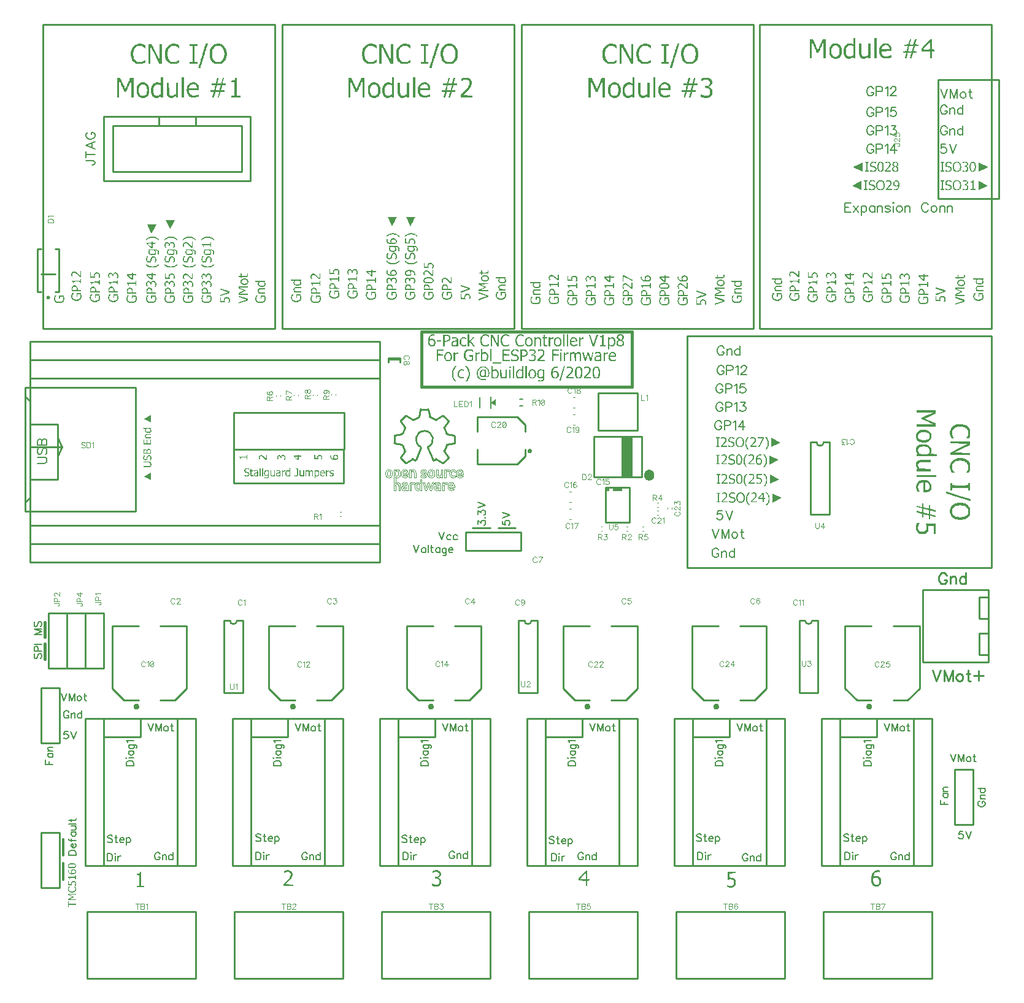
<source format=gbr>
G04 DipTrace 4.1.0.0*
G04 TopSilk.gbr*
%MOIN*%
G04 #@! TF.FileFunction,Legend,Top*
G04 #@! TF.Part,Single*
%ADD10C,0.009843*%
%ADD13C,0.004724*%
%ADD22C,0.015*%
%ADD32C,0.01*%
%ADD33C,0.011811*%
%ADD34C,0.003*%
%ADD37C,0.003937*%
%ADD45C,0.005906*%
%ADD113C,0.004632*%
%ADD114C,0.006176*%
%ADD115C,0.00772*%
%ADD116C,0.009264*%
%FSLAX26Y26*%
G04*
G70*
G90*
G75*
G01*
G04 TopSilk*
%LPD*%
X2343785Y3748331D2*
D10*
X2406714D1*
X2343785Y3755780D2*
X2406714D1*
X2343785D2*
Y3732220D1*
X2406714Y3755780D2*
Y3732220D1*
X841244Y2298932D2*
X984958D1*
X841244D2*
Y1958348D1*
X1103042Y2298932D2*
X1246756D1*
Y1958348D1*
X906207Y1893399D2*
X984958D1*
X1103042D2*
X1181793D1*
X906207D2*
X841244Y1958348D1*
X1181793Y1893399D2*
X1246756Y1958348D1*
G36*
X973115Y1844236D2*
X971062Y1844371D1*
X969044Y1844772D1*
X967095Y1845434D1*
X965249Y1846344D1*
X963538Y1847487D1*
X961991Y1848844D1*
X960634Y1850391D1*
X959491Y1852102D1*
X958581Y1853948D1*
X957919Y1855897D1*
X957518Y1857915D1*
X957383Y1859969D1*
X957518Y1862022D1*
X957919Y1864040D1*
X958581Y1865989D1*
X959491Y1867835D1*
X960634Y1869546D1*
X961991Y1871093D1*
X963538Y1872450D1*
X965249Y1873593D1*
X967095Y1874503D1*
X969044Y1875165D1*
X971062Y1875566D1*
X973115Y1875701D1*
X973159D1*
X975212Y1875566D1*
X977231Y1875165D1*
X979179Y1874503D1*
X981025Y1873593D1*
X982736Y1872450D1*
X984283Y1871093D1*
X985640Y1869546D1*
X986783Y1867835D1*
X987694Y1865989D1*
X988355Y1864040D1*
X988756Y1862022D1*
X988891Y1859969D1*
X988756Y1857915D1*
X988355Y1855897D1*
X987694Y1853948D1*
X986783Y1852102D1*
X985640Y1850391D1*
X984283Y1848844D1*
X982736Y1847487D1*
X981025Y1846344D1*
X979179Y1845434D1*
X977231Y1844772D1*
X975212Y1844371D1*
X973159Y1844236D1*
X973115D1*
G37*
X1691244Y2298932D2*
D10*
X1834958D1*
X1691244D2*
Y1958348D1*
X1953042Y2298932D2*
X2096756D1*
Y1958348D1*
X1756207Y1893399D2*
X1834958D1*
X1953042D2*
X2031793D1*
X1756207D2*
X1691244Y1958348D1*
X2031793Y1893399D2*
X2096756Y1958348D1*
G36*
X1823115Y1844236D2*
X1821062Y1844371D1*
X1819044Y1844772D1*
X1817095Y1845434D1*
X1815249Y1846344D1*
X1813538Y1847487D1*
X1811991Y1848844D1*
X1810634Y1850391D1*
X1809491Y1852102D1*
X1808581Y1853948D1*
X1807919Y1855897D1*
X1807518Y1857915D1*
X1807383Y1859969D1*
X1807518Y1862022D1*
X1807919Y1864040D1*
X1808581Y1865989D1*
X1809491Y1867835D1*
X1810634Y1869546D1*
X1811991Y1871093D1*
X1813538Y1872450D1*
X1815249Y1873593D1*
X1817095Y1874503D1*
X1819044Y1875165D1*
X1821062Y1875566D1*
X1823115Y1875701D1*
X1823159D1*
X1825212Y1875566D1*
X1827231Y1875165D1*
X1829179Y1874503D1*
X1831025Y1873593D1*
X1832736Y1872450D1*
X1834283Y1871093D1*
X1835640Y1869546D1*
X1836783Y1867835D1*
X1837694Y1865989D1*
X1838355Y1864040D1*
X1838756Y1862022D1*
X1838891Y1859969D1*
X1838756Y1857915D1*
X1838355Y1855897D1*
X1837694Y1853948D1*
X1836783Y1852102D1*
X1835640Y1850391D1*
X1834283Y1848844D1*
X1832736Y1847487D1*
X1831025Y1846344D1*
X1829179Y1845434D1*
X1827231Y1844772D1*
X1825212Y1844371D1*
X1823159Y1844236D1*
X1823115D1*
G37*
X2441244Y2298932D2*
D10*
X2584958D1*
X2441244D2*
Y1958348D1*
X2703042Y2298932D2*
X2846756D1*
Y1958348D1*
X2506207Y1893399D2*
X2584958D1*
X2703042D2*
X2781793D1*
X2506207D2*
X2441244Y1958348D1*
X2781793Y1893399D2*
X2846756Y1958348D1*
G36*
X2573115Y1844236D2*
X2571062Y1844371D1*
X2569044Y1844772D1*
X2567095Y1845434D1*
X2565249Y1846344D1*
X2563538Y1847487D1*
X2561991Y1848844D1*
X2560634Y1850391D1*
X2559491Y1852102D1*
X2558581Y1853948D1*
X2557919Y1855897D1*
X2557518Y1857915D1*
X2557383Y1859969D1*
X2557518Y1862022D1*
X2557919Y1864040D1*
X2558581Y1865989D1*
X2559491Y1867835D1*
X2560634Y1869546D1*
X2561991Y1871093D1*
X2563538Y1872450D1*
X2565249Y1873593D1*
X2567095Y1874503D1*
X2569044Y1875165D1*
X2571062Y1875566D1*
X2573115Y1875701D1*
X2573159D1*
X2575212Y1875566D1*
X2577231Y1875165D1*
X2579179Y1874503D1*
X2581025Y1873593D1*
X2582736Y1872450D1*
X2584283Y1871093D1*
X2585640Y1869546D1*
X2586783Y1867835D1*
X2587694Y1865989D1*
X2588355Y1864040D1*
X2588756Y1862022D1*
X2588891Y1859969D1*
X2588756Y1857915D1*
X2588355Y1855897D1*
X2587694Y1853948D1*
X2586783Y1852102D1*
X2585640Y1850391D1*
X2584283Y1848844D1*
X2582736Y1847487D1*
X2581025Y1846344D1*
X2579179Y1845434D1*
X2577231Y1844772D1*
X2575212Y1844371D1*
X2573159Y1844236D1*
X2573115D1*
G37*
X3326776Y3028990D2*
D13*
X3336224D1*
X3326776Y2971509D2*
X3336224D1*
X3326776Y2935240D2*
X3336224D1*
X3326776Y2877760D2*
X3336224D1*
X3345525Y3541490D2*
X3354974D1*
X3345525Y3484009D2*
X3354974D1*
X3345525Y3447740D2*
X3354974D1*
X3345525Y3390260D2*
X3354974D1*
X2826594Y3176577D2*
D10*
X2826563Y3257285D1*
X2826594Y3176577D2*
X3043100D1*
X3086395Y3219894D2*
X3043100Y3176577D1*
X3086395Y3219894D2*
Y3257285D1*
X2826563Y3355713D2*
X2826594Y3436420D1*
X3043100D1*
X3086395Y3393104D2*
X3043100Y3436420D1*
X3086395Y3355713D2*
Y3393104D1*
G36*
X3121853Y3249417D2*
X3121752Y3247877D1*
X3121451Y3246362D1*
X3120955Y3244900D1*
X3120272Y3243516D1*
X3119414Y3242232D1*
X3118396Y3241071D1*
X3117235Y3240053D1*
X3115951Y3239195D1*
X3114567Y3238513D1*
X3113105Y3238016D1*
X3111590Y3237715D1*
X3110050Y3237614D1*
X3108509Y3237715D1*
X3106995Y3238016D1*
X3105533Y3238513D1*
X3104148Y3239195D1*
X3102865Y3240053D1*
X3101704Y3241071D1*
X3100686Y3242232D1*
X3099828Y3243516D1*
X3099145Y3244900D1*
X3098649Y3246362D1*
X3098348Y3247877D1*
X3098247Y3249417D1*
Y3249430D1*
X3098348Y3250971D1*
X3098649Y3252485D1*
X3099145Y3253947D1*
X3099828Y3255332D1*
X3100686Y3256616D1*
X3101704Y3257777D1*
X3102865Y3258795D1*
X3104148Y3259652D1*
X3105533Y3260335D1*
X3106995Y3260831D1*
X3108509Y3261133D1*
X3110050Y3261234D1*
X3111590Y3261133D1*
X3113105Y3260831D1*
X3114567Y3260335D1*
X3115951Y3259652D1*
X3117235Y3258795D1*
X3118396Y3257777D1*
X3119414Y3256616D1*
X3120272Y3255332D1*
X3120955Y3253947D1*
X3121451Y3252485D1*
X3121752Y3250971D1*
X3121853Y3249430D1*
Y3249417D1*
G37*
X3809650Y2900938D2*
D37*
X3803350D1*
X3809650Y2924560D2*
X3803350D1*
X3291244Y2298932D2*
D10*
X3434958D1*
X3291244D2*
Y1958348D1*
X3553042Y2298932D2*
X3696756D1*
Y1958348D1*
X3356207Y1893399D2*
X3434958D1*
X3553042D2*
X3631793D1*
X3356207D2*
X3291244Y1958348D1*
X3631793Y1893399D2*
X3696756Y1958348D1*
G36*
X3423115Y1844236D2*
X3421062Y1844371D1*
X3419044Y1844772D1*
X3417095Y1845434D1*
X3415249Y1846344D1*
X3413538Y1847487D1*
X3411991Y1848844D1*
X3410634Y1850391D1*
X3409491Y1852102D1*
X3408581Y1853948D1*
X3407919Y1855897D1*
X3407518Y1857915D1*
X3407383Y1859969D1*
X3407518Y1862022D1*
X3407919Y1864040D1*
X3408581Y1865989D1*
X3409491Y1867835D1*
X3410634Y1869546D1*
X3411991Y1871093D1*
X3413538Y1872450D1*
X3415249Y1873593D1*
X3417095Y1874503D1*
X3419044Y1875165D1*
X3421062Y1875566D1*
X3423115Y1875701D1*
X3423159D1*
X3425212Y1875566D1*
X3427231Y1875165D1*
X3429179Y1874503D1*
X3431025Y1873593D1*
X3432736Y1872450D1*
X3434283Y1871093D1*
X3435640Y1869546D1*
X3436783Y1867835D1*
X3437694Y1865989D1*
X3438355Y1864040D1*
X3438756Y1862022D1*
X3438891Y1859969D1*
X3438756Y1857915D1*
X3438355Y1855897D1*
X3437694Y1853948D1*
X3436783Y1852102D1*
X3435640Y1850391D1*
X3434283Y1848844D1*
X3432736Y1847487D1*
X3431025Y1846344D1*
X3429179Y1845434D1*
X3427231Y1844772D1*
X3425212Y1844371D1*
X3423159Y1844236D1*
X3423115D1*
G37*
X3857189Y2934600D2*
D37*
Y2940899D1*
X3880811Y2934600D2*
Y2940899D1*
X3991244Y2298932D2*
D10*
X4134958D1*
X3991244D2*
Y1958348D1*
X4253042Y2298932D2*
X4396756D1*
Y1958348D1*
X4056207Y1893399D2*
X4134958D1*
X4253042D2*
X4331793D1*
X4056207D2*
X3991244Y1958348D1*
X4331793Y1893399D2*
X4396756Y1958348D1*
G36*
X4123115Y1844236D2*
X4121062Y1844371D1*
X4119044Y1844772D1*
X4117095Y1845434D1*
X4115249Y1846344D1*
X4113538Y1847487D1*
X4111991Y1848844D1*
X4110634Y1850391D1*
X4109491Y1852102D1*
X4108581Y1853948D1*
X4107919Y1855897D1*
X4107518Y1857915D1*
X4107383Y1859969D1*
X4107518Y1862022D1*
X4107919Y1864040D1*
X4108581Y1865989D1*
X4109491Y1867835D1*
X4110634Y1869546D1*
X4111991Y1871093D1*
X4113538Y1872450D1*
X4115249Y1873593D1*
X4117095Y1874503D1*
X4119044Y1875165D1*
X4121062Y1875566D1*
X4123115Y1875701D1*
X4123159D1*
X4125212Y1875566D1*
X4127231Y1875165D1*
X4129179Y1874503D1*
X4131025Y1873593D1*
X4132736Y1872450D1*
X4134283Y1871093D1*
X4135640Y1869546D1*
X4136783Y1867835D1*
X4137694Y1865989D1*
X4138355Y1864040D1*
X4138756Y1862022D1*
X4138891Y1859969D1*
X4138756Y1857915D1*
X4138355Y1855897D1*
X4137694Y1853948D1*
X4136783Y1852102D1*
X4135640Y1850391D1*
X4134283Y1848844D1*
X4132736Y1847487D1*
X4131025Y1846344D1*
X4129179Y1845434D1*
X4127231Y1844772D1*
X4125212Y1844371D1*
X4123159Y1844236D1*
X4123115D1*
G37*
X4822495Y2298932D2*
D10*
X4966209D1*
X4822495D2*
Y1958348D1*
X5084293Y2298932D2*
X5228007D1*
Y1958348D1*
X4887458Y1893399D2*
X4966209D1*
X5084293D2*
X5163043D1*
X4887458D2*
X4822495Y1958348D1*
X5163043Y1893399D2*
X5228007Y1958348D1*
G36*
X4954366Y1844236D2*
X4952313Y1844371D1*
X4950294Y1844772D1*
X4948346Y1845434D1*
X4946500Y1846344D1*
X4944789Y1847487D1*
X4943242Y1848844D1*
X4941885Y1850391D1*
X4940742Y1852102D1*
X4939831Y1853948D1*
X4939170Y1855897D1*
X4938768Y1857915D1*
X4938634Y1859969D1*
X4938768Y1862022D1*
X4939170Y1864040D1*
X4939831Y1865989D1*
X4940742Y1867835D1*
X4941885Y1869546D1*
X4943242Y1871093D1*
X4944789Y1872450D1*
X4946500Y1873593D1*
X4948346Y1874503D1*
X4950294Y1875165D1*
X4952313Y1875566D1*
X4954366Y1875701D1*
X4954409D1*
X4956463Y1875566D1*
X4958481Y1875165D1*
X4960430Y1874503D1*
X4962276Y1873593D1*
X4963987Y1872450D1*
X4965534Y1871093D1*
X4966891Y1869546D1*
X4968034Y1867835D1*
X4968944Y1865989D1*
X4969606Y1864040D1*
X4970007Y1862022D1*
X4970142Y1859969D1*
X4970007Y1857915D1*
X4969606Y1855897D1*
X4968944Y1853948D1*
X4968034Y1852102D1*
X4966891Y1850391D1*
X4965534Y1848844D1*
X4963987Y1847487D1*
X4962276Y1846344D1*
X4960430Y1845434D1*
X4958481Y1844772D1*
X4956463Y1844371D1*
X4954409Y1844236D1*
X4954366D1*
G37*
X454637Y4113371D2*
D10*
X434948Y4113370D1*
X434944Y4349595D1*
X454633D1*
X533369Y4113372D2*
X553058D1*
X553054Y4349597D1*
X533365D1*
X454635Y4211817D2*
X533368Y4211818D1*
G36*
X503842Y4083849D2*
X503758Y4082565D1*
X503507Y4081303D1*
X503093Y4080084D1*
X502524Y4078930D1*
X501809Y4077860D1*
X500961Y4076892D1*
X499993Y4076044D1*
X498923Y4075329D1*
X497769Y4074759D1*
X496550Y4074346D1*
X495288Y4074095D1*
X494004Y4074010D1*
X492720Y4074095D1*
X491458Y4074346D1*
X490239Y4074759D1*
X489085Y4075329D1*
X488015Y4076044D1*
X487047Y4076892D1*
X486198Y4077860D1*
X485483Y4078930D1*
X484914Y4080084D1*
X484500Y4081303D1*
X484249Y4082565D1*
X484165Y4083849D1*
Y4083867D1*
X484249Y4085151D1*
X484500Y4086414D1*
X484914Y4087632D1*
X485483Y4088787D1*
X486198Y4089857D1*
X487047Y4090824D1*
X488014Y4091673D1*
X489084Y4092388D1*
X490239Y4092957D1*
X491457Y4093371D1*
X492719Y4093622D1*
X494004Y4093706D1*
X495288Y4093622D1*
X496550Y4093371D1*
X497769Y4092957D1*
X498923Y4092388D1*
X499993Y4091673D1*
X500961Y4090825D1*
X501809Y4089857D1*
X502524Y4088787D1*
X503093Y4087633D1*
X503507Y4086414D1*
X503758Y4085152D1*
X503842Y4083868D1*
Y4083849D1*
G37*
X3720181Y3108961D2*
D10*
Y3329039D1*
X3460339D1*
Y3108961D1*
X3720181D1*
G36*
X3669000Y3108764D2*
Y3329236D1*
X3609945D1*
Y3108764D1*
X3669000D1*
G37*
G36*
X3787110Y3116638D2*
X3786874Y3113041D1*
X3786171Y3109505D1*
X3785012Y3106091D1*
X3783418Y3102858D1*
X3781415Y3099861D1*
X3779038Y3097151D1*
X3776328Y3094774D1*
X3773331Y3092771D1*
X3770098Y3091177D1*
X3766684Y3090018D1*
X3763148Y3089315D1*
X3759551Y3089079D1*
X3755954Y3089315D1*
X3752418Y3090018D1*
X3749005Y3091177D1*
X3745772Y3092771D1*
X3742774Y3094774D1*
X3740064Y3097151D1*
X3737687Y3099861D1*
X3735684Y3102858D1*
X3734090Y3106091D1*
X3732931Y3109505D1*
X3732228Y3113041D1*
X3731992Y3116638D1*
Y3120575D1*
X3732228Y3124172D1*
X3732931Y3127708D1*
X3734090Y3131121D1*
X3735684Y3134354D1*
X3737687Y3137352D1*
X3740064Y3140062D1*
X3742774Y3142439D1*
X3745772Y3144442D1*
X3749005Y3146036D1*
X3752418Y3147195D1*
X3755954Y3147898D1*
X3759551Y3148134D1*
X3763148Y3147898D1*
X3766684Y3147195D1*
X3770098Y3146036D1*
X3773331Y3144442D1*
X3776328Y3142439D1*
X3779038Y3140062D1*
X3781415Y3137352D1*
X3783418Y3134354D1*
X3785012Y3131121D1*
X3786171Y3127708D1*
X3786874Y3124172D1*
X3787110Y3120575D1*
Y3116638D1*
G37*
X794000Y1794000D2*
D10*
Y1694000D1*
X994000Y1794000D2*
X794000D1*
X994000D2*
Y1694000D1*
X794000D1*
Y1794000D2*
Y994000D1*
X694000Y1794000D2*
X794000D1*
X694000D2*
Y994000D1*
X794000D1*
X1294000Y1794000D2*
Y994000D1*
X1194000Y1794000D2*
X1294000D1*
X1194000D2*
Y994000D1*
X1294000D1*
X1919699Y3844000D2*
X1927301D1*
X468100D2*
X2294000D1*
X394000D2*
X468100D1*
X394000Y3744000D2*
Y3844000D1*
Y3744000D2*
X2294000D1*
Y3844000D1*
X1919699Y3744000D2*
X1927301D1*
X468100D2*
X2294000D1*
X394000D2*
X468100D1*
X394000Y3644000D2*
Y3744000D1*
Y3644000D2*
X2294000D1*
Y3744000D1*
X1919699Y2744000D2*
X1927301D1*
X468100D2*
X2294000D1*
X394000D2*
X468100D1*
X394000Y2644000D2*
Y2744000D1*
Y2644000D2*
X2294000D1*
Y2744000D1*
X1919699Y2844000D2*
X1927301D1*
X468100D2*
X2294000D1*
X394000D2*
X468100D1*
X394000Y2744000D2*
Y2844000D1*
Y2744000D2*
X2294000D1*
Y2844000D1*
X1594000Y1794000D2*
Y1694000D1*
X1794000Y1794000D2*
X1594000D1*
X1794000D2*
Y1694000D1*
X1594000D1*
Y1794000D2*
Y994000D1*
X1494000Y1794000D2*
X1594000D1*
X1494000D2*
Y994000D1*
X1594000D1*
X2094000Y1794000D2*
Y994000D1*
X1994000Y1794000D2*
X2094000D1*
X1994000D2*
Y994000D1*
X2094000D1*
X1543975Y4769014D2*
Y5018986D1*
X844025D1*
Y4769014D1*
X1543975D1*
X1293982Y5018986D2*
Y5068987D1*
X1094018D1*
Y5018986D1*
X1293982D1*
X1593606Y4718803D2*
Y5069197D1*
X794394D1*
Y4718803D1*
X1593606D1*
X2394000Y1794000D2*
Y1694000D1*
X2594000Y1794000D2*
X2394000D1*
X2594000D2*
Y1694000D1*
X2394000D1*
Y1794000D2*
Y994000D1*
X2294000Y1794000D2*
X2394000D1*
X2294000D2*
Y994000D1*
X2394000D1*
X2894000Y1794000D2*
Y994000D1*
X2794000Y1794000D2*
X2894000D1*
X2794000D2*
Y994000D1*
X2894000D1*
X3194000Y1794000D2*
Y1694000D1*
X3394000Y1794000D2*
X3194000D1*
X3394000D2*
Y1694000D1*
X3194000D1*
Y1794000D2*
Y994000D1*
X3094000Y1794000D2*
X3194000D1*
X3094000D2*
Y994000D1*
X3194000D1*
X3694000Y1794000D2*
Y994000D1*
X3594000Y1794000D2*
X3694000D1*
X3594000D2*
Y994000D1*
X3694000D1*
X1501480Y3256598D2*
X2101480D1*
Y3456598D1*
X1501480D2*
X2101480D1*
X1501480Y3256598D2*
Y3456598D1*
X3994000Y1794000D2*
Y1694000D1*
X4194000Y1794000D2*
X3994000D1*
X4194000D2*
Y1694000D1*
X3994000D1*
Y1794000D2*
Y994000D1*
X3894000Y1794000D2*
X3994000D1*
X3894000D2*
Y994000D1*
X3994000D1*
X4494000Y1794000D2*
Y994000D1*
X4394000Y1794000D2*
X4494000D1*
X4394000D2*
Y994000D1*
X4494000D1*
X2762749Y2706500D2*
Y2806500D1*
X3062749D1*
Y2706500D2*
Y2806500D1*
X2762749Y2706500D2*
X3062749D1*
X5419000Y1519000D2*
X5519000D1*
Y1219000D1*
X5419000D2*
X5519000D1*
X5419000Y1519000D2*
Y1219000D1*
X456500Y1962749D2*
X556500D1*
Y1662749D1*
X456500D2*
X556500D1*
X456500Y1962749D2*
Y1662749D1*
X5329000Y4621500D2*
X5659000D1*
Y5266500D1*
X5329000D1*
Y4621500D1*
X4794000Y1794000D2*
Y1694000D1*
X4994000Y1794000D2*
X4794000D1*
X4994000D2*
Y1694000D1*
X4794000D1*
Y1794000D2*
Y994000D1*
X4694000Y1794000D2*
X4794000D1*
X4694000D2*
Y994000D1*
X4794000D1*
X5294000Y1794000D2*
Y994000D1*
X5194000Y1794000D2*
X5294000D1*
X5194000D2*
Y994000D1*
X5294000D1*
X794000Y2069000D2*
X694000D1*
Y2369000D1*
X794000D2*
X694000D1*
X794000Y2069000D2*
Y2369000D1*
X594000Y2069000D2*
X494000D1*
Y2369000D1*
X594000D2*
X494000D1*
X594000Y2069000D2*
Y2369000D1*
X556500Y875249D2*
X456500D1*
Y1175249D1*
X556500D2*
X456500D1*
X556500Y875249D2*
Y1175249D1*
X694000Y2069000D2*
X594000D1*
Y2369000D1*
X694000D2*
X594000D1*
X694000Y2069000D2*
Y2369000D1*
X3694049Y3360387D2*
Y3565112D1*
X3481450D1*
Y3360387D1*
X3694049D1*
G36*
X2900249Y3512749D2*
X2925249Y3493999D1*
Y3531500D1*
D1*
X2900249Y3512749D1*
G37*
Y3481500D2*
D45*
Y3543999D1*
X2837602Y3483222D2*
Y3542277D1*
X1723921Y3915260D2*
D10*
Y5568803D1*
X464079D1*
Y3915260D1*
X1723921D1*
X3023921D2*
Y5568803D1*
X1764079D1*
Y3915260D1*
X3023921D1*
X4323921D2*
Y5568803D1*
X3064079D1*
Y3915260D1*
X4323921D1*
X5620322D2*
Y5568803D1*
X4360479D1*
Y3915260D1*
X5620322D1*
X3965260Y2614092D2*
X5618803D1*
Y3873934D1*
X3965260D1*
Y2614092D1*
X2078744Y2918311D2*
D13*
X2084256D1*
X2078744Y2894689D2*
X2084256D1*
X3640505Y2813438D2*
X3634993D1*
X3640505Y2837060D2*
X3634993D1*
X3503005Y2813438D2*
X3497493D1*
X3503005Y2837060D2*
X3497493D1*
X3809256Y2944934D2*
X3803744D1*
X3809256Y2968556D2*
X3803744D1*
X3728006Y2813438D2*
X3722494D1*
X3728005Y2837060D2*
X3722493D1*
X1732189Y3547493D2*
Y3553005D1*
X1755811Y3547493D2*
Y3553005D1*
X1829039Y3550693D2*
Y3556205D1*
X1852661Y3550693D2*
Y3556205D1*
X1931056Y3550693D2*
Y3556205D1*
X1954678Y3550693D2*
Y3556205D1*
X2032189Y3553744D2*
Y3559256D1*
X2055811Y3553744D2*
Y3559256D1*
X3072903Y3493852D2*
D45*
X3057155D1*
X3072903Y3531647D2*
X3057155D1*
X369591Y3546247D2*
D10*
X394610Y3521272D1*
X369591Y3596264D2*
Y2921264D1*
X969591D1*
Y3596264D1*
X369591D1*
X394610Y3521272D2*
Y2996256D1*
X369591Y2971281D1*
X394610Y3271251D2*
X569571D1*
X544610Y3321269D1*
X569571Y3271251D2*
X544610Y3221234D1*
X705324Y745181D2*
Y382976D1*
X1295875D1*
Y745181D1*
X705324D1*
X1505324D2*
Y382976D1*
X2095875D1*
Y745181D1*
X1505324D1*
X2305324D2*
Y382976D1*
X2895875D1*
Y745181D1*
X2305324D1*
X5247148Y2101824D2*
X5601479D1*
Y2495525D1*
X5247148D1*
Y2101824D1*
X5552262Y2141194D2*
X5601479D1*
Y2259304D1*
X5552262D1*
Y2141194D1*
Y2338045D2*
X5601479D1*
Y2456155D1*
X5552262D1*
Y2338045D1*
X3105324Y745181D2*
Y382976D1*
X3695875D1*
Y745181D1*
X3105324D1*
X3905324D2*
Y382976D1*
X4495875D1*
Y745181D1*
X3905324D1*
X4705324D2*
Y382976D1*
X5295875D1*
Y745181D1*
X4705324D1*
X1449112Y2328335D2*
Y1934665D1*
X1551487Y2328335D2*
Y1934665D1*
X1449112D2*
X1551487D1*
X1449112Y2328335D2*
X1480605D1*
X1519993D2*
X1551487D1*
X1480605D2*
G03X1519993Y2328335I19694J11D01*
G01*
X3049112D2*
Y1934665D1*
X3151487Y2328335D2*
Y1934665D1*
X3049112D2*
X3151487D1*
X3049112Y2328335D2*
X3080605D1*
X3119993D2*
X3151487D1*
X3080605D2*
G03X3119993Y2328335I19694J11D01*
G01*
X4574112D2*
Y1934665D1*
X4676487Y2328335D2*
Y1934665D1*
X4574112D2*
X4676487D1*
X4574112Y2328335D2*
X4605605D1*
X4644993D2*
X4676487D1*
X4605605D2*
G03X4644993Y2328335I19694J11D01*
G01*
X4636562Y3297084D2*
Y2903415D1*
X4738937Y3297084D2*
Y2903415D1*
X4636562D2*
X4738937D1*
X4636562Y3297084D2*
X4668055D1*
X4707444D2*
X4738937D1*
X4668055D2*
G03X4707444Y3297084I19694J11D01*
G01*
X3651276Y3049807D2*
X3523319D1*
Y2862799D1*
X3651276D1*
Y3049807D1*
G36*
X3533178D2*
X3534463Y3049723D1*
X3535726Y3049472D1*
X3536946Y3049058D1*
X3538101Y3048488D1*
X3539172Y3047772D1*
X3540140Y3046923D1*
X3540989Y3045955D1*
X3541705Y3044884D1*
X3542274Y3043729D1*
X3542688Y3042510D1*
X3542939Y3041246D1*
X3543024Y3039961D1*
X3542939Y3038676D1*
X3542688Y3037413D1*
X3542274Y3036193D1*
X3541705Y3035038D1*
X3540989Y3033968D1*
X3540140Y3032999D1*
X3539172Y3032150D1*
X3538101Y3031435D1*
X3536946Y3030865D1*
X3535726Y3030451D1*
X3534463Y3030200D1*
X3533178Y3030115D1*
X3533165D1*
X3531880Y3030200D1*
X3530616Y3030451D1*
X3529397Y3030865D1*
X3528242Y3031435D1*
X3527171Y3032150D1*
X3526203Y3032999D1*
X3525353Y3033968D1*
X3524638Y3035038D1*
X3524068Y3036193D1*
X3523654Y3037413D1*
X3523403Y3038676D1*
X3523319Y3039961D1*
X3523403Y3041246D1*
X3523654Y3042510D1*
X3524068Y3043729D1*
X3524638Y3044884D1*
X3525353Y3045955D1*
X3526203Y3046923D1*
X3527171Y3047772D1*
X3528242Y3048488D1*
X3529397Y3049058D1*
X3530616Y3049472D1*
X3531880Y3049723D1*
X3533165Y3049807D1*
X3533178D1*
G37*
G36*
X3611921D2*
X3562701D1*
Y3030115D1*
X3611921D1*
Y3049807D1*
G37*
X694000Y1794000D2*
D32*
X1294000D1*
Y994000D1*
X694000D1*
Y1794000D1*
X2294000D2*
X2894000D1*
Y994000D1*
X2294000D1*
Y1794000D1*
X3094000D2*
X3694000D1*
Y994000D1*
X3094000D1*
Y1794000D1*
X3894000D2*
X4494000D1*
Y994000D1*
X3894000D1*
Y1794000D1*
X4694000D2*
X5294000D1*
Y994000D1*
X4694000D1*
Y1794000D1*
X394000Y3644000D2*
X2294000D1*
Y2844000D1*
X394000D1*
Y3644000D1*
Y3394000D2*
X544000D1*
Y3094000D1*
X394000D1*
Y3394000D1*
X1494000Y1794000D2*
X2094000D1*
Y994000D1*
X1494000D1*
Y1794000D1*
X2800249Y2831500D2*
X2893999D1*
X2937749D2*
X3031499D1*
X575249Y919000D2*
D33*
Y1006500D1*
X475249Y2319000D2*
D22*
Y2237751D1*
Y2200249D2*
Y2119000D1*
X2522698Y3897003D2*
X3666448D1*
Y3597003D1*
X2522698D1*
Y3897003D1*
G36*
X2341962Y3029055D2*
D1*
D1*
D1*
D1*
D1*
D1*
D1*
D1*
D1*
D1*
D1*
D1*
D1*
D1*
D1*
D1*
D1*
D1*
D1*
D1*
D1*
D1*
D1*
D1*
D1*
D1*
D1*
D1*
D1*
D1*
D1*
D1*
D1*
D1*
D1*
G37*
X2635604Y3034379D2*
D34*
Y3077869D1*
X2644350D1*
Y3073224D1*
X2644510D1*
G02X2649381Y3077083I10348J-8059D01*
G01*
G02X2655832Y3078371I6179J-14141D01*
G01*
G02X2660493Y3077531I-12J-13422D01*
G01*
G02X2664920Y3075012I-5924J-15555D01*
G01*
X2658606Y3067472D1*
G03X2655728Y3069088I-6924J-8964D01*
G01*
G03X2652816Y3069623I-2934J-7771D01*
G01*
G03X2646972Y3067465I-11J-8960D01*
G01*
G03X2645005Y3064646I4242J-5056D01*
G01*
G03X2644350Y3060516I11128J-3881D01*
G01*
Y3034379D1*
X2635604D1*
X2505522Y3069623D2*
G03X2502735Y3069361I-152J-13316D01*
G01*
G03X2500568Y3068566I1466J-7342D01*
G01*
G03X2498094Y3065394I2524J-4519D01*
G01*
G03X2496857Y3056175I31554J-8928D01*
G01*
G03X2498094Y3046815I33232J-368D01*
G01*
G03X2500568Y3043642I4996J1344D01*
G01*
G03X2502735Y3042846I3632J6547D01*
G01*
G03X2505522Y3042584I2635J13053D01*
G01*
G03X2508264Y3042858I150J12343D01*
G01*
G03X2510402Y3043682I-1539J7178D01*
G01*
G03X2512850Y3046987I-2797J4632D01*
G01*
G03X2514088Y3056175I-32653J9075D01*
G01*
G03X2512850Y3065220I-33398J39D01*
G01*
G03X2510402Y3068525I-5245J-1328D01*
G01*
G03X2508264Y3069349I-3677J-6354D01*
G01*
G03X2505522Y3069623I-2592J-12069D01*
G01*
D3*
X2568070Y3034379D2*
X2558961Y3064799D1*
X2558799D1*
X2549713Y3034379D1*
X2541992D1*
X2528100Y3077869D1*
X2537349D1*
X2545692Y3047409D1*
X2545853D1*
X2555703Y3077869D1*
X2562080D1*
X2571909Y3047409D1*
X2572091D1*
X2580413Y3077869D1*
X2589681D1*
X2575770Y3034379D1*
X2568070D1*
X2449088Y3122028D2*
X2422004D1*
G03X2422732Y3117332I13769J-268D01*
G01*
G03X2424920Y3113978I7820J2710D01*
G01*
G03X2428236Y3111965I6550J7052D01*
G01*
G03X2432358Y3111293I3972J11385D01*
G01*
G03X2437449Y3112343I79J12485D01*
G01*
G03X2441909Y3115495I-5937J13134D01*
G01*
X2448240Y3110087D1*
G02X2444804Y3106850I-15853J13389D01*
G01*
G02X2440965Y3104698I-10151J13609D01*
G01*
G02X2432518Y3103091I-8379J21029D01*
G01*
G02X2425929Y3104172I8J20663D01*
G01*
G02X2419541Y3107421I8283J24190D01*
G01*
G02X2416793Y3110155I6387J9169D01*
G01*
G02X2414828Y3114024I12648J8856D01*
G01*
G02X2413652Y3119028I24445J8384D01*
G01*
G02X2413259Y3125164I43499J5872D01*
G01*
G02X2413622Y3131028I43460J249D01*
G01*
G02X2414707Y3135908I26634J-3362D01*
G01*
G02X2416521Y3139808I16442J-5274D01*
G01*
G02X2419058Y3142727I10664J-6707D01*
G01*
G02X2424992Y3146369I14321J-16680D01*
G01*
G02X2431192Y3147583I6223J-15343D01*
G01*
G02X2437902Y3146341I134J-18032D01*
G01*
G02X2443720Y3142617I-7044J-17413D01*
G01*
G02X2447744Y3136787I-10821J-11772D01*
G01*
G02X2449088Y3129226I-18893J-7258D01*
G01*
Y3122028D1*
X2328112Y3125386D2*
G02X2328388Y3131492I59844J346D01*
G01*
G02X2329209Y3135811I21900J-1922D01*
G01*
G02X2332818Y3142014I16008J-5161D01*
G01*
G02X2334953Y3143941I11634J-10748D01*
G01*
G02X2337776Y3145782I15012J-19930D01*
G01*
G02X2341424Y3147133I6224J-11211D01*
G01*
G02X2346047Y3147583I4407J-21296D01*
G01*
G02X2350613Y3147133I218J-21169D01*
G01*
G02X2354260Y3145782I-2629J-12699D01*
G01*
G02X2357102Y3143941I-12332J-22153D01*
G01*
G02X2359257Y3142014I-9474J-12765D01*
G01*
G02X2362856Y3135811I-12309J-11285D01*
G01*
G02X2363669Y3131492I-21463J-6279D01*
G01*
G02X2363940Y3125386I-59069J-5674D01*
G01*
G02X2363669Y3119177I-61251J-443D01*
G01*
G02X2362856Y3114820I-22633J1972D01*
G01*
G02X2359257Y3108619I-15897J5081D01*
G01*
G02X2357102Y3106671I-11274J10300D01*
G01*
G02X2354260Y3104848I-14028J18748D01*
G01*
G02X2350613Y3103529I-6274J11646D01*
G01*
G02X2346047Y3103091I-4372J21545D01*
G01*
G02X2341424Y3103529I-239J22080D01*
G01*
G02X2337776Y3104848I2571J12818D01*
G01*
G02X2334953Y3106671I11060J20224D01*
G01*
G02X2332818Y3108619I9156J12176D01*
G01*
G02X2329209Y3114820I12388J11361D01*
G01*
G02X2328388Y3119177I21176J6242D01*
G01*
G02X2328112Y3125386I60474J5808D01*
G01*
D3*
X2558243D2*
G02X2558514Y3131492I59838J397D01*
G01*
G02X2559337Y3135811I22159J-1984D01*
G01*
G02X2562945Y3142014I15984J-5145D01*
G01*
G02X2565080Y3143941I11927J-11072D01*
G01*
G02X2567904Y3145782I14931J-19816D01*
G01*
G02X2571555Y3147133I6214J-11191D01*
G01*
G02X2576176Y3147583I4400J-21227D01*
G01*
G02X2580743Y3147133I217J-21192D01*
G01*
G02X2584387Y3145782I-2641J-12721D01*
G01*
G02X2587230Y3143941I-12332J-22153D01*
G01*
G02X2589385Y3142014I-9474J-12765D01*
G01*
G02X2592986Y3135811I-12310J-11293D01*
G01*
G02X2593799Y3131492I-20951J-6183D01*
G01*
G02X2594072Y3125386I-59069J-5700D01*
G01*
G02X2593799Y3119177I-61253J-417D01*
G01*
G02X2592986Y3114820I-22113J1875D01*
G01*
G02X2589385Y3108619I-15901J5088D01*
G01*
G02X2587230Y3106671I-11145J10158D01*
G01*
G02X2584387Y3104848I-14028J18748D01*
G01*
G02X2580743Y3103529I-6284J11668D01*
G01*
G02X2576176Y3103091I-4372J21546D01*
G01*
G02X2571555Y3103529I-243J22011D01*
G01*
G02X2567904Y3104848I2587J12873D01*
G01*
G02X2565080Y3106671I11437J20819D01*
G01*
G02X2562945Y3108619I9156J12176D01*
G01*
G02X2559337Y3114820I12366J11344D01*
G01*
G02X2558514Y3119177I21431J6304D01*
G01*
G02X2558243Y3125386I61493J5801D01*
G01*
D3*
X2439623Y3034218D2*
Y3038060D1*
X2439441D1*
G02X2435801Y3034803I-6209J3277D01*
G01*
G02X2432808Y3033988I-4883J12027D01*
G01*
G02X2429008Y3033715I-3667J24458D01*
G01*
G02X2422688Y3034756I126J20477D01*
G01*
G02X2418131Y3037558I3819J11317D01*
G01*
G02X2415113Y3041764I8146J9032D01*
G01*
G02X2414108Y3046987I12227J5062D01*
G01*
G02X2414978Y3051996I14014J146D01*
G01*
G02X2417587Y3056134I11621J-4436D01*
G01*
G02X2421879Y3058913I7924J-7533D01*
G01*
G02X2427841Y3059894I5850J-16959D01*
G01*
X2439623D1*
Y3064497D1*
G03X2439093Y3067021I-5461J170D01*
G01*
G03X2437472Y3068799I-4024J-2040D01*
G01*
G03X2434753Y3069836I-4088J-6637D01*
G01*
G03X2430937Y3070126I-3232J-17269D01*
G01*
G03X2428172Y3069957I-163J-20004D01*
G01*
G03X2425909Y3069445I1543J-12076D01*
G01*
G03X2422934Y3066728I2461J-5683D01*
G01*
X2416239Y3071996D1*
G02X2422239Y3076828I12105J-8890D01*
G01*
G02X2426093Y3077995I6857J-15702D01*
G01*
G02X2430513Y3078331I3909J-22183D01*
G01*
G02X2437661Y3077596I609J-29206D01*
G01*
G02X2443261Y3075235I-3933J-17151D01*
G01*
G02X2446831Y3070765I-5904J-8375D01*
G01*
G02X2447748Y3067669I-13488J-5681D01*
G01*
G02X2448087Y3063995I-21571J-3840D01*
G01*
Y3034218D1*
X2439623D1*
X2422004Y3129226D2*
X2440360D1*
G03X2439570Y3133556I-14274J-367D01*
G01*
G03X2437597Y3136736I-8334J-2968D01*
G01*
G03X2434713Y3138689I-6150J-5977D01*
G01*
G03X2431192Y3139340I-3423J-8667D01*
G01*
G03X2427625Y3138689I-101J-9546D01*
G01*
G03X2424718Y3136736I3221J-7935D01*
G01*
G03X2422752Y3133556I6189J-6024D01*
G01*
G03X2422004Y3129226I13170J-4505D01*
G01*
D3*
X2439623Y3049500D2*
Y3052697D1*
X2429428D1*
G03X2426173Y3052282I226J-14752D01*
G01*
G03X2423861Y3051264I1545J-6641D01*
G01*
G03X2422491Y3049638I2321J-3346D01*
G01*
G03X2422070Y3047409I4580J-2020D01*
G01*
G03X2422547Y3045378I4393J-39D01*
G01*
G03X2423982Y3043629I4948J2594D01*
G01*
G03X2426428Y3042348I3846J4368D01*
G01*
G03X2430071Y3041920I3375J13017D01*
G01*
G03X2434630Y3042206I730J24838D01*
G01*
G03X2437612Y3043227I-1125J8151D01*
G01*
G03X2438492Y3044131I-1903J2734D01*
G01*
G03X2439119Y3045479I-4595J2959D01*
G01*
G03X2439623Y3049500I-13056J3678D01*
G01*
D3*
X2704056Y3116379D2*
X2710510Y3110589D1*
G02X2703735Y3105201I-18106J15813D01*
G01*
G02X2699558Y3103618I-8096J15065D01*
G01*
G02X2694869Y3103091I-4558J19411D01*
G01*
G02X2687692Y3104370I-98J20218D01*
G01*
G02X2681236Y3108217I7964J20705D01*
G01*
G02X2678572Y3111205I9089J10784D01*
G01*
G02X2676668Y3115047I14381J9520D01*
G01*
G02X2675526Y3119740I23431J8186D01*
G01*
G02X2675144Y3125285I37090J5340D01*
G01*
G02X2675526Y3130833I37475J208D01*
G01*
G02X2676668Y3135538I24722J-3509D01*
G01*
G02X2678572Y3139394I16729J-5864D01*
G01*
G02X2681236Y3142406I11881J-7825D01*
G01*
G02X2687692Y3146289I14475J-16755D01*
G01*
G02X2694869Y3147583I7085J-18746D01*
G01*
G02X2699558Y3147050I87J-20130D01*
G01*
G02X2703735Y3145453I-3955J-16607D01*
G01*
G02X2710510Y3140043I-11530J-21390D01*
G01*
X2704056Y3134294D1*
G03X2699995Y3137701I-10117J-7937D01*
G01*
G03X2695211Y3138837I-4711J-9192D01*
G01*
G03X2690257Y3137990I-276J-13285D01*
G01*
G03X2686720Y3135449I3161J-8132D01*
G01*
G03X2684600Y3131215I8687J-6999D01*
G01*
G03X2683890Y3125285I21669J-5602D01*
G01*
G03X2684600Y3119383I22148J-329D01*
G01*
G03X2686720Y3115168I10754J2769D01*
G01*
G03X2690257Y3112639I6739J5687D01*
G01*
G03X2695211Y3111795I4673J12472D01*
G01*
G03X2700016Y3112941I79J10314D01*
G01*
G03X2704056Y3116379I-6012J11159D01*
G01*
D3*
X2355235Y3125285D2*
G03X2355114Y3129327I-57666J300D01*
G01*
G03X2354752Y3131962I-15890J-842D01*
G01*
G03X2353084Y3135639I-11043J-2792D01*
G01*
G03X2350178Y3138038I-5846J-4122D01*
G01*
G03X2346047Y3138837I-3910J-9133D01*
G01*
G03X2341886Y3138038I-244J-9965D01*
G01*
G03X2339010Y3135639I2823J-6307D01*
G01*
G03X2337322Y3131962I8354J-6064D01*
G01*
G03X2336991Y3129353I17314J-3520D01*
G01*
G03X2336879Y3125386I63657J-3775D01*
G01*
G03X2336991Y3121310I67355J-196D01*
G01*
G03X2337322Y3118651I17397J814D01*
G01*
G03X2339010Y3114992I9618J2221D01*
G01*
G03X2341886Y3112594I5721J3938D01*
G01*
G03X2346047Y3111795I3928J9221D01*
G01*
G03X2350178Y3112594I232J9877D01*
G01*
G03X2353084Y3114992I-2947J6530D01*
G01*
G03X2354752Y3118631I-9069J6359D01*
G01*
G03X2355114Y3121260I-15425J3465D01*
G01*
G03X2355235Y3125285I-57092J3727D01*
G01*
D3*
X2585367D2*
G03X2585243Y3129327I-58756J211D01*
G01*
G03X2584883Y3131962I-16264J-877D01*
G01*
G03X2583213Y3135639I-11186J-2864D01*
G01*
G03X2580308Y3138038I-5867J-4145D01*
G01*
G03X2576176Y3138837I-3910J-9134D01*
G01*
G03X2572014Y3138038I-244J-9965D01*
G01*
G03X2569139Y3135639I2867J-6359D01*
G01*
G03X2567450Y3131962I8298J-6038D01*
G01*
G03X2567118Y3129353I17085J-3500D01*
G01*
G03X2567008Y3125386I59839J-3648D01*
G01*
G03X2567118Y3121310I63319J-327D01*
G01*
G03X2567450Y3118651I18078J907D01*
G01*
G03X2569139Y3114992I9618J2221D01*
G01*
G03X2572014Y3112594I5765J3991D01*
G01*
G03X2576176Y3111795I3928J9221D01*
G01*
G03X2580308Y3112594I233J9878D01*
G01*
G03X2583213Y3114992I-2969J6554D01*
G01*
G03X2584883Y3118631I-9071J6367D01*
G01*
G03X2585243Y3121260I-15799J3500D01*
G01*
G03X2585367Y3125285I-58171J3816D01*
G01*
D3*
X2456734Y3103593D2*
Y3147080D1*
X2465479D1*
Y3142436D1*
X2465640D1*
G02X2470510Y3146297I10315J-8010D01*
G01*
G02X2476959Y3147583I6181J-14184D01*
G01*
G02X2481937Y3146619I-8J-13382D01*
G01*
G02X2486740Y3143732I-6806J-16762D01*
G01*
G02X2490276Y3139000I-7546J-9325D01*
G01*
G02X2491160Y3135972I-13310J-5532D01*
G01*
G02X2491454Y3132503I-19251J-3378D01*
G01*
Y3103593D1*
X2482709D1*
Y3129487D1*
G03X2482096Y3133409I-11635J191D01*
G01*
G03X2480256Y3136365I-7450J-2588D01*
G01*
G03X2477501Y3138219I-5882J-5765D01*
G01*
G03X2474144Y3138837I-3263J-8298D01*
G01*
G03X2470711Y3138219I-124J-9154D01*
G01*
G03X2467932Y3136365I3047J-7577D01*
G01*
G03X2466092Y3133409I5611J-5543D01*
G01*
G03X2465479Y3129487I11022J-3731D01*
G01*
Y3103593D1*
X2456734D1*
X2616853Y3034218D2*
Y3038060D1*
X2616672D1*
G02X2613033Y3034803I-6222J3289D01*
G01*
G02X2610038Y3033988I-4874J12002D01*
G01*
G02X2606238Y3033715I-3660J24364D01*
G01*
G02X2599919Y3034756I127J20478D01*
G01*
G02X2595360Y3037558I3821J11327D01*
G01*
G02X2592344Y3041764I8144J9023D01*
G01*
G02X2591339Y3046987I12227J5062D01*
G01*
G02X2592210Y3051996I14132J122D01*
G01*
G02X2594819Y3056134I11573J-4406D01*
G01*
G02X2599110Y3058913I7929J-7539D01*
G01*
G02X2605072Y3059894I5853J-16974D01*
G01*
X2616853D1*
Y3064497D1*
G03X2616325Y3067021I-5459J176D01*
G01*
G03X2614702Y3068799I-3988J-2011D01*
G01*
G03X2611983Y3069836I-4078J-6613D01*
G01*
G03X2608168Y3070126I-3230J-17249D01*
G01*
G03X2605403Y3069957I-163J-20004D01*
G01*
G03X2603142Y3069445I1549J-12093D01*
G01*
G03X2600164Y3066728I2462J-5689D01*
G01*
X2593470Y3071996D1*
G02X2599472Y3076828I12109J-8898D01*
G01*
G02X2603324Y3077995I6836J-15628D01*
G01*
G02X2607745Y3078331I3911J-22206D01*
G01*
G02X2614895Y3077596I608J-29226D01*
G01*
G02X2620492Y3075235I-3919J-17106D01*
G01*
G02X2624062Y3070765I-5945J-8408D01*
G01*
G02X2624978Y3067669I-13010J-5533D01*
G01*
G02X2625319Y3063995I-21211J-3823D01*
G01*
Y3034218D1*
X2616853D1*
X2701303Y3052816D2*
X2674222D1*
G03X2674950Y3048121I13942J-242D01*
G01*
G03X2677135Y3044764I7909J2758D01*
G01*
G03X2680454Y3042752I6611J7162D01*
G01*
G03X2684573Y3042081I3947J11258D01*
G01*
G03X2689667Y3043131I76J12509D01*
G01*
G03X2694125Y3046283I-5959J13157D01*
G01*
X2700458Y3040873D1*
G02X2697021Y3037638I-15953J13506D01*
G01*
G02X2693181Y3035487I-10141J13601D01*
G01*
G02X2684738Y3033877I-8383J21016D01*
G01*
G02X2678144Y3034961I33J20795D01*
G01*
G02X2671757Y3038210I8269J24157D01*
G01*
G02X2669009Y3040944I6387J9169D01*
G01*
G02X2667046Y3044812I13025J9042D01*
G01*
G02X2665869Y3049816I24571J8421D01*
G01*
G02X2665478Y3055953I43465J5851D01*
G01*
G02X2665837Y3061815I43743J259D01*
G01*
G02X2666927Y3066696I26850J-3431D01*
G01*
G02X2668736Y3070596I16503J-5287D01*
G01*
G02X2671276Y3073516I10760J-6793D01*
G01*
G02X2677210Y3077157I14414J-16833D01*
G01*
G02X2683411Y3078371I6220J-15329D01*
G01*
G02X2690119Y3077130I132J-18032D01*
G01*
G02X2695934Y3073406I-7007J-17342D01*
G01*
G02X2699962Y3067573I-10790J-11758D01*
G01*
G02X2701303Y3060014I-18937J-7259D01*
G01*
Y3052816D1*
X2458238Y3034379D2*
Y3077869D1*
X2466983D1*
Y3073224D1*
X2467144D1*
G02X2472014Y3077083I10330J-8036D01*
G01*
G02X2478463Y3078371I6177J-14129D01*
G01*
G02X2483127Y3077531I-9J-13422D01*
G01*
G02X2487550Y3075012I-5880J-15461D01*
G01*
X2481238Y3067472D1*
G03X2478362Y3069088I-6979J-9054D01*
G01*
G03X2475448Y3069623I-2931J-7757D01*
G01*
G03X2469608Y3067465I-14J-8940D01*
G01*
G03X2467638Y3064646I4243J-5063D01*
G01*
G03X2466983Y3060516I11048J-3869D01*
G01*
Y3034379D1*
X2458238D1*
X2674222Y3060014D2*
X2692577D1*
G03X2691786Y3064344I-14311J-379D01*
G01*
G03X2689812Y3067525I-8225J-2900D01*
G01*
G03X2686932Y3069475I-6096J-5902D01*
G01*
G03X2683411Y3070126I-3413J-8612D01*
G01*
G03X2679841Y3069475I-126J-9422D01*
G01*
G03X2676936Y3067525I3222J-7940D01*
G01*
G03X2674971Y3064344I6226J-6042D01*
G01*
G03X2674222Y3060014I13120J-4500D01*
G01*
D3*
X2616853Y3049500D2*
Y3052697D1*
X2606660D1*
G03X2603404Y3052282I228J-14777D01*
G01*
G03X2601091Y3051264I1564J-6690D01*
G01*
G03X2599722Y3049638I2377J-3390D01*
G01*
G03X2599303Y3047409I4532J-2005D01*
G01*
G03X2599778Y3045378I4391J-45D01*
G01*
G03X2601211Y3043629I5003J2637D01*
G01*
G03X2603661Y3042348I3866J4411D01*
G01*
G03X2607303Y3041920I3375J13015D01*
G01*
G03X2611864Y3042206I732J24823D01*
G01*
G03X2614843Y3043227I-1125J8138D01*
G01*
G03X2615722Y3044131I-1884J2711D01*
G01*
G03X2616350Y3045479I-4428J2886D01*
G01*
G03X2616853Y3049500I-12999J3667D01*
G01*
D3*
X2602035Y3118168D2*
Y3147080D1*
X2610781D1*
Y3121143D1*
G03X2611392Y3117199I11799J-189D01*
G01*
G03X2613231Y3114248I7379J2548D01*
G01*
G03X2616012Y3112409I5779J5718D01*
G01*
G03X2619445Y3111795I3320J8654D01*
G01*
G03X2622802Y3112409I98J8947D01*
G01*
G03X2625558Y3114248I-3030J7527D01*
G01*
G03X2627398Y3117199I-5560J5515D01*
G01*
G03X2628010Y3121143I-11143J3751D01*
G01*
Y3147080D1*
X2636756D1*
Y3103593D1*
X2628010D1*
Y3108197D1*
X2627829D1*
G02X2622995Y3104366I-10275J8002D01*
G01*
G02X2616610Y3103091I-6116J13997D01*
G01*
G02X2611560Y3104047I0J13806D01*
G01*
G02X2606740Y3106919I6641J16629D01*
G01*
G02X2603210Y3111647I7514J9292D01*
G01*
G02X2602329Y3114682I13193J5473D01*
G01*
G02X2602035Y3118168I19129J3368D01*
G01*
D3*
X2646686Y3103593D2*
Y3147080D1*
X2655432D1*
Y3142436D1*
X2655592D1*
G02X2660463Y3146297I10326J-8025D01*
G01*
G02X2666911Y3147583I6183J-14195D01*
G01*
G02X2671576Y3146743I6J-13342D01*
G01*
G02X2675997Y3144226I-5808J-15343D01*
G01*
X2669685Y3136686D1*
G03X2666810Y3138299I-7021J-9148D01*
G01*
G03X2663895Y3138837I-2954J-7836D01*
G01*
G03X2658055Y3136676I-1J-8967D01*
G01*
G03X2656087Y3133857I4212J-5038D01*
G01*
G03X2655432Y3129728I10968J-3856D01*
G01*
Y3103593D1*
X2646686D1*
X2514088Y3034379D2*
Y3038904D1*
G02X2508986Y3035134I-11523J10257D01*
G01*
G02X2502848Y3033877I-5988J13625D01*
G01*
G02X2499109Y3034269I-115J16911D01*
G01*
G02X2495932Y3035445I2682J12128D01*
G01*
G02X2491207Y3039486I6635J12541D01*
G01*
G02X2488732Y3044955I9814J7736D01*
G01*
G02X2488268Y3049339I32405J5651D01*
G01*
G02X2488112Y3056175I125306J6282D01*
G01*
G02X2488268Y3062925I122313J548D01*
G01*
G02X2488732Y3067252I32069J-1255D01*
G01*
G02X2491207Y3072722I12570J-2393D01*
G01*
G02X2495932Y3076762I11828J-9047D01*
G01*
G02X2499109Y3077967I5886J-10731D01*
G01*
G02X2502848Y3078371I3644J-16210D01*
G01*
G02X2508928Y3076944I174J-12918D01*
G01*
G02X2514088Y3073224I-10978J-20670D01*
G01*
Y3095420D1*
X2522835D1*
Y3034379D1*
X2514088D1*
X2389302Y3111795D2*
G03X2392080Y3112060I120J13435D01*
G01*
G03X2394241Y3112853I-1489J7404D01*
G01*
G03X2396715Y3116026I-2549J4538D01*
G01*
G03X2397949Y3125285I-31893J8961D01*
G01*
G03X2396715Y3134573I-33312J302D01*
G01*
G03X2394241Y3137772I-5050J-1350D01*
G01*
G03X2392080Y3138570I-3586J-6387D01*
G01*
G03X2389302Y3138837I-2626J-12705D01*
G01*
G03X2386535Y3138560I-119J-12773D01*
G01*
G03X2384385Y3137736I1477J-7073D01*
G01*
G03X2381934Y3134433I2765J-4611D01*
G01*
G03X2380718Y3125285I33083J-9054D01*
G01*
G03X2381934Y3116178I33993J-93D01*
G01*
G03X2384385Y3112890I5181J1303D01*
G01*
G03X2386535Y3112070I3666J6383D01*
G01*
G03X2389302Y3111795I2614J12281D01*
G01*
D3*
X2748906Y3122028D2*
X2721827D1*
G03X2722554Y3117332I13811J-266D01*
G01*
G03X2724739Y3113978I7816J2703D01*
G01*
G03X2728056Y3111965I6544J7043D01*
G01*
G03X2732181Y3111293I3974J11400D01*
G01*
G03X2737268Y3112343I80J12461D01*
G01*
G03X2741728Y3115495I-5937J13134D01*
G01*
X2748062Y3110087D1*
G02X2744623Y3106850I-15860J13406D01*
G01*
G02X2740783Y3104698I-10077J13478D01*
G01*
G02X2732339Y3103091I-8379J21029D01*
G01*
G02X2725748Y3104172I6J20663D01*
G01*
G02X2719362Y3107421I8254J24120D01*
G01*
G02X2716613Y3110155I6324J9110D01*
G01*
G02X2714650Y3114024I12700J8877D01*
G01*
G02X2713470Y3119028I24573J8435D01*
G01*
G02X2713079Y3125164I44038J5887D01*
G01*
G02X2713441Y3131028I43175J276D01*
G01*
G02X2714529Y3135908I27227J-3508D01*
G01*
G02X2716344Y3139808I16375J-5248D01*
G01*
G02X2718879Y3142727I10568J-6620D01*
G01*
G02X2724814Y3146369I14321J-16680D01*
G01*
G02X2731012Y3147583I6220J-15329D01*
G01*
G02X2737724Y3146341I129J-18071D01*
G01*
G02X2743539Y3142617I-7074J-17447D01*
G01*
G02X2747563Y3136787I-10785J-11747D01*
G01*
G02X2748906Y3129226I-18858J-7248D01*
G01*
Y3122028D1*
X2515672Y3110831D2*
X2521783Y3116882D1*
G03X2528066Y3112689I13738J13780D01*
G01*
G03X2535492Y3111293I7246J18092D01*
G01*
G03X2538892Y3111646I130J15298D01*
G01*
G03X2541646Y3112701I-2110J9626D01*
G01*
G03X2543472Y3114449I-2317J4249D01*
G01*
G03X2544079Y3116882I-4153J2327D01*
G01*
G03X2543745Y3118573I-4073J76D01*
G01*
G03X2542745Y3119848I-3100J-1404D01*
G01*
G03X2541083Y3120705I-3125J-4022D01*
G01*
G03X2538751Y3121143I-3069J-9907D01*
G01*
X2531051Y3121867D1*
G02X2526106Y3122957I1097J16750D01*
G01*
G02X2522087Y3125417I4914J12540D01*
G01*
G02X2519413Y3129180I6560J7492D01*
G01*
G02X2518525Y3134173I12368J4776D01*
G01*
G02X2519686Y3139983I13732J276D01*
G01*
G02X2523171Y3144185I9756J-4544D01*
G01*
G02X2528382Y3146734I9847J-13534D01*
G01*
G02X2534728Y3147583I6115J-21560D01*
G01*
G02X2540017Y3147181I181J-32644D01*
G01*
G02X2544492Y3145975I-3509J-21925D01*
G01*
G02X2551780Y3141672I-9602J-24583D01*
G01*
X2546371Y3135299D1*
G03X2541014Y3138203I-16549J-24133D01*
G01*
G03X2534728Y3139340I-6012J-15300D01*
G01*
G03X2531184Y3138967I-279J-14384D01*
G01*
G03X2528909Y3137853I1118J-5161D01*
G01*
G03X2527272Y3134093I3229J-3643D01*
G01*
G03X2527575Y3132718I3181J-20D01*
G01*
G03X2528488Y3131449I4014J1926D01*
G01*
G03X2530228Y3130475I2886J3116D01*
G01*
G03X2533021Y3129990I3477J11723D01*
G01*
X2540219Y3129487D1*
G02X2543358Y3129052I-1283J-20834D01*
G01*
G02X2546017Y3128213I-2934J-13916D01*
G01*
G02X2549902Y3125316I-3728J-9054D01*
G01*
G02X2552093Y3121248I-10447J-8252D01*
G01*
G02X2552827Y3116459I-14547J-4679D01*
G01*
G02X2551514Y3110780I-12038J-210D01*
G01*
G02X2547588Y3106568I-10147J5524D01*
G01*
G02X2541774Y3103959I-10931J16575D01*
G01*
G02X2534811Y3103091I-6705J25398D01*
G01*
G02X2524598Y3105025I-179J26982D01*
G01*
G02X2515672Y3110831I11035J26732D01*
G01*
D3*
X2721827Y3129226D2*
X2740181D1*
G03X2739388Y3133556I-14277J-375D01*
G01*
G03X2737416Y3136736I-8292J-2942D01*
G01*
G03X2734533Y3138689I-6158J-5987D01*
G01*
G03X2731012Y3139340I-3423J-8667D01*
G01*
G03X2727444Y3138689I-97J-9572D01*
G01*
G03X2724538Y3136736I3250J-7973D01*
G01*
G03X2722572Y3133556I6189J-6024D01*
G01*
G03X2721827Y3129226I13273J-4514D01*
G01*
D3*
X2371972Y3034379D2*
Y3147080D1*
X2380718D1*
Y3142517D1*
G02X2385810Y3146316I11519J-10127D01*
G01*
G02X2391958Y3147583I6004J-13589D01*
G01*
G02X2395664Y3147181I130J-16099D01*
G01*
G02X2398824Y3145975I-2744J-11934D01*
G01*
G02X2403598Y3141933I-7463J-13655D01*
G01*
G02X2406051Y3136463I-10504J-7995D01*
G01*
G02X2406534Y3132112I-30846J-5626D01*
G01*
G02X2406694Y3125285I-123193J-6304D01*
G01*
G02X2406534Y3118501I-121754J-520D01*
G01*
G02X2406051Y3114148I-31259J1265D01*
G01*
G02X2403598Y3108699I-12695J2438D01*
G01*
G02X2398824Y3104659I-11741J9032D01*
G01*
G02X2395664Y3103482I-5788J10708D01*
G01*
G02X2391958Y3103091I-3593J16298D01*
G01*
G02X2385856Y3104466I-223J13236D01*
G01*
G02X2380718Y3108197I9902J19038D01*
G01*
Y3073224D1*
X2380882D1*
G02X2385749Y3077083I10362J-8073D01*
G01*
G02X2392199Y3078371I6179J-14141D01*
G01*
G02X2397177Y3077407I-23J-13445D01*
G01*
G02X2401979Y3074520I-6839J-16811D01*
G01*
G02X2405516Y3069787I-7554J-9333D01*
G01*
G02X2406398Y3066760I-12917J-5405D01*
G01*
G02X2406694Y3063291I-18616J-3339D01*
G01*
Y3034379D1*
X2397949D1*
Y3060276D1*
G03X2397337Y3064196I-11663J188D01*
G01*
G03X2395496Y3067151I-7472J-2604D01*
G01*
G03X2392743Y3069005I-5832J-5687D01*
G01*
G03X2389385Y3069623I-3241J-8176D01*
G01*
G03X2385950Y3069005I-118J-9192D01*
G01*
G03X2383172Y3067151I2980J-7473D01*
G01*
G03X2381331Y3064196I5631J-5559D01*
G01*
G03X2380718Y3060276I11095J-3743D01*
G01*
Y3034379D1*
X2371972D1*
X2557407Y3270980D2*
D32*
G03X2518937Y3270980I-19235J41791D01*
G01*
G02X2520004Y3268274I-876J-1909D01*
G01*
X2492427Y3200727D1*
G02X2489675Y3199579I-1948J797D01*
G01*
X2474696Y3205785D1*
G03X2472710Y3205584I-806J-1946D01*
G01*
X2439762Y3183294D1*
G02X2437098Y3183547I-1179J1736D01*
G01*
X2408949Y3211697D1*
G02X2408696Y3214362I1484J1486D01*
G01*
X2430986Y3247307D1*
G03X2431186Y3249290I-1762J1180D01*
G01*
X2417634Y3282007D1*
G03X2416091Y3283268I-1943J-803D01*
G01*
X2377034Y3290802D1*
G02X2375329Y3292865I394J2062D01*
G01*
Y3332675D1*
G02X2377034Y3334740I2099J4D01*
G01*
X2416091Y3342274D1*
G03X2417634Y3343534I-395J2059D01*
G01*
X2431186Y3376249D1*
G03X2430986Y3378232I-1963J803D01*
G01*
X2408696Y3411180D1*
G02X2408949Y3413845I1738J1180D01*
G01*
X2437098Y3441995D1*
G02X2439762Y3442248I1485J-1483D01*
G01*
X2472710Y3419958D1*
G03X2474696Y3419757I1179J1746D01*
G01*
X2507408Y3433310D1*
G03X2508668Y3434853I-799J1939D01*
G01*
X2516203Y3473911D1*
G02X2518268Y3475615I2067J-401D01*
G01*
X2558076D1*
G02X2560140Y3473911I-1J-2103D01*
G01*
X2567676Y3434853D1*
G03X2568936Y3433310I2059J395D01*
G01*
X2601654Y3419757D1*
G03X2603634Y3419958I804J1937D01*
G01*
X2636581Y3442248D1*
G02X2639248Y3441995I1180J-1741D01*
G01*
X2667395Y3413845D1*
G02X2667650Y3411180I-1481J-1486D01*
G01*
X2645360Y3378232D1*
G03X2645159Y3376249I1740J-1178D01*
G01*
X2658709Y3343534D1*
G03X2660256Y3342274I1945J808D01*
G01*
X2699312Y3334740D1*
G02X2701017Y3332675I-401J-2067D01*
G01*
Y3292865D1*
G02X2699312Y3290802I-2106J4D01*
G01*
X2660256Y3283268D1*
G03X2658709Y3282007I402J-2073D01*
G01*
X2645159Y3249290D1*
G03X2645360Y3247307I1941J-805D01*
G01*
X2667650Y3214362D1*
G02X2667395Y3211697I-1736J-1179D01*
G01*
X2639248Y3183547D1*
G02X2636581Y3183294I-1487J1488D01*
G01*
X2603634Y3205584D1*
G03X2601654Y3205785I-1176J-1736D01*
G01*
X2586671Y3199579D1*
G02X2583920Y3200727I-803J1944D01*
G01*
X2556343Y3268274D1*
G02X2557407Y3270980I1941J799D01*
G01*
X1501480Y3256598D2*
X2100249D1*
Y3075249D1*
X1501480D1*
Y3256598D1*
X575249Y1050249D2*
D33*
Y1137749D1*
G36*
X1677689Y3228718D2*
Y3208770D1*
X1677132Y3208200D1*
X1676860Y3208285D1*
X1676639Y3208770D1*
X1664565Y3220844D1*
X1661941Y3222944D1*
X1658791Y3225043D1*
X1657741Y3225568D1*
X1656167Y3226093D1*
X1654067Y3226618D1*
X1647243D1*
X1645668Y3226093D1*
X1643568Y3225043D1*
X1640943Y3222419D1*
X1639894Y3220319D1*
X1639369Y3218744D1*
X1638844Y3215594D1*
Y3213495D1*
X1639369Y3209820D1*
X1639894Y3207720D1*
X1640943Y3204571D1*
X1641468Y3204046D1*
X1646718D1*
X1644618Y3208245D1*
X1644093Y3209820D1*
X1643568Y3211920D1*
X1643043Y3212445D1*
Y3215594D1*
X1643568Y3216119D1*
X1644093Y3217694D1*
Y3218219D1*
X1646193Y3220319D1*
X1647243Y3220844D1*
X1649692Y3221369D1*
X1652142D1*
X1654592Y3220844D1*
X1656167Y3220319D1*
X1658266Y3219269D1*
X1658791Y3218744D1*
X1660366Y3217694D1*
X1662466Y3216119D1*
X1666140Y3212970D1*
X1676639Y3202996D1*
X1681888D1*
Y3228718D1*
X1677689D1*
G37*
G36*
X1572177Y3226618D2*
X1571652Y3226093D1*
Y3219269D1*
X1533332Y3218744D1*
Y3215069D1*
X1536481Y3214020D1*
X1538581Y3211920D1*
Y3210870D1*
X1539106Y3206146D1*
X1542256D1*
Y3213495D1*
X1552055Y3214020D1*
X1561853D1*
X1571652Y3213495D1*
Y3206146D1*
X1575327D1*
Y3226618D1*
X1572177D1*
G37*
G36*
X1827820Y3219269D2*
X1828345Y3218744D1*
X1845143Y3204046D1*
X1848817Y3200896D1*
X1854592D1*
Y3219269D1*
X1869290Y3219794D1*
Y3224518D1*
X1854592Y3225043D1*
Y3229768D1*
X1850392D1*
Y3225043D1*
X1827295Y3224518D1*
Y3219794D1*
X1827820Y3219269D1*
X1833594D1*
X1839194Y3219794D1*
X1844793D1*
X1850392Y3219269D1*
Y3205621D1*
X1849836Y3205051D1*
X1849564Y3205136D1*
X1849342Y3205621D1*
X1846718Y3208245D1*
X1843043Y3211395D1*
X1834644Y3218744D1*
X1833594Y3219269D1*
X1827820D1*
G37*
G36*
X1766403Y3227668D2*
X1764828Y3227143D1*
X1763778Y3226618D1*
X1760628Y3223468D1*
X1759579Y3221369D1*
Y3219794D1*
X1758939Y3219246D1*
X1758332Y3219314D1*
X1758004Y3219794D1*
Y3220844D1*
X1756954Y3222944D1*
X1754329Y3225568D1*
X1752230Y3226618D1*
X1750130Y3227143D1*
X1747505D1*
X1745405Y3226618D1*
X1743306Y3225568D1*
X1740681Y3222944D1*
X1739631Y3220844D1*
X1739106Y3219269D1*
X1738581Y3215594D1*
Y3213495D1*
X1739106Y3209820D1*
X1739631Y3207720D1*
X1740681Y3204571D1*
X1741731Y3203521D1*
X1746455D1*
Y3204046D1*
X1744356Y3208245D1*
X1743831Y3209820D1*
X1743306Y3211920D1*
X1742781Y3212445D1*
Y3215594D1*
X1743306Y3216119D1*
X1743831Y3218219D1*
Y3218744D1*
X1745930Y3220844D1*
X1747505Y3221369D1*
X1748730Y3221894D1*
X1749955D1*
X1751180Y3221369D1*
X1753804Y3220319D1*
X1754854Y3219794D1*
X1755277Y3219116D1*
X1755379Y3218744D1*
X1756429Y3216644D1*
X1756954Y3211395D1*
X1761153D1*
X1761678Y3216119D1*
X1762203Y3218219D1*
X1762728Y3219269D1*
Y3219794D1*
X1763778Y3220844D1*
X1765878Y3221894D1*
X1768328Y3222419D1*
X1770777D1*
X1773227Y3221894D1*
X1775327Y3220844D1*
X1777426Y3218744D1*
Y3218219D1*
X1777951Y3217169D1*
X1778476Y3216644D1*
Y3209820D1*
X1777951Y3209295D1*
X1777426Y3207720D1*
X1776901Y3206671D1*
X1776377Y3205096D1*
X1775327Y3203521D1*
X1774802Y3202471D1*
X1780051D1*
X1780576Y3202996D1*
X1781101Y3204046D1*
X1782151Y3207195D1*
X1782676Y3209820D1*
Y3217694D1*
X1781626Y3220844D1*
X1780576Y3222419D1*
X1777426Y3225568D1*
X1775852Y3226618D1*
X1772702Y3227668D1*
X1766403D1*
G37*
G36*
X2044093Y3223468D2*
X2043920Y3222832D1*
X2043568Y3222419D1*
X2043043Y3220844D1*
X2042518Y3217694D1*
Y3215594D1*
X2043043Y3212970D1*
X2043568Y3211395D1*
X2044618Y3209295D1*
X2045668Y3208245D1*
X2044618Y3207720D1*
X2043568D1*
X2042518Y3208245D1*
X2039894Y3208770D1*
X2038319Y3209295D1*
X2035169Y3210870D1*
X2032020Y3214020D1*
Y3214545D1*
X2031495Y3216119D1*
X2030970Y3218219D1*
X2030445Y3218744D1*
Y3221894D1*
X2030970Y3222419D1*
X2031495Y3225043D1*
Y3225568D1*
X2026770D1*
X2026245Y3222419D1*
Y3219794D1*
X2026770Y3216119D1*
X2027295Y3214545D1*
X2029395Y3210345D1*
X2032544Y3207195D1*
X2034119Y3206146D1*
X2038319Y3204046D1*
X2039894Y3203521D1*
X2041993Y3202996D1*
X2044618Y3202471D1*
X2056691D1*
X2059316Y3202996D1*
X2062466Y3204046D1*
X2064565Y3205096D1*
X2066140Y3206146D1*
X2068240Y3208245D1*
X2069815Y3211395D1*
X2070340Y3212970D1*
Y3219269D1*
X2069815Y3220844D1*
X2068765Y3222944D1*
X2064565Y3227143D1*
X2062466Y3228193D1*
X2060891Y3228718D1*
X2058791Y3229243D1*
X2053017D1*
X2050917Y3228718D1*
X2049342Y3228193D1*
X2048293Y3227668D1*
X2046718Y3226618D1*
X2045143Y3225043D1*
X2044093Y3223468D1*
X2053017D1*
X2055292Y3223993D1*
X2057566D1*
X2059841Y3223468D1*
X2061416Y3222944D1*
X2063516Y3221894D1*
X2065615Y3219794D1*
Y3219269D1*
X2066140Y3218744D1*
Y3213495D1*
X2065090Y3212445D1*
Y3211920D1*
X2063516Y3210345D1*
X2060366Y3208770D1*
X2058266Y3208245D1*
X2055117Y3207720D1*
X2051967D1*
X2048817Y3208245D1*
Y3208770D1*
X2048293Y3209820D1*
X2047768Y3211395D1*
X2047243Y3213495D1*
X2046718Y3214020D1*
Y3217169D1*
X2047243Y3217694D1*
X2047768Y3219794D1*
Y3220319D1*
X2049342Y3221894D1*
X2050392Y3222419D1*
X2053017Y3223468D1*
X2044093D1*
G37*
G36*
X1966403Y3228193D2*
X1963778Y3227668D1*
X1960628Y3226093D1*
X1958529Y3223993D1*
X1956954Y3220844D1*
X1956429Y3219269D1*
X1955904Y3215594D1*
Y3212970D1*
X1956429Y3212445D1*
Y3210870D1*
X1952230Y3210345D1*
X1948030D1*
X1943831Y3210870D1*
Y3227668D1*
X1939631D1*
Y3205096D1*
X1961153D1*
Y3206671D1*
X1960628Y3210345D1*
X1960104Y3210870D1*
Y3215069D1*
X1960628Y3215594D1*
X1961153Y3218219D1*
X1961678Y3219269D1*
Y3219794D1*
X1962728Y3220844D1*
X1963778Y3221369D1*
X1966403Y3222419D1*
X1968153Y3222944D1*
X1969902D1*
X1971652Y3222419D1*
X1974802Y3221369D1*
X1975327Y3220844D1*
X1976377Y3220319D1*
X1976799Y3219641D1*
X1976901Y3219269D1*
X1977951Y3217694D1*
X1978476Y3217169D1*
Y3210870D1*
X1977951Y3210345D1*
X1976901Y3207195D1*
X1975852Y3205096D1*
X1974802Y3203521D1*
X1980576D1*
X1981626Y3205621D1*
X1982676Y3209820D1*
Y3217694D1*
X1981626Y3220844D1*
X1981101Y3221894D1*
X1979526Y3223993D1*
X1979001Y3224518D1*
X1976901Y3226093D1*
X1974802Y3227143D1*
X1973227Y3227668D1*
X1970602Y3228193D1*
X1966403D1*
G37*
G36*
X1786875Y3140529D2*
X1785300Y3138954D1*
X1784251Y3136854D1*
X1783726Y3135279D1*
X1783201Y3133180D1*
X1782676Y3128455D1*
Y3127930D1*
X1783201Y3122681D1*
X1783726Y3120581D1*
X1784251Y3119007D1*
X1785300Y3116907D1*
X1786350Y3115332D1*
X1788450Y3113232D1*
X1790550Y3112182D1*
X1792125Y3111657D1*
X1796849D1*
X1798424Y3112182D1*
X1801573Y3113757D1*
X1803148Y3115332D1*
X1803637Y3115157D1*
X1804198Y3114807D1*
Y3112707D1*
X1808922D1*
Y3156802D1*
X1804198D1*
Y3143678D1*
X1803641Y3143108D1*
X1803370Y3143194D1*
X1803148Y3143678D1*
X1802098Y3144203D1*
X1800523Y3144728D1*
X1798424Y3145253D1*
X1793699D1*
X1792125Y3144728D1*
X1790025Y3143678D1*
X1788450Y3142629D1*
X1786875Y3141054D1*
Y3140529D1*
X1794224D1*
X1796149Y3141054D1*
X1798074D1*
X1799999Y3140529D1*
X1803148Y3139479D1*
X1804198Y3138954D1*
Y3120056D1*
X1803673Y3119531D1*
X1802623Y3119007D1*
X1802098Y3118482D1*
X1799999Y3117432D1*
X1798424Y3116907D1*
X1796674Y3116382D1*
X1794924D1*
X1793174Y3116907D1*
X1791075Y3117957D1*
X1789500Y3119531D1*
Y3120056D1*
X1788975Y3121631D1*
X1788450Y3123731D1*
X1787925Y3124256D1*
Y3132655D1*
X1788450Y3133180D1*
X1788975Y3135279D1*
X1789500Y3136329D1*
Y3136854D1*
X1792125Y3139479D1*
X1794224Y3140529D1*
X1786875D1*
G37*
G36*
X1643043Y3156277D2*
Y3112707D1*
X1647768D1*
Y3156277D1*
X1643043D1*
G37*
G36*
X1656167D2*
Y3112707D1*
X1660891D1*
Y3156277D1*
X1656167D1*
G37*
G36*
X1570077Y3155752D2*
X1567978Y3155227D1*
X1565353Y3154177D1*
X1563778Y3153127D1*
X1561153Y3150503D1*
X1559579Y3147353D1*
X1559054Y3145253D1*
Y3141579D1*
X1559579Y3139479D1*
X1560628Y3137379D1*
X1563778Y3134230D1*
X1566928Y3132655D1*
X1575327Y3130555D1*
X1578476Y3129505D1*
X1579001Y3128980D1*
X1580051Y3128455D1*
X1581101Y3127405D1*
Y3126881D1*
X1581626Y3126356D1*
Y3121106D1*
X1581101Y3120581D1*
X1580576Y3119531D1*
Y3119007D1*
X1579526Y3117957D1*
X1577426Y3116907D1*
X1573227Y3115857D1*
X1571127D1*
X1566928Y3116907D1*
X1565353Y3117432D1*
X1562203Y3119007D1*
X1561678Y3119531D1*
X1559054Y3121631D1*
Y3114807D1*
X1559579Y3114282D1*
X1562203Y3113232D1*
X1563778Y3112707D1*
X1565878Y3112182D1*
X1568502Y3111657D1*
X1575852D1*
X1577951Y3112182D1*
X1579526Y3112707D1*
X1580576Y3113232D1*
X1582151Y3114282D1*
X1585300Y3117432D1*
X1586350Y3119531D1*
X1586875Y3121106D1*
X1587400Y3124256D1*
Y3124781D1*
X1586875Y3127930D1*
X1586350Y3129505D1*
X1585300Y3131080D1*
X1583201Y3133180D1*
X1581626Y3134230D1*
X1576901Y3135804D1*
X1570602Y3137379D1*
X1569027Y3137904D1*
X1566928Y3138954D1*
X1565353Y3140529D1*
Y3141054D1*
X1564828Y3142629D1*
X1564303Y3143153D1*
Y3145778D1*
X1564828Y3146303D1*
X1565353Y3147353D1*
Y3147878D1*
X1567453Y3149978D1*
X1568502Y3150503D1*
X1572702Y3151552D1*
X1574802D1*
X1579001Y3150503D1*
X1584251Y3147878D1*
X1585300Y3146828D1*
Y3153127D1*
X1584775Y3153652D1*
X1580051Y3155227D1*
X1576901Y3155752D1*
X1570077D1*
G37*
G36*
X1837269Y3154702D2*
Y3150503D1*
X1846193Y3149978D1*
Y3121106D1*
X1845668Y3120581D1*
Y3119531D1*
X1844093Y3117957D1*
X1843043Y3117432D1*
X1841468Y3116907D1*
X1839544Y3116382D1*
X1837619D1*
X1835694Y3116907D1*
X1832544Y3117957D1*
X1832020D1*
Y3113232D1*
X1832544Y3112707D1*
X1835694Y3112182D1*
X1841993D1*
X1844093Y3112707D1*
X1847243Y3114282D1*
X1849342Y3116382D1*
X1850392Y3117957D1*
X1850917Y3119531D1*
X1851442Y3121631D1*
Y3154702D1*
X1837269D1*
G37*
G36*
X1593174Y3153127D2*
Y3144728D1*
X1589500Y3144203D1*
Y3140004D1*
X1593174Y3139479D1*
Y3120581D1*
X1593699Y3117957D1*
X1594224Y3116382D1*
X1595274Y3114807D1*
X1596324Y3113757D1*
X1598424Y3112707D1*
X1599999Y3112182D1*
X1604723D1*
X1607348Y3112707D1*
X1607873Y3113232D1*
Y3117432D1*
X1606298Y3116907D1*
X1604548Y3116382D1*
X1602798D1*
X1601048Y3116907D1*
X1599999Y3117432D1*
X1598424Y3119007D1*
Y3121106D1*
X1597899Y3121631D1*
Y3139479D1*
X1607873Y3140004D1*
Y3144203D1*
X1597899Y3144728D1*
Y3153127D1*
X1593174D1*
G37*
G36*
X1613122Y3128980D2*
X1611547Y3127405D1*
X1610497Y3125306D1*
Y3118482D1*
X1611022Y3116907D1*
X1612072Y3115332D1*
X1614172Y3113232D1*
X1616272Y3112182D1*
X1617846Y3111657D1*
X1622046D1*
X1624146Y3112182D1*
X1626245Y3113232D1*
X1627820Y3114282D1*
X1628870Y3115332D1*
X1629262Y3115669D1*
X1629534Y3115638D1*
X1629920Y3115332D1*
Y3112707D1*
X1634644D1*
Y3138429D1*
X1633069Y3141579D1*
X1631495Y3143153D1*
X1628345Y3144728D1*
X1625720Y3145253D1*
X1618896D1*
X1615747Y3144728D1*
X1613122Y3144203D1*
X1612597Y3143678D1*
Y3138954D1*
X1613122D1*
X1618896Y3140529D1*
X1621171Y3141054D1*
X1623446D1*
X1625720Y3140529D1*
X1627295Y3140004D1*
X1628345Y3139479D1*
X1629395Y3138429D1*
Y3137904D1*
X1629920Y3137379D1*
Y3133705D1*
X1626245Y3133180D1*
X1622046Y3132655D1*
X1619421Y3132130D1*
X1617321Y3131605D1*
X1614172Y3130030D1*
X1613122Y3128980D1*
X1626770D1*
X1627820Y3129505D1*
X1628870D1*
X1629920Y3128980D1*
Y3120056D1*
X1628345Y3118482D1*
X1627295Y3117957D1*
X1626770Y3117432D1*
X1625720Y3116907D1*
X1624146Y3116382D1*
X1622396Y3115857D1*
X1620646D1*
X1618896Y3116382D1*
X1617321Y3116907D1*
X1615747Y3118482D1*
Y3119007D1*
X1615222Y3119531D1*
Y3123731D1*
X1615747Y3124256D1*
Y3124781D1*
X1617846Y3126881D1*
X1619946Y3127930D1*
X1622571Y3128455D1*
X1626770Y3128980D1*
X1613122D1*
G37*
G36*
X1670340Y3140529D2*
Y3140004D1*
X1669290Y3138954D1*
X1668240Y3136854D1*
X1667190Y3133705D1*
X1666665Y3128980D1*
Y3128455D1*
X1667190Y3123206D1*
X1668240Y3120056D1*
X1669290Y3117957D1*
X1672439Y3114807D1*
X1674539Y3113757D1*
X1676114Y3113232D1*
X1681363D1*
X1682938Y3113757D1*
X1686088Y3115332D1*
X1687138Y3116382D1*
X1687530Y3116719D1*
X1687802Y3116688D1*
X1688188Y3116382D1*
Y3111132D1*
X1687663Y3110608D1*
X1687138Y3109033D1*
X1686613Y3107983D1*
X1686440Y3107346D1*
X1686088Y3106933D1*
X1683988Y3105883D1*
X1682413Y3105358D1*
X1680314Y3104833D1*
X1678214D1*
X1676114Y3105358D1*
X1670340Y3106933D1*
X1669815D1*
Y3102209D1*
X1670340Y3101684D1*
X1672439Y3101159D1*
X1675064Y3100634D1*
X1681888D1*
X1684513Y3101159D1*
X1686088Y3101684D1*
X1687138Y3102209D1*
X1689237Y3103783D1*
X1690812Y3105883D1*
X1691862Y3107983D1*
X1692387Y3109558D1*
X1692912Y3112182D1*
Y3144203D1*
X1688188D1*
X1687996Y3143558D1*
X1687438Y3143111D1*
X1686963Y3143195D1*
X1686613Y3143678D1*
X1684513Y3144728D1*
X1682413Y3145253D1*
X1677689D1*
X1676114Y3144728D1*
X1672964Y3143153D1*
X1670340Y3140529D1*
X1678214D1*
X1680139Y3141054D1*
X1682063D1*
X1683988Y3140529D1*
X1687138Y3139479D1*
X1688188Y3138954D1*
Y3121106D1*
X1687138Y3120056D1*
X1683988Y3118482D1*
X1682413Y3117957D1*
X1680663Y3117432D1*
X1678914D1*
X1677164Y3117957D1*
X1675589Y3118482D1*
X1673489Y3120581D1*
Y3121106D1*
X1672964Y3122156D1*
X1672439Y3124256D1*
X1671915Y3124781D1*
Y3132655D1*
X1672439Y3133180D1*
X1672964Y3135279D1*
X1673489Y3136329D1*
X1674539Y3137904D1*
X1674641Y3138276D1*
X1675064Y3138954D1*
X1678214Y3140529D1*
X1670340D1*
G37*
G36*
X1734382Y3128980D2*
X1732807Y3127405D1*
X1731757Y3125306D1*
Y3118482D1*
X1732282Y3116907D1*
X1733332Y3115332D1*
X1735432Y3113232D1*
X1737531Y3112182D1*
X1739106Y3111657D1*
X1743306D1*
X1745405Y3112182D1*
X1747505Y3113232D1*
X1749080Y3114282D1*
X1750130Y3115332D1*
X1750522Y3115669D1*
X1750794Y3115638D1*
X1751180Y3115332D1*
Y3112707D1*
X1755904D1*
Y3138429D1*
X1754329Y3141579D1*
X1752754Y3143153D1*
X1749605Y3144728D1*
X1746980Y3145253D1*
X1740156D1*
X1737006Y3144728D1*
X1734382Y3144203D1*
X1733857Y3143678D1*
Y3138954D1*
X1734382D1*
X1740156Y3140529D1*
X1742431Y3141054D1*
X1744705D1*
X1746980Y3140529D1*
X1748555Y3140004D1*
X1749605Y3139479D1*
X1750655Y3138429D1*
Y3137904D1*
X1751180Y3137379D1*
Y3133705D1*
X1747505Y3133180D1*
X1743306Y3132655D1*
X1740681Y3132130D1*
X1738581Y3131605D1*
X1735432Y3130030D1*
X1734382Y3128980D1*
X1748030D1*
X1749080Y3129505D1*
X1750130D1*
X1751180Y3128980D1*
Y3120056D1*
X1749605Y3118482D1*
X1748555Y3117957D1*
X1748030Y3117432D1*
X1746980Y3116907D1*
X1745405Y3116382D1*
X1743656Y3115857D1*
X1741906D1*
X1740156Y3116382D1*
X1738581Y3116907D1*
X1737006Y3118482D1*
Y3119007D1*
X1736481Y3119531D1*
Y3123731D1*
X1737006Y3124256D1*
Y3124781D1*
X1739106Y3126881D1*
X1741206Y3127930D1*
X1743831Y3128455D1*
X1748030Y3128980D1*
X1734382D1*
G37*
G36*
X1903936Y3145253D2*
X1902361Y3144728D1*
X1901311Y3144203D1*
X1899736Y3143153D1*
X1898161Y3141579D1*
X1897605Y3141009D1*
X1897333Y3141094D1*
X1897111Y3141579D1*
Y3144203D1*
X1892387D1*
Y3112707D1*
X1897111D1*
Y3136854D1*
X1898161Y3137379D1*
X1899211Y3138429D1*
X1902361Y3140004D1*
X1903936Y3140529D1*
X1905510D1*
X1907085Y3140004D1*
X1908135Y3139479D1*
X1909710Y3137904D1*
Y3136329D1*
X1910235Y3112707D1*
X1914959D1*
Y3136329D1*
X1916534Y3137904D1*
X1917584Y3138429D1*
X1918109Y3138954D1*
X1919159Y3139479D1*
X1920733Y3140004D1*
X1922133Y3140529D1*
X1923533D1*
X1924933Y3140004D1*
X1925983Y3139479D1*
X1927558Y3137904D1*
Y3136854D1*
X1928083Y3112707D1*
X1932807D1*
Y3137904D1*
X1931757Y3141054D1*
X1930707Y3142629D1*
X1929657Y3143678D1*
X1927558Y3144728D1*
X1925983Y3145253D1*
X1922308D1*
X1920733Y3144728D1*
X1918634Y3143678D1*
X1917059Y3142629D1*
X1914959Y3140529D1*
X1914403Y3139959D1*
X1914131Y3140044D1*
X1913909Y3140529D1*
X1913384Y3141579D1*
X1910760Y3144203D1*
X1909710Y3144728D1*
X1908135Y3145253D1*
X1903936D1*
G37*
G36*
X1941206Y3140004D2*
Y3101159D1*
X1945930D1*
Y3113757D1*
X1946322Y3114094D1*
X1946594Y3114064D1*
X1946980Y3113757D1*
X1948030Y3113232D1*
X1951180Y3112182D1*
X1956429D1*
X1958004Y3112707D1*
X1960104Y3113757D1*
X1961678Y3114807D1*
X1963253Y3116382D1*
X1964303Y3117957D1*
X1965878Y3121106D1*
X1966403Y3122681D1*
X1966928Y3125306D1*
Y3133705D1*
X1966403Y3136329D1*
X1965878Y3137904D1*
X1964303Y3141054D1*
X1961678Y3143678D1*
X1959579Y3144728D1*
X1958004Y3145253D1*
X1953804D1*
X1951705Y3144728D1*
X1949605Y3143678D1*
X1948030Y3142629D1*
X1946980Y3141579D1*
X1946424Y3141009D1*
X1946152Y3141094D1*
X1945930Y3141579D1*
Y3144203D1*
X1941206D1*
Y3140004D1*
X1951705D1*
X1953454Y3140529D1*
X1955204D1*
X1956954Y3140004D1*
X1959054Y3138954D1*
X1960104Y3137904D1*
Y3137379D1*
X1960628Y3136329D1*
X1961153Y3134755D1*
X1961678Y3132130D1*
X1962203Y3131605D1*
Y3125831D1*
X1961678Y3125306D1*
X1961153Y3122681D1*
X1960628Y3121106D1*
Y3120581D1*
X1958004Y3117957D1*
X1955904Y3116907D1*
X1953804Y3116382D1*
X1951705D1*
X1949605Y3116907D1*
X1948030Y3117432D1*
X1945930Y3118482D1*
Y3136854D1*
X1946980Y3137379D1*
X1948030Y3138429D1*
X1950130Y3139479D1*
X1951705Y3140004D1*
X1941206D1*
G37*
G36*
X1974802Y3141054D2*
Y3140529D1*
X1973227Y3138954D1*
X1972177Y3136854D1*
X1971127Y3133705D1*
X1970602Y3128980D1*
Y3127930D1*
X1971127Y3123731D1*
X1971652Y3121631D1*
X1973752Y3117432D1*
X1975852Y3115332D1*
X1977426Y3114282D1*
X1979526Y3113232D1*
X1981101Y3112707D1*
X1983201Y3112182D1*
X1989500D1*
X1993699Y3113232D1*
X1996324Y3114282D1*
X1996849Y3114807D1*
Y3120056D1*
X1996324Y3119531D1*
X1993174Y3117957D1*
X1991600Y3117432D1*
X1987400Y3116382D1*
X1985300D1*
X1983201Y3116907D1*
X1981626Y3117432D1*
X1979526Y3118482D1*
X1977426Y3120581D1*
Y3121106D1*
X1976901Y3122156D1*
X1976377Y3123731D1*
X1975852Y3124256D1*
Y3127930D1*
X1997374Y3128455D1*
Y3135804D1*
X1996324Y3138954D1*
X1995799Y3140004D1*
X1992125Y3143678D1*
X1990025Y3144728D1*
X1987925Y3145253D1*
X1982676D1*
X1980576Y3144728D1*
X1979001Y3144203D1*
X1975852Y3142104D1*
X1974802Y3141054D1*
X1982151D1*
X1984076Y3141579D1*
X1986000D1*
X1987925Y3141054D1*
X1990025Y3140004D1*
X1991600Y3138429D1*
Y3137904D1*
X1992125Y3136854D1*
X1992649Y3133705D1*
X1993072Y3133027D1*
X1993174Y3132655D1*
X1987400Y3132130D1*
X1981626D1*
X1975852Y3132655D1*
Y3134755D1*
X1976377Y3135279D1*
X1977426Y3137379D1*
Y3137904D1*
X1979526Y3140004D1*
X1980576Y3140529D1*
X1982151Y3141054D1*
X1974802D1*
G37*
G36*
X2031495Y3145253D2*
X2029395Y3144728D1*
X2027295Y3143678D1*
X2025720Y3142629D1*
X2024670Y3141579D1*
X2023621Y3140004D1*
X2023096Y3138954D1*
X2022571Y3136329D1*
Y3135279D1*
X2023096Y3132655D1*
X2024146Y3130555D1*
X2025720Y3128980D1*
X2028870Y3127405D1*
X2033069Y3126356D1*
X2035694Y3125831D1*
X2037269Y3125306D1*
X2039369Y3124256D1*
X2039894Y3123731D1*
Y3122681D1*
X2040418Y3122156D1*
Y3120056D1*
X2039894Y3119531D1*
Y3119007D1*
X2038844Y3117957D1*
X2037794Y3117432D1*
X2036219Y3116907D1*
X2034294Y3116382D1*
X2032370D1*
X2030445Y3116907D1*
X2025720Y3118482D1*
X2025195Y3119007D1*
X2023621Y3120056D1*
X2022571Y3120581D1*
Y3114807D1*
X2024670Y3113757D1*
X2027820Y3112707D1*
X2029920Y3112182D1*
X2036219D1*
X2038319Y3112707D1*
X2041468Y3114282D1*
X2043568Y3116382D1*
X2045143Y3119531D1*
Y3124256D1*
X2044618Y3125831D1*
X2044093Y3126881D1*
X2041993Y3128980D1*
X2040943Y3129505D1*
X2037794Y3130555D1*
X2035694Y3131080D1*
X2033069Y3131605D1*
X2030970Y3132130D1*
X2028870Y3133180D1*
X2028247Y3133770D1*
X2028345Y3134230D1*
X2027820Y3134755D1*
Y3137904D1*
X2029920Y3140004D1*
X2031495Y3140529D1*
X2033594Y3141054D1*
X2035694D1*
X2039894Y3140004D1*
X2044093Y3137904D1*
Y3143153D1*
X2041993Y3144203D1*
X2039894Y3144728D1*
X2037269Y3145253D1*
X2031495D1*
G37*
G36*
X1700786Y3144203D2*
Y3122156D1*
X1701311Y3119007D1*
X1701836Y3117432D1*
X1702886Y3115332D1*
X1704985Y3113232D1*
X1707085Y3112182D1*
X1708660Y3111657D1*
X1712859D1*
X1714434Y3112182D1*
X1717584Y3113757D1*
X1719684Y3115332D1*
X1720076Y3115669D1*
X1720348Y3115638D1*
X1720733Y3115332D1*
Y3112707D1*
X1725458D1*
Y3144203D1*
X1720733D1*
Y3120581D1*
X1719684Y3119531D1*
X1718634Y3119007D1*
X1718109Y3118482D1*
X1716009Y3117432D1*
X1714434Y3116907D1*
X1712684Y3116382D1*
X1710935D1*
X1709185Y3116907D1*
X1708135Y3117432D1*
X1706560Y3119007D1*
Y3120056D1*
X1706035Y3123206D1*
X1705510Y3144203D1*
X1700786D1*
G37*
G36*
X1764303D2*
Y3112707D1*
X1769027D1*
Y3135279D1*
X1770077Y3135804D1*
X1771127Y3136854D1*
X1773227Y3137904D1*
X1774802Y3138429D1*
X1780576Y3138954D1*
Y3144203D1*
X1776901D1*
X1775327Y3143678D1*
X1773227Y3142629D1*
X1771652Y3141579D1*
X1770077Y3140004D1*
X1769521Y3139434D1*
X1769249Y3139519D1*
X1769027Y3140004D1*
Y3144203D1*
X1764303D1*
G37*
G36*
X1859316D2*
Y3122156D1*
X1859841Y3119007D1*
X1860366Y3117432D1*
X1861416Y3115332D1*
X1863516Y3113232D1*
X1865615Y3112182D1*
X1867190Y3111657D1*
X1871390D1*
X1872964Y3112182D1*
X1876114Y3113757D1*
X1878214Y3115332D1*
X1878606Y3115669D1*
X1878878Y3115638D1*
X1879264Y3115332D1*
Y3112707D1*
X1883988D1*
Y3144203D1*
X1879264D1*
Y3120581D1*
X1878214Y3119531D1*
X1877164Y3119007D1*
X1876639Y3118482D1*
X1874539Y3117432D1*
X1872964Y3116907D1*
X1871215Y3116382D1*
X1869465D1*
X1867715Y3116907D1*
X1866665Y3117432D1*
X1865090Y3119007D1*
Y3120056D1*
X1864565Y3123206D1*
X1864041Y3144203D1*
X1859316D1*
G37*
G36*
X2003673D2*
Y3112707D1*
X2008397D1*
Y3135279D1*
X2009447Y3135804D1*
X2010497Y3136854D1*
X2012597Y3137904D1*
X2014172Y3138429D1*
X2019946Y3138954D1*
Y3144203D1*
X2016272D1*
X2014697Y3143678D1*
X2012597Y3142629D1*
X2011022Y3141579D1*
X2009447Y3140004D1*
X2008891Y3139434D1*
X2008619Y3139519D1*
X2008397Y3140004D1*
Y3144203D1*
X2003673D1*
G37*
G36*
X603673Y1001946D2*
X602623Y1000896D1*
X602098Y999846D1*
X601573Y998272D1*
X601048Y995647D1*
Y993547D1*
X601573Y990398D1*
X603148Y987248D1*
X605248Y985148D1*
X606823Y984098D1*
X608922Y983048D1*
X610497Y982524D1*
X612597Y981999D1*
X615222Y981474D1*
X630970D1*
X633594Y981999D1*
X635694Y982524D1*
X637269Y983048D1*
X640418Y984623D1*
X641993Y985673D1*
X642518Y986198D1*
X643568Y987773D1*
X644618Y989873D1*
X645143Y991447D1*
Y997747D1*
X644618Y999321D1*
X643568Y1001421D1*
X640943Y1004046D1*
X639369Y1005096D1*
X638319Y1005621D1*
X635169Y1006671D1*
X633069Y1007195D1*
X629395Y1007720D1*
X617321D1*
X613647Y1007195D1*
X611547Y1006671D1*
X608397Y1005621D1*
X606298Y1004571D1*
X603673Y1001946D1*
X615222D1*
X620471Y1002471D1*
X625720D1*
X630970Y1001946D1*
X634644Y1001421D1*
X637794Y1000371D1*
X638319Y999846D1*
X639369Y999321D1*
X639791Y998644D1*
X639894Y998272D1*
X640418Y997222D1*
X640943Y996697D1*
Y991972D1*
X640418Y991447D1*
Y990923D1*
X638844Y989348D1*
X635694Y987773D1*
X633069Y987248D1*
X626595Y986723D1*
X620121D1*
X613647Y987248D1*
X611022Y987773D1*
X609447Y988298D1*
X608397Y988823D1*
X605773Y991447D1*
Y992497D1*
X605248Y993022D1*
Y995647D1*
X605773Y996172D1*
X606298Y997747D1*
Y998272D1*
X607873Y999846D1*
X608922Y1000371D1*
X612072Y1001421D1*
X615222Y1001946D1*
X603673D1*
G37*
G36*
X618896Y970450D2*
X618724Y969813D1*
X618371Y969400D1*
X617846Y967825D1*
X617321Y964676D1*
Y962576D1*
X617846Y959951D1*
X618371Y958377D1*
X619421Y956277D1*
X620471Y955227D1*
X619421Y954702D1*
X618371D1*
X617321Y955227D1*
X614697Y955752D1*
X613122Y956277D1*
X609972Y957852D1*
X606823Y961001D1*
Y961526D1*
X606298Y963101D1*
X605773Y965201D1*
X605248Y965726D1*
Y968875D1*
X605773Y969400D1*
X606298Y972025D1*
Y972550D1*
X601573D1*
X601048Y969400D1*
Y966776D1*
X601573Y963101D1*
X602098Y961526D1*
X604198Y957327D1*
X607348Y954177D1*
X608922Y953127D1*
X613122Y951028D1*
X614697Y950503D1*
X616796Y949978D1*
X619421Y949453D1*
X631495D1*
X634119Y949978D1*
X637269Y951028D1*
X639369Y952077D1*
X640943Y953127D1*
X643043Y955227D1*
X644618Y958377D1*
X645143Y959951D1*
Y966251D1*
X644618Y967825D1*
X643568Y969925D1*
X639369Y974125D1*
X637269Y975174D1*
X635694Y975699D1*
X633594Y976224D1*
X627820D1*
X625720Y975699D1*
X624146Y975174D1*
X623096Y974650D1*
X621521Y973600D1*
X619946Y972025D1*
X618896Y970450D1*
X627820D1*
X630095Y970975D1*
X632370D1*
X634644Y970450D1*
X636219Y969925D1*
X638319Y968875D1*
X640418Y966776D1*
Y966251D1*
X640943Y965726D1*
Y960476D1*
X639894Y959426D1*
Y958902D1*
X638319Y957327D1*
X635169Y955752D1*
X633069Y955227D1*
X629920Y954702D1*
X626770D1*
X623621Y955227D1*
Y955752D1*
X623096Y956802D1*
X622571Y958377D1*
X622046Y960476D1*
X621521Y961001D1*
Y964151D1*
X622046Y964676D1*
X622571Y966776D1*
Y967300D1*
X624146Y968875D1*
X625195Y969400D1*
X627820Y970450D1*
X618896D1*
G37*
G36*
X640943Y941579D2*
X640418Y941054D1*
Y934230D1*
X602098Y933705D1*
Y930030D1*
X605248Y928980D1*
X607348Y926881D1*
Y925831D1*
X607873Y921106D1*
X611022D1*
Y928455D1*
X620821Y928980D1*
X630620D1*
X640418Y928455D1*
Y921106D1*
X644093D1*
Y941579D1*
X640943D1*
G37*
G36*
X628870Y911132D2*
X626245Y910608D1*
X623096Y909033D1*
X620996Y906933D1*
X619421Y903783D1*
X618896Y902209D1*
X618371Y898534D1*
Y895909D1*
X618896Y895384D1*
Y893810D1*
X614697Y893285D1*
X610497D1*
X606298Y893810D1*
Y910608D1*
X602098D1*
Y888035D1*
X623621D1*
Y889610D1*
X623096Y893285D1*
X622571Y893810D1*
Y898009D1*
X623096Y898534D1*
X623621Y901159D1*
X624146Y902209D1*
Y902734D1*
X625195Y903783D1*
X626245Y904308D1*
X628870Y905358D1*
X630620Y905883D1*
X632370D1*
X634119Y905358D1*
X637269Y904308D1*
X637794Y903783D1*
X638844Y903258D1*
X639267Y902581D1*
X639369Y902209D1*
X640418Y900634D1*
X640943Y900109D1*
Y893810D1*
X640418Y893285D1*
X639369Y890135D1*
X638319Y888035D1*
X637269Y886461D1*
X643043D1*
X644093Y888560D1*
X645143Y892760D1*
Y900634D1*
X644093Y903783D1*
X643568Y904833D1*
X641993Y906933D1*
X641468Y907458D1*
X639369Y909033D1*
X637269Y910083D1*
X635694Y910608D1*
X633069Y911132D1*
X628870D1*
G37*
G36*
X604723Y881211D2*
X604550Y880574D1*
X604198Y880161D1*
X602623Y877012D1*
X602098Y875437D1*
X601573Y873337D1*
X601048Y869663D1*
Y867038D1*
X601573Y863363D1*
X602098Y861789D1*
X604198Y857589D1*
X608397Y853390D1*
X611022Y851815D1*
X613647Y850765D1*
X615222Y850240D1*
X617846Y849715D1*
X628870D1*
X631495Y850240D1*
X634644Y851290D1*
X636744Y852340D1*
X638319Y853390D1*
X642518Y857589D1*
X644093Y860739D1*
X644618Y862314D1*
X645143Y864413D1*
Y872287D1*
X644618Y874387D1*
X643568Y877537D1*
X641993Y880686D1*
X641468Y881211D1*
X635169D1*
X637794Y878062D1*
X638844Y876487D1*
X639894Y874387D1*
X640418Y872287D1*
X640943Y871762D1*
Y864938D1*
X640418Y864413D1*
X639369Y862314D1*
X638319Y860739D1*
X638146Y860102D1*
X637794Y859689D1*
X636744Y859164D1*
X635694Y858114D1*
X632544Y856539D1*
X630970Y856014D1*
X628870Y855489D1*
X625195Y854965D1*
X621521D1*
X617846Y855489D1*
X615747Y856014D1*
X612597Y857064D1*
X612072Y857589D1*
X609972Y858639D1*
X607873Y860739D1*
Y861264D1*
X606823Y862839D1*
X606298Y863888D1*
X605773Y865988D1*
X605248Y866513D1*
Y870188D1*
X605773Y870713D1*
X606298Y873337D1*
X607873Y876487D1*
X608922Y878062D1*
X611022Y880686D1*
Y881211D1*
X604723D1*
G37*
G36*
X602098Y842366D2*
Y835542D1*
X602623Y835017D1*
X605773Y833442D1*
X624146Y825568D1*
X625720Y825043D1*
Y824518D1*
X624146Y823993D1*
X605248Y815594D1*
X602098Y814020D1*
Y806671D1*
X644093D1*
Y811395D1*
X607873Y811920D1*
X608922Y812445D1*
X610497Y812970D1*
X614172Y814545D1*
X618896Y816644D1*
X622571Y818219D1*
X627295Y820319D1*
X630970Y821894D1*
X632020Y822419D1*
X632544Y822944D1*
Y826093D1*
X629395Y827668D1*
X619946Y831867D1*
X616272Y833442D1*
X611547Y835542D1*
X609972Y836067D1*
X607873Y837117D1*
X644093Y837642D1*
Y842366D1*
X602098D1*
G37*
G36*
Y801946D2*
Y768350D1*
X606823D1*
Y781999D1*
X644093Y782524D1*
Y787773D1*
X606823Y788298D1*
Y801946D1*
X602098D1*
G37*
G36*
X1358004Y4415266D2*
X1351442Y4414610D1*
X1348161Y4413954D1*
X1343568Y4412642D1*
X1340287Y4411329D1*
X1336350Y4409361D1*
X1333069Y4407392D1*
X1331101Y4406080D1*
X1328476Y4404111D1*
X1325852Y4401487D1*
Y4394269D1*
X1330445Y4398206D1*
X1333726Y4400831D1*
X1337006Y4402799D1*
X1337663Y4403455D1*
X1340287Y4404768D1*
X1342256Y4405424D1*
X1343568Y4406080D1*
X1347505Y4407392D1*
X1350130Y4408048D1*
X1354067Y4408705D1*
X1358223Y4409361D1*
X1362378D1*
X1366534Y4408705D1*
X1370471Y4408048D1*
X1375720Y4406736D1*
X1377033Y4406080D1*
X1379001Y4405424D1*
X1385563Y4402143D1*
X1386219Y4401487D1*
X1388188Y4400174D1*
X1394749Y4394269D1*
Y4402143D1*
X1393437Y4403455D1*
X1390812Y4405424D1*
X1386875Y4408048D1*
X1379001Y4411986D1*
X1375064Y4413298D1*
X1372439Y4413954D1*
X1369159Y4414610D1*
X1363253Y4415266D1*
X1358004D1*
G37*
G36*
X1376377Y4385083D2*
X1375720Y4384426D1*
Y4375896D1*
X1327820Y4375240D1*
Y4370647D1*
X1331757Y4369335D1*
X1334382Y4366710D1*
Y4365398D1*
X1335038Y4359492D1*
X1338975D1*
Y4368678D1*
X1351223Y4369335D1*
X1363472D1*
X1375720Y4368678D1*
Y4359492D1*
X1380314D1*
Y4385083D1*
X1376377D1*
G37*
G36*
X1342256Y4339807D2*
X1342040Y4339011D1*
X1341600Y4338495D1*
X1340943Y4336526D1*
X1340287Y4335214D1*
X1339631Y4331277D1*
Y4329308D1*
X1340287Y4326028D1*
X1340943Y4324059D1*
X1341600Y4322747D1*
X1342912Y4320778D1*
X1346193Y4317497D1*
X1351442Y4314873D1*
X1353411Y4314216D1*
X1356691Y4313560D1*
X1364565D1*
X1367846Y4314216D1*
X1370471Y4314873D1*
X1373096Y4316185D1*
X1375064Y4317497D1*
X1377689Y4320122D1*
X1379001Y4322747D1*
X1379657Y4324715D1*
Y4332589D1*
X1379001Y4334558D1*
X1377689Y4337182D1*
X1375720Y4339151D1*
Y4339807D1*
X1378126Y4340463D1*
X1380532D1*
X1382938Y4339807D1*
X1384907Y4339151D1*
X1387531Y4337839D1*
X1388844Y4336526D1*
Y4335870D1*
X1389500Y4334558D1*
X1390156Y4333902D1*
Y4324715D1*
X1389500Y4324059D1*
X1388188Y4318810D1*
X1387531Y4317497D1*
X1394093D1*
X1394749Y4319466D1*
X1395405Y4322747D1*
Y4333902D1*
X1394749Y4336526D1*
X1393437Y4339151D1*
X1392125Y4341119D1*
X1390156Y4343088D1*
X1386219Y4345056D1*
X1384251Y4345713D1*
X1380970Y4346369D1*
X1340943D1*
Y4341119D1*
X1342256Y4339807D1*
X1347505D1*
X1355160Y4340463D1*
X1362816D1*
X1370471Y4339807D1*
X1372439Y4337839D1*
Y4337182D1*
X1373096Y4335870D1*
X1373752Y4333902D1*
X1374408Y4333245D1*
Y4326684D1*
X1373752Y4326028D1*
Y4324715D1*
X1371783Y4322747D1*
X1369159Y4321434D1*
X1367190Y4320778D1*
X1362816Y4320122D1*
X1358441D1*
X1354067Y4320778D1*
X1352098Y4321434D1*
X1349474Y4322747D1*
X1346193Y4326028D1*
Y4326684D1*
X1345537Y4328652D1*
X1344880Y4329308D1*
Y4333245D1*
X1345537Y4333902D1*
X1346193Y4336526D1*
X1346849Y4338495D1*
X1347505Y4339807D1*
X1342256D1*
G37*
G36*
X1362597Y4308967D2*
X1360628Y4308311D1*
X1358004Y4306999D1*
X1354723Y4303718D1*
X1352754Y4299781D1*
X1352098Y4297812D1*
X1349474Y4287314D1*
X1348161Y4284689D1*
Y4284033D1*
X1346849Y4282720D1*
X1344224Y4281408D1*
X1342037Y4280752D1*
X1339850D1*
X1337663Y4281408D1*
X1336350Y4282064D1*
X1333726Y4284689D1*
Y4285345D1*
X1333069Y4286657D1*
X1332413Y4289282D1*
X1331757Y4289938D1*
Y4294531D1*
X1332413Y4295188D1*
X1333069Y4297812D1*
X1333726Y4299781D1*
X1335694Y4303718D1*
X1337663Y4306342D1*
Y4306999D1*
X1329789D1*
X1329132Y4305686D1*
X1327820Y4301749D1*
X1327164Y4299125D1*
X1326508Y4293219D1*
Y4289938D1*
X1327164Y4286001D1*
X1327820Y4284033D1*
X1329789Y4280096D1*
X1333069Y4276815D1*
X1335038Y4275503D1*
X1336350Y4274846D1*
X1338319Y4274190D1*
X1345537D1*
X1347505Y4274846D1*
X1350130Y4276159D1*
X1353411Y4279440D1*
X1355379Y4283377D1*
X1356035Y4285345D1*
X1358660Y4295844D1*
X1359316Y4297812D1*
Y4298468D1*
X1361285Y4300437D1*
X1363909Y4301749D1*
X1365878Y4302405D1*
X1367846D1*
X1371783Y4301093D1*
X1375064Y4297812D1*
Y4297156D1*
X1375720Y4295844D1*
X1376377Y4295188D1*
Y4286001D1*
X1375720Y4285345D1*
X1375064Y4282720D1*
X1373096Y4278783D1*
X1371783Y4276815D1*
X1369159Y4273534D1*
X1377689D1*
X1378345Y4274190D1*
X1379001Y4276159D1*
X1379657Y4277471D1*
X1380970Y4281408D1*
X1381626Y4284689D1*
Y4295844D1*
X1380970Y4298468D1*
X1379657Y4301093D1*
X1378345Y4303062D1*
X1375064Y4306342D1*
X1371127Y4308311D1*
X1369159Y4308967D1*
X1362597D1*
G37*
G36*
X1325852Y4266972D2*
Y4259755D1*
X1327164Y4258442D1*
X1329789Y4256474D1*
X1335694Y4252537D1*
X1339631Y4250568D1*
X1342912Y4249256D1*
X1346849Y4247944D1*
X1349474Y4247287D1*
X1354067Y4246631D1*
X1367190D1*
X1371127Y4247287D1*
X1374408Y4247944D1*
X1378345Y4249256D1*
X1387531Y4253849D1*
X1389500Y4255161D1*
X1394749Y4259098D1*
Y4266972D1*
X1390156Y4263035D1*
X1386875Y4260411D1*
X1386219Y4259755D1*
X1378345Y4255818D1*
X1372439Y4253849D1*
X1369159Y4253193D1*
X1363472Y4252537D1*
X1357785D1*
X1352098Y4253193D1*
X1348817Y4253849D1*
X1342912Y4255818D1*
X1341600Y4256474D1*
X1339631Y4257130D1*
X1338319Y4257786D1*
X1337663Y4258442D1*
X1334382Y4260411D1*
X1332413Y4261723D1*
X1326508Y4266972D1*
X1325852D1*
G37*
G36*
X1361285Y4214479D2*
X1359316Y4213823D1*
X1358004Y4213167D1*
X1354067Y4209230D1*
X1352754Y4206605D1*
Y4204636D1*
X1351954Y4203952D1*
X1351196Y4204036D1*
X1350786Y4204636D1*
Y4205949D1*
X1349474Y4208573D1*
X1346193Y4211854D1*
X1343568Y4213167D1*
X1340943Y4213823D1*
X1337663D1*
X1335038Y4213167D1*
X1332413Y4211854D1*
X1329132Y4208573D1*
X1327820Y4205949D1*
X1327164Y4203980D1*
X1326508Y4199387D1*
Y4196762D1*
X1327164Y4192169D1*
X1327820Y4189545D1*
X1329132Y4185608D1*
X1330445Y4184295D1*
X1336350D1*
Y4184951D1*
X1333726Y4190201D1*
X1333069Y4192169D1*
X1332413Y4194794D1*
X1331757Y4195450D1*
Y4199387D1*
X1332413Y4200043D1*
X1333069Y4202668D1*
Y4203324D1*
X1335694Y4205949D1*
X1337663Y4206605D1*
X1339194Y4207261D1*
X1340725D1*
X1342256Y4206605D1*
X1345537Y4205293D1*
X1346849Y4204636D1*
X1347378Y4203789D1*
X1347505Y4203324D1*
X1348817Y4200699D1*
X1349474Y4194138D1*
X1354723D1*
X1355379Y4200043D1*
X1356035Y4202668D1*
X1356691Y4203980D1*
Y4204636D1*
X1358004Y4205949D1*
X1360628Y4207261D1*
X1363691Y4207917D1*
X1366753D1*
X1369815Y4207261D1*
X1372439Y4205949D1*
X1375064Y4203324D1*
Y4202668D1*
X1375720Y4201356D1*
X1376377Y4200699D1*
Y4192169D1*
X1375720Y4191513D1*
X1375064Y4189545D1*
X1374408Y4188232D1*
X1373752Y4186264D1*
X1372439Y4184295D1*
X1371783Y4182983D1*
X1378345D1*
X1379001Y4183639D1*
X1379657Y4184951D1*
X1380970Y4188888D1*
X1381626Y4192169D1*
Y4202012D1*
X1380314Y4205949D1*
X1379001Y4207917D1*
X1375064Y4211854D1*
X1373096Y4213167D1*
X1369159Y4214479D1*
X1361285D1*
G37*
G36*
Y4174453D2*
X1359316Y4173797D1*
X1358004Y4173140D1*
X1354067Y4169203D1*
X1352754Y4166579D1*
Y4164610D1*
X1351954Y4163925D1*
X1351196Y4164010D1*
X1350786Y4164610D1*
Y4165923D1*
X1349474Y4168547D1*
X1346193Y4171828D1*
X1343568Y4173140D1*
X1340943Y4173797D1*
X1337663D1*
X1335038Y4173140D1*
X1332413Y4171828D1*
X1329132Y4168547D1*
X1327820Y4165923D1*
X1327164Y4163954D1*
X1326508Y4159361D1*
Y4156736D1*
X1327164Y4152143D1*
X1327820Y4149518D1*
X1329132Y4145581D1*
X1330445Y4144269D1*
X1336350D1*
Y4144925D1*
X1333726Y4150174D1*
X1333069Y4152143D1*
X1332413Y4154768D1*
X1331757Y4155424D1*
Y4159361D1*
X1332413Y4160017D1*
X1333069Y4162642D1*
Y4163298D1*
X1335694Y4165923D1*
X1337663Y4166579D1*
X1339194Y4167235D1*
X1340725D1*
X1342256Y4166579D1*
X1345537Y4165266D1*
X1346849Y4164610D1*
X1347378Y4163763D1*
X1347505Y4163298D1*
X1348817Y4160673D1*
X1349474Y4154111D1*
X1354723D1*
X1355379Y4160017D1*
X1356035Y4162642D1*
X1356691Y4163954D1*
Y4164610D1*
X1358004Y4165923D1*
X1360628Y4167235D1*
X1363691Y4167891D1*
X1366753D1*
X1369815Y4167235D1*
X1372439Y4165923D1*
X1375064Y4163298D1*
Y4162642D1*
X1375720Y4161329D1*
X1376377Y4160673D1*
Y4152143D1*
X1375720Y4151487D1*
X1375064Y4149518D1*
X1374408Y4148206D1*
X1373752Y4146237D1*
X1372439Y4144269D1*
X1371783Y4142957D1*
X1378345D1*
X1379001Y4143613D1*
X1379657Y4144925D1*
X1380970Y4148862D1*
X1381626Y4152143D1*
Y4161986D1*
X1380314Y4165923D1*
X1379001Y4167891D1*
X1375064Y4171828D1*
X1373096Y4173140D1*
X1369159Y4174453D1*
X1361285D1*
G37*
G36*
X1330445Y4130489D2*
X1330229Y4129693D1*
X1329789Y4129177D1*
X1329132Y4127865D1*
X1328476Y4125240D1*
X1327820Y4119991D1*
Y4104899D1*
X1380314D1*
Y4111461D1*
X1360628Y4112117D1*
Y4123272D1*
X1359972Y4125896D1*
X1359316Y4127865D1*
X1358004Y4130489D1*
X1353411Y4135083D1*
X1351442Y4136395D1*
X1347505Y4137707D1*
X1340287D1*
X1337663Y4137051D1*
X1336350Y4136395D1*
X1334382Y4135083D1*
X1331101Y4131802D1*
X1330445Y4130489D1*
X1340287D1*
X1342693Y4131146D1*
X1345099D1*
X1347505Y4130489D1*
X1349474Y4129833D1*
X1350786Y4129177D1*
X1354067Y4125896D1*
Y4125240D1*
X1354723Y4123272D1*
X1355379Y4122615D1*
Y4112117D1*
X1347943Y4111461D1*
X1340506D1*
X1333069Y4112117D1*
Y4120647D1*
X1333726Y4121303D1*
X1334382Y4124584D1*
X1335694Y4127209D1*
X1335822Y4127674D1*
X1336350Y4128521D1*
X1340287Y4130489D1*
X1330445D1*
G37*
G36*
X1331757Y4095713D2*
X1330445Y4094400D1*
X1329789Y4092432D1*
X1328476Y4089807D1*
X1327820Y4087839D1*
X1327164Y4085214D1*
X1326508Y4079965D1*
Y4076684D1*
X1327164Y4072090D1*
X1328476Y4068153D1*
X1330445Y4064216D1*
X1331757Y4062248D1*
X1334382Y4059623D1*
X1337006Y4057655D1*
X1340943Y4055686D1*
X1344880Y4054374D1*
X1347505Y4053718D1*
X1361285D1*
X1366534Y4055030D1*
X1371783Y4057655D1*
X1373752Y4058967D1*
X1377033Y4062248D1*
X1378345Y4064216D1*
X1380314Y4068153D1*
X1380970Y4070122D1*
X1381626Y4072747D1*
Y4083245D1*
X1380970Y4086526D1*
X1379657Y4090463D1*
X1379001Y4091776D1*
X1378345Y4093744D1*
X1377689Y4095056D1*
X1377033Y4095713D1*
X1354067D1*
Y4077340D1*
X1354723Y4076684D1*
X1359972D1*
Y4088495D1*
X1365003Y4089151D1*
X1370034D1*
X1375064Y4088495D1*
Y4087839D1*
X1375720Y4085214D1*
X1376377Y4084558D1*
Y4073403D1*
X1375720Y4072747D1*
X1375064Y4070778D1*
X1373752Y4068810D1*
Y4068153D1*
X1370471Y4064873D1*
X1369159Y4064216D1*
X1368502Y4063560D1*
X1365878Y4062248D1*
X1363909Y4061592D1*
X1360628Y4060936D1*
X1356254Y4060279D1*
X1351880D1*
X1347505Y4060936D1*
X1344880Y4061592D1*
X1342912Y4062248D1*
X1338975Y4064216D1*
X1337663Y4065529D1*
X1336350Y4066185D1*
X1335572Y4066923D1*
X1335694Y4067497D1*
X1333726Y4070122D1*
X1333069Y4072090D1*
X1332413Y4074715D1*
X1331757Y4075371D1*
Y4079965D1*
X1332413Y4080621D1*
X1333069Y4083902D1*
X1333726Y4086526D1*
X1335694Y4090463D1*
X1337663Y4093088D1*
X1338975Y4095056D1*
Y4095713D1*
X1331757D1*
G37*
G36*
X1257610Y4415266D2*
X1251048Y4414610D1*
X1247768Y4413954D1*
X1243174Y4412642D1*
X1239894Y4411329D1*
X1235957Y4409361D1*
X1232676Y4407392D1*
X1230707Y4406080D1*
X1228083Y4404111D1*
X1225458Y4401487D1*
Y4394269D1*
X1230051Y4398206D1*
X1233332Y4400831D1*
X1236613Y4402799D1*
X1237269Y4403455D1*
X1239894Y4404768D1*
X1241862Y4405424D1*
X1243174Y4406080D1*
X1247111Y4407392D1*
X1249736Y4408048D1*
X1253673Y4408705D1*
X1257829Y4409361D1*
X1261985D1*
X1266140Y4408705D1*
X1270077Y4408048D1*
X1275327Y4406736D1*
X1276639Y4406080D1*
X1278607Y4405424D1*
X1285169Y4402143D1*
X1285825Y4401487D1*
X1287794Y4400174D1*
X1294356Y4394269D1*
Y4402143D1*
X1293043Y4403455D1*
X1290418Y4405424D1*
X1286481Y4408048D1*
X1278607Y4411986D1*
X1274670Y4413298D1*
X1272046Y4413954D1*
X1268765Y4414610D1*
X1262859Y4415266D1*
X1257610D1*
G37*
G36*
X1274670Y4387707D2*
Y4362773D1*
X1273975Y4362060D1*
X1273635Y4362167D1*
X1273358Y4362773D1*
X1258266Y4377865D1*
X1254985Y4380489D1*
X1251048Y4383114D1*
X1249736Y4383770D1*
X1247768Y4384426D1*
X1245143Y4385083D1*
X1236613D1*
X1234644Y4384426D1*
X1232020Y4383114D1*
X1228739Y4379833D1*
X1227426Y4377209D1*
X1226770Y4375240D1*
X1226114Y4371303D1*
Y4368678D1*
X1226770Y4364085D1*
X1227426Y4361461D1*
X1228739Y4357524D1*
X1229395Y4356867D1*
X1235957D1*
X1233332Y4362117D1*
X1232676Y4364085D1*
X1232020Y4366710D1*
X1231363Y4367366D1*
Y4371303D1*
X1232020Y4371959D1*
X1232676Y4373928D1*
Y4374584D1*
X1235300Y4377209D1*
X1236613Y4377865D1*
X1239675Y4378521D1*
X1242737D1*
X1245799Y4377865D1*
X1247768Y4377209D1*
X1250392Y4375896D1*
X1251048Y4375240D1*
X1253017Y4373928D1*
X1255642Y4371959D1*
X1260235Y4368022D1*
X1273358Y4355555D1*
X1279920D1*
Y4387707D1*
X1274670D1*
G37*
G36*
X1241862Y4339807D2*
X1241646Y4339011D1*
X1241206Y4338495D1*
X1240550Y4336526D1*
X1239894Y4335214D1*
X1239237Y4331277D1*
Y4329308D1*
X1239894Y4326028D1*
X1240550Y4324059D1*
X1241206Y4322747D1*
X1242518Y4320778D1*
X1245799Y4317497D1*
X1251048Y4314873D1*
X1253017Y4314216D1*
X1256298Y4313560D1*
X1264172D1*
X1267453Y4314216D1*
X1270077Y4314873D1*
X1272702Y4316185D1*
X1274670Y4317497D1*
X1277295Y4320122D1*
X1278607Y4322747D1*
X1279264Y4324715D1*
Y4332589D1*
X1278607Y4334558D1*
X1277295Y4337182D1*
X1275327Y4339151D1*
Y4339807D1*
X1277733Y4340463D1*
X1280139D1*
X1282544Y4339807D1*
X1284513Y4339151D1*
X1287138Y4337839D1*
X1288450Y4336526D1*
Y4335870D1*
X1289106Y4334558D1*
X1289762Y4333902D1*
Y4324715D1*
X1289106Y4324059D1*
X1287794Y4318810D1*
X1287138Y4317497D1*
X1293699D1*
X1294356Y4319466D1*
X1295012Y4322747D1*
Y4333902D1*
X1294356Y4336526D1*
X1293043Y4339151D1*
X1291731Y4341119D1*
X1289762Y4343088D1*
X1285825Y4345056D1*
X1283857Y4345713D1*
X1280576Y4346369D1*
X1240550D1*
Y4341119D1*
X1241862Y4339807D1*
X1247111D1*
X1254767Y4340463D1*
X1262422D1*
X1270077Y4339807D1*
X1272046Y4337839D1*
Y4337182D1*
X1272702Y4335870D1*
X1273358Y4333902D1*
X1274014Y4333245D1*
Y4326684D1*
X1273358Y4326028D1*
Y4324715D1*
X1271390Y4322747D1*
X1268765Y4321434D1*
X1266796Y4320778D1*
X1262422Y4320122D1*
X1258048D1*
X1253673Y4320778D1*
X1251705Y4321434D1*
X1249080Y4322747D1*
X1245799Y4326028D1*
Y4326684D1*
X1245143Y4328652D1*
X1244487Y4329308D1*
Y4333245D1*
X1245143Y4333902D1*
X1245799Y4336526D1*
X1246455Y4338495D1*
X1247111Y4339807D1*
X1241862D1*
G37*
G36*
X1262203Y4308967D2*
X1260235Y4308311D1*
X1257610Y4306999D1*
X1254329Y4303718D1*
X1252361Y4299781D1*
X1251705Y4297812D1*
X1249080Y4287314D1*
X1247768Y4284689D1*
Y4284033D1*
X1246455Y4282720D1*
X1243831Y4281408D1*
X1241643Y4280752D1*
X1239456D1*
X1237269Y4281408D1*
X1235957Y4282064D1*
X1233332Y4284689D1*
Y4285345D1*
X1232676Y4286657D1*
X1232020Y4289282D1*
X1231363Y4289938D1*
Y4294531D1*
X1232020Y4295188D1*
X1232676Y4297812D1*
X1233332Y4299781D1*
X1235300Y4303718D1*
X1237269Y4306342D1*
Y4306999D1*
X1229395D1*
X1228739Y4305686D1*
X1227426Y4301749D1*
X1226770Y4299125D1*
X1226114Y4293219D1*
Y4289938D1*
X1226770Y4286001D1*
X1227426Y4284033D1*
X1229395Y4280096D1*
X1232676Y4276815D1*
X1234644Y4275503D1*
X1235957Y4274846D1*
X1237925Y4274190D1*
X1245143D1*
X1247111Y4274846D1*
X1249736Y4276159D1*
X1253017Y4279440D1*
X1254985Y4283377D1*
X1255642Y4285345D1*
X1258266Y4295844D1*
X1258922Y4297812D1*
Y4298468D1*
X1260891Y4300437D1*
X1263516Y4301749D1*
X1265484Y4302405D1*
X1267453D1*
X1271390Y4301093D1*
X1274670Y4297812D1*
Y4297156D1*
X1275327Y4295844D1*
X1275983Y4295188D1*
Y4286001D1*
X1275327Y4285345D1*
X1274670Y4282720D1*
X1272702Y4278783D1*
X1271390Y4276815D1*
X1268765Y4273534D1*
X1277295D1*
X1277951Y4274190D1*
X1278607Y4276159D1*
X1279264Y4277471D1*
X1280576Y4281408D1*
X1281232Y4284689D1*
Y4295844D1*
X1280576Y4298468D1*
X1279264Y4301093D1*
X1277951Y4303062D1*
X1274670Y4306342D1*
X1270733Y4308311D1*
X1268765Y4308967D1*
X1262203D1*
G37*
G36*
X1225458Y4266972D2*
Y4259755D1*
X1226770Y4258442D1*
X1229395Y4256474D1*
X1235300Y4252537D1*
X1239237Y4250568D1*
X1242518Y4249256D1*
X1246455Y4247944D1*
X1249080Y4247287D1*
X1253673Y4246631D1*
X1266796D1*
X1270733Y4247287D1*
X1274014Y4247944D1*
X1277951Y4249256D1*
X1287138Y4253849D1*
X1289106Y4255161D1*
X1294356Y4259098D1*
Y4266972D1*
X1289762Y4263035D1*
X1286481Y4260411D1*
X1285825Y4259755D1*
X1277951Y4255818D1*
X1272046Y4253849D1*
X1268765Y4253193D1*
X1263078Y4252537D1*
X1257391D1*
X1251705Y4253193D1*
X1248424Y4253849D1*
X1242518Y4255818D1*
X1241206Y4256474D1*
X1239237Y4257130D1*
X1237925Y4257786D1*
X1237269Y4258442D1*
X1233988Y4260411D1*
X1232020Y4261723D1*
X1226114Y4266972D1*
X1225458D1*
G37*
G36*
X1274670Y4215791D2*
Y4190857D1*
X1273975Y4190144D1*
X1273635Y4190251D1*
X1273358Y4190857D1*
X1258266Y4205949D1*
X1254985Y4208573D1*
X1251048Y4211198D1*
X1249736Y4211854D1*
X1247768Y4212510D1*
X1245143Y4213167D1*
X1236613D1*
X1234644Y4212510D1*
X1232020Y4211198D1*
X1228739Y4207917D1*
X1227426Y4205293D1*
X1226770Y4203324D1*
X1226114Y4199387D1*
Y4196762D1*
X1226770Y4192169D1*
X1227426Y4189545D1*
X1228739Y4185608D1*
X1229395Y4184951D1*
X1235957D1*
X1233332Y4190201D1*
X1232676Y4192169D1*
X1232020Y4194794D1*
X1231363Y4195450D1*
Y4199387D1*
X1232020Y4200043D1*
X1232676Y4202012D1*
Y4202668D1*
X1235300Y4205293D1*
X1236613Y4205949D1*
X1239675Y4206605D1*
X1242737D1*
X1245799Y4205949D1*
X1247768Y4205293D1*
X1250392Y4203980D1*
X1251048Y4203324D1*
X1253017Y4202012D1*
X1255642Y4200043D1*
X1260235Y4196106D1*
X1273358Y4183639D1*
X1279920D1*
Y4215791D1*
X1274670D1*
G37*
G36*
X1260891Y4174453D2*
X1258922Y4173797D1*
X1257610Y4173140D1*
X1253673Y4169203D1*
X1252361Y4166579D1*
Y4164610D1*
X1251561Y4163925D1*
X1250802Y4164010D1*
X1250392Y4164610D1*
Y4165923D1*
X1249080Y4168547D1*
X1245799Y4171828D1*
X1243174Y4173140D1*
X1240550Y4173797D1*
X1237269D1*
X1234644Y4173140D1*
X1232020Y4171828D1*
X1228739Y4168547D1*
X1227426Y4165923D1*
X1226770Y4163954D1*
X1226114Y4159361D1*
Y4156736D1*
X1226770Y4152143D1*
X1227426Y4149518D1*
X1228739Y4145581D1*
X1230051Y4144269D1*
X1235957D1*
Y4144925D1*
X1233332Y4150174D1*
X1232676Y4152143D1*
X1232020Y4154768D1*
X1231363Y4155424D1*
Y4159361D1*
X1232020Y4160017D1*
X1232676Y4162642D1*
Y4163298D1*
X1235300Y4165923D1*
X1237269Y4166579D1*
X1238800Y4167235D1*
X1240331D1*
X1241862Y4166579D1*
X1245143Y4165266D1*
X1246455Y4164610D1*
X1246984Y4163763D1*
X1247111Y4163298D1*
X1248424Y4160673D1*
X1249080Y4154111D1*
X1254329D1*
X1254985Y4160017D1*
X1255642Y4162642D1*
X1256298Y4163954D1*
Y4164610D1*
X1257610Y4165923D1*
X1260235Y4167235D1*
X1263297Y4167891D1*
X1266359D1*
X1269421Y4167235D1*
X1272046Y4165923D1*
X1274670Y4163298D1*
Y4162642D1*
X1275327Y4161329D1*
X1275983Y4160673D1*
Y4152143D1*
X1275327Y4151487D1*
X1274670Y4149518D1*
X1274014Y4148206D1*
X1273358Y4146237D1*
X1272046Y4144269D1*
X1271390Y4142957D1*
X1277951D1*
X1278607Y4143613D1*
X1279264Y4144925D1*
X1280576Y4148862D1*
X1281232Y4152143D1*
Y4161986D1*
X1279920Y4165923D1*
X1278607Y4167891D1*
X1274670Y4171828D1*
X1272702Y4173140D1*
X1268765Y4174453D1*
X1260891D1*
G37*
G36*
X1230051Y4130489D2*
X1229835Y4129693D1*
X1229395Y4129177D1*
X1228739Y4127865D1*
X1228083Y4125240D1*
X1227426Y4119991D1*
Y4104899D1*
X1279920D1*
Y4111461D1*
X1260235Y4112117D1*
Y4123272D1*
X1259579Y4125896D1*
X1258922Y4127865D1*
X1257610Y4130489D1*
X1253017Y4135083D1*
X1251048Y4136395D1*
X1247111Y4137707D1*
X1239894D1*
X1237269Y4137051D1*
X1235957Y4136395D1*
X1233988Y4135083D1*
X1230707Y4131802D1*
X1230051Y4130489D1*
X1239894D1*
X1242300Y4131146D1*
X1244705D1*
X1247111Y4130489D1*
X1249080Y4129833D1*
X1250392Y4129177D1*
X1253673Y4125896D1*
Y4125240D1*
X1254329Y4123272D1*
X1254985Y4122615D1*
Y4112117D1*
X1247549Y4111461D1*
X1240112D1*
X1232676Y4112117D1*
Y4120647D1*
X1233332Y4121303D1*
X1233988Y4124584D1*
X1235300Y4127209D1*
X1235428Y4127674D1*
X1235957Y4128521D1*
X1239894Y4130489D1*
X1230051D1*
G37*
G36*
X1231363Y4095713D2*
X1230051Y4094400D1*
X1229395Y4092432D1*
X1228083Y4089807D1*
X1227426Y4087839D1*
X1226770Y4085214D1*
X1226114Y4079965D1*
Y4076684D1*
X1226770Y4072090D1*
X1228083Y4068153D1*
X1230051Y4064216D1*
X1231363Y4062248D1*
X1233988Y4059623D1*
X1236613Y4057655D1*
X1240550Y4055686D1*
X1244487Y4054374D1*
X1247111Y4053718D1*
X1260891D1*
X1266140Y4055030D1*
X1271390Y4057655D1*
X1273358Y4058967D1*
X1276639Y4062248D1*
X1277951Y4064216D1*
X1279920Y4068153D1*
X1280576Y4070122D1*
X1281232Y4072747D1*
Y4083245D1*
X1280576Y4086526D1*
X1279264Y4090463D1*
X1278607Y4091776D1*
X1277951Y4093744D1*
X1277295Y4095056D1*
X1276639Y4095713D1*
X1253673D1*
Y4077340D1*
X1254329Y4076684D1*
X1259579D1*
Y4088495D1*
X1264609Y4089151D1*
X1269640D1*
X1274670Y4088495D1*
Y4087839D1*
X1275327Y4085214D1*
X1275983Y4084558D1*
Y4073403D1*
X1275327Y4072747D1*
X1274670Y4070778D1*
X1273358Y4068810D1*
Y4068153D1*
X1270077Y4064873D1*
X1268765Y4064216D1*
X1268109Y4063560D1*
X1265484Y4062248D1*
X1263516Y4061592D1*
X1260235Y4060936D1*
X1255860Y4060279D1*
X1251486D1*
X1247111Y4060936D1*
X1244487Y4061592D1*
X1242518Y4062248D1*
X1238581Y4064216D1*
X1237269Y4065529D1*
X1235957Y4066185D1*
X1235178Y4066923D1*
X1235300Y4067497D1*
X1233332Y4070122D1*
X1232676Y4072090D1*
X1232020Y4074715D1*
X1231363Y4075371D1*
Y4079965D1*
X1232020Y4080621D1*
X1232676Y4083902D1*
X1233332Y4086526D1*
X1235300Y4090463D1*
X1237269Y4093088D1*
X1238581Y4095056D1*
Y4095713D1*
X1231363D1*
G37*
G36*
X1131626Y4503849D2*
Y4503193D1*
X1153936Y4458573D1*
X1154592Y4456605D1*
X1155904Y4453980D1*
X1156560Y4453324D1*
X1171652Y4483508D1*
X1172308Y4485476D1*
X1181495Y4503849D1*
X1131626D1*
G37*
G36*
X1157873Y4415266D2*
X1151311Y4414610D1*
X1148030Y4413954D1*
X1143437Y4412642D1*
X1140156Y4411329D1*
X1136219Y4409361D1*
X1132938Y4407392D1*
X1130970Y4406080D1*
X1128345Y4404111D1*
X1125720Y4401487D1*
Y4394269D1*
X1130314Y4398206D1*
X1133594Y4400831D1*
X1136875Y4402799D1*
X1137531Y4403455D1*
X1140156Y4404768D1*
X1142125Y4405424D1*
X1143437Y4406080D1*
X1147374Y4407392D1*
X1149999Y4408048D1*
X1153936Y4408705D1*
X1158091Y4409361D1*
X1162247D1*
X1166403Y4408705D1*
X1170340Y4408048D1*
X1175589Y4406736D1*
X1176901Y4406080D1*
X1178870Y4405424D1*
X1185432Y4402143D1*
X1186088Y4401487D1*
X1188056Y4400174D1*
X1194618Y4394269D1*
Y4402143D1*
X1193306Y4403455D1*
X1190681Y4405424D1*
X1186744Y4408048D1*
X1178870Y4411986D1*
X1174933Y4413298D1*
X1172308Y4413954D1*
X1169027Y4414610D1*
X1163122Y4415266D1*
X1157873D1*
G37*
G36*
X1161153Y4386395D2*
X1159185Y4385739D1*
X1157873Y4385083D1*
X1153936Y4381146D1*
X1152623Y4378521D1*
Y4376552D1*
X1151823Y4375868D1*
X1151065Y4375953D1*
X1150655Y4376552D1*
Y4377865D1*
X1149342Y4380489D1*
X1146062Y4383770D1*
X1143437Y4385083D1*
X1140812Y4385739D1*
X1137531D1*
X1134907Y4385083D1*
X1132282Y4383770D1*
X1129001Y4380489D1*
X1127689Y4377865D1*
X1127033Y4375896D1*
X1126377Y4371303D1*
Y4368678D1*
X1127033Y4364085D1*
X1127689Y4361461D1*
X1129001Y4357524D1*
X1130314Y4356211D1*
X1136219D1*
Y4356867D1*
X1133594Y4362117D1*
X1132938Y4364085D1*
X1132282Y4366710D1*
X1131626Y4367366D1*
Y4371303D1*
X1132282Y4371959D1*
X1132938Y4374584D1*
Y4375240D1*
X1135563Y4377865D1*
X1137531Y4378521D1*
X1139062Y4379177D1*
X1140593D1*
X1142125Y4378521D1*
X1145405Y4377209D1*
X1146718Y4376552D1*
X1147246Y4375705D1*
X1147374Y4375240D1*
X1148686Y4372615D1*
X1149342Y4366054D1*
X1154592D1*
X1155248Y4371959D1*
X1155904Y4374584D1*
X1156560Y4375896D1*
Y4376552D1*
X1157873Y4377865D1*
X1160497Y4379177D1*
X1163559Y4379833D1*
X1166621D1*
X1169684Y4379177D1*
X1172308Y4377865D1*
X1174933Y4375240D1*
Y4374584D1*
X1175589Y4373272D1*
X1176245Y4372615D1*
Y4364085D1*
X1175589Y4363429D1*
X1174933Y4361461D1*
X1174277Y4360148D1*
X1173621Y4358180D1*
X1172308Y4356211D1*
X1171652Y4354899D1*
X1178214D1*
X1178870Y4355555D1*
X1179526Y4356867D1*
X1180838Y4360804D1*
X1181495Y4364085D1*
Y4373928D1*
X1180182Y4377865D1*
X1178870Y4379833D1*
X1174933Y4383770D1*
X1172964Y4385083D1*
X1169027Y4386395D1*
X1161153D1*
G37*
G36*
X1142125Y4339807D2*
X1141909Y4339011D1*
X1141468Y4338495D1*
X1140812Y4336526D1*
X1140156Y4335214D1*
X1139500Y4331277D1*
Y4329308D1*
X1140156Y4326028D1*
X1140812Y4324059D1*
X1141468Y4322747D1*
X1142781Y4320778D1*
X1146062Y4317497D1*
X1151311Y4314873D1*
X1153279Y4314216D1*
X1156560Y4313560D1*
X1164434D1*
X1167715Y4314216D1*
X1170340Y4314873D1*
X1172964Y4316185D1*
X1174933Y4317497D1*
X1177558Y4320122D1*
X1178870Y4322747D1*
X1179526Y4324715D1*
Y4332589D1*
X1178870Y4334558D1*
X1177558Y4337182D1*
X1175589Y4339151D1*
Y4339807D1*
X1177995Y4340463D1*
X1180401D1*
X1182807Y4339807D1*
X1184775Y4339151D1*
X1187400Y4337839D1*
X1188712Y4336526D1*
Y4335870D1*
X1189369Y4334558D1*
X1190025Y4333902D1*
Y4324715D1*
X1189369Y4324059D1*
X1188056Y4318810D1*
X1187400Y4317497D1*
X1193962D1*
X1194618Y4319466D1*
X1195274Y4322747D1*
Y4333902D1*
X1194618Y4336526D1*
X1193306Y4339151D1*
X1191993Y4341119D1*
X1190025Y4343088D1*
X1186088Y4345056D1*
X1184119Y4345713D1*
X1180838Y4346369D1*
X1140812D1*
Y4341119D1*
X1142125Y4339807D1*
X1147374D1*
X1155029Y4340463D1*
X1162684D1*
X1170340Y4339807D1*
X1172308Y4337839D1*
Y4337182D1*
X1172964Y4335870D1*
X1173621Y4333902D1*
X1174277Y4333245D1*
Y4326684D1*
X1173621Y4326028D1*
Y4324715D1*
X1171652Y4322747D1*
X1169027Y4321434D1*
X1167059Y4320778D1*
X1162684Y4320122D1*
X1158310D1*
X1153936Y4320778D1*
X1151967Y4321434D1*
X1149342Y4322747D1*
X1146062Y4326028D1*
Y4326684D1*
X1145405Y4328652D1*
X1144749Y4329308D1*
Y4333245D1*
X1145405Y4333902D1*
X1146062Y4336526D1*
X1146718Y4338495D1*
X1147374Y4339807D1*
X1142125D1*
G37*
G36*
X1162466Y4308967D2*
X1160497Y4308311D1*
X1157873Y4306999D1*
X1154592Y4303718D1*
X1152623Y4299781D1*
X1151967Y4297812D1*
X1149342Y4287314D1*
X1148030Y4284689D1*
Y4284033D1*
X1146718Y4282720D1*
X1144093Y4281408D1*
X1141906Y4280752D1*
X1139719D1*
X1137531Y4281408D1*
X1136219Y4282064D1*
X1133594Y4284689D1*
Y4285345D1*
X1132938Y4286657D1*
X1132282Y4289282D1*
X1131626Y4289938D1*
Y4294531D1*
X1132282Y4295188D1*
X1132938Y4297812D1*
X1133594Y4299781D1*
X1135563Y4303718D1*
X1137531Y4306342D1*
Y4306999D1*
X1129657D1*
X1129001Y4305686D1*
X1127689Y4301749D1*
X1127033Y4299125D1*
X1126377Y4293219D1*
Y4289938D1*
X1127033Y4286001D1*
X1127689Y4284033D1*
X1129657Y4280096D1*
X1132938Y4276815D1*
X1134907Y4275503D1*
X1136219Y4274846D1*
X1138188Y4274190D1*
X1145405D1*
X1147374Y4274846D1*
X1149999Y4276159D1*
X1153279Y4279440D1*
X1155248Y4283377D1*
X1155904Y4285345D1*
X1158529Y4295844D1*
X1159185Y4297812D1*
Y4298468D1*
X1161153Y4300437D1*
X1163778Y4301749D1*
X1165747Y4302405D1*
X1167715D1*
X1171652Y4301093D1*
X1174933Y4297812D1*
Y4297156D1*
X1175589Y4295844D1*
X1176245Y4295188D1*
Y4286001D1*
X1175589Y4285345D1*
X1174933Y4282720D1*
X1172964Y4278783D1*
X1171652Y4276815D1*
X1169027Y4273534D1*
X1177558D1*
X1178214Y4274190D1*
X1178870Y4276159D1*
X1179526Y4277471D1*
X1180838Y4281408D1*
X1181495Y4284689D1*
Y4295844D1*
X1180838Y4298468D1*
X1179526Y4301093D1*
X1178214Y4303062D1*
X1174933Y4306342D1*
X1170996Y4308311D1*
X1169027Y4308967D1*
X1162466D1*
G37*
G36*
X1125720Y4266972D2*
Y4259755D1*
X1127033Y4258442D1*
X1129657Y4256474D1*
X1135563Y4252537D1*
X1139500Y4250568D1*
X1142781Y4249256D1*
X1146718Y4247944D1*
X1149342Y4247287D1*
X1153936Y4246631D1*
X1167059D1*
X1170996Y4247287D1*
X1174277Y4247944D1*
X1178214Y4249256D1*
X1187400Y4253849D1*
X1189369Y4255161D1*
X1194618Y4259098D1*
Y4266972D1*
X1190025Y4263035D1*
X1186744Y4260411D1*
X1186088Y4259755D1*
X1178214Y4255818D1*
X1172308Y4253849D1*
X1169027Y4253193D1*
X1163341Y4252537D1*
X1157654D1*
X1151967Y4253193D1*
X1148686Y4253849D1*
X1142781Y4255818D1*
X1141468Y4256474D1*
X1139500Y4257130D1*
X1138188Y4257786D1*
X1137531Y4258442D1*
X1134251Y4260411D1*
X1132282Y4261723D1*
X1126377Y4266972D1*
X1125720D1*
G37*
G36*
X1161153Y4215135D2*
X1157873Y4214479D1*
X1153936Y4212510D1*
X1151311Y4209886D1*
X1149342Y4205949D1*
X1148686Y4203980D1*
X1148030Y4199387D1*
Y4196106D1*
X1148686Y4195450D1*
Y4193482D1*
X1143437Y4192825D1*
X1138188D1*
X1132938Y4193482D1*
Y4214479D1*
X1127689D1*
Y4186264D1*
X1154592D1*
Y4188232D1*
X1153936Y4192825D1*
X1153279Y4193482D1*
Y4198731D1*
X1153936Y4199387D1*
X1154592Y4202668D1*
X1155248Y4203980D1*
Y4204636D1*
X1156560Y4205949D1*
X1157873Y4206605D1*
X1161153Y4207917D1*
X1163341Y4208573D1*
X1165528D1*
X1167715Y4207917D1*
X1171652Y4206605D1*
X1172308Y4205949D1*
X1173621Y4205293D1*
X1174149Y4204445D1*
X1174277Y4203980D1*
X1175589Y4202012D1*
X1176245Y4201356D1*
Y4193482D1*
X1175589Y4192825D1*
X1174277Y4188888D1*
X1172964Y4186264D1*
X1171652Y4184295D1*
X1178870D1*
X1180182Y4186920D1*
X1181495Y4192169D1*
Y4202012D1*
X1180182Y4205949D1*
X1179526Y4207261D1*
X1177558Y4209886D1*
X1176901Y4210542D1*
X1174277Y4212510D1*
X1171652Y4213823D1*
X1169684Y4214479D1*
X1166403Y4215135D1*
X1161153D1*
G37*
G36*
Y4174453D2*
X1159185Y4173797D1*
X1157873Y4173140D1*
X1153936Y4169203D1*
X1152623Y4166579D1*
Y4164610D1*
X1151823Y4163925D1*
X1151065Y4164010D1*
X1150655Y4164610D1*
Y4165923D1*
X1149342Y4168547D1*
X1146062Y4171828D1*
X1143437Y4173140D1*
X1140812Y4173797D1*
X1137531D1*
X1134907Y4173140D1*
X1132282Y4171828D1*
X1129001Y4168547D1*
X1127689Y4165923D1*
X1127033Y4163954D1*
X1126377Y4159361D1*
Y4156736D1*
X1127033Y4152143D1*
X1127689Y4149518D1*
X1129001Y4145581D1*
X1130314Y4144269D1*
X1136219D1*
Y4144925D1*
X1133594Y4150174D1*
X1132938Y4152143D1*
X1132282Y4154768D1*
X1131626Y4155424D1*
Y4159361D1*
X1132282Y4160017D1*
X1132938Y4162642D1*
Y4163298D1*
X1135563Y4165923D1*
X1137531Y4166579D1*
X1139062Y4167235D1*
X1140593D1*
X1142125Y4166579D1*
X1145405Y4165266D1*
X1146718Y4164610D1*
X1147246Y4163763D1*
X1147374Y4163298D1*
X1148686Y4160673D1*
X1149342Y4154111D1*
X1154592D1*
X1155248Y4160017D1*
X1155904Y4162642D1*
X1156560Y4163954D1*
Y4164610D1*
X1157873Y4165923D1*
X1160497Y4167235D1*
X1163559Y4167891D1*
X1166621D1*
X1169684Y4167235D1*
X1172308Y4165923D1*
X1174933Y4163298D1*
Y4162642D1*
X1175589Y4161329D1*
X1176245Y4160673D1*
Y4152143D1*
X1175589Y4151487D1*
X1174933Y4149518D1*
X1174277Y4148206D1*
X1173621Y4146237D1*
X1172308Y4144269D1*
X1171652Y4142957D1*
X1178214D1*
X1178870Y4143613D1*
X1179526Y4144925D1*
X1180838Y4148862D1*
X1181495Y4152143D1*
Y4161986D1*
X1180182Y4165923D1*
X1178870Y4167891D1*
X1174933Y4171828D1*
X1172964Y4173140D1*
X1169027Y4174453D1*
X1161153D1*
G37*
G36*
X1130314Y4130489D2*
X1130098Y4129693D1*
X1129657Y4129177D1*
X1129001Y4127865D1*
X1128345Y4125240D1*
X1127689Y4119991D1*
Y4104899D1*
X1180182D1*
Y4111461D1*
X1160497Y4112117D1*
Y4123272D1*
X1159841Y4125896D1*
X1159185Y4127865D1*
X1157873Y4130489D1*
X1153279Y4135083D1*
X1151311Y4136395D1*
X1147374Y4137707D1*
X1140156D1*
X1137531Y4137051D1*
X1136219Y4136395D1*
X1134251Y4135083D1*
X1130970Y4131802D1*
X1130314Y4130489D1*
X1140156D1*
X1142562Y4131146D1*
X1144968D1*
X1147374Y4130489D1*
X1149342Y4129833D1*
X1150655Y4129177D1*
X1153936Y4125896D1*
Y4125240D1*
X1154592Y4123272D1*
X1155248Y4122615D1*
Y4112117D1*
X1147811Y4111461D1*
X1140375D1*
X1132938Y4112117D1*
Y4120647D1*
X1133594Y4121303D1*
X1134251Y4124584D1*
X1135563Y4127209D1*
X1135690Y4127674D1*
X1136219Y4128521D1*
X1140156Y4130489D1*
X1130314D1*
G37*
G36*
X1131626Y4095713D2*
X1130314Y4094400D1*
X1129657Y4092432D1*
X1128345Y4089807D1*
X1127689Y4087839D1*
X1127033Y4085214D1*
X1126377Y4079965D1*
Y4076684D1*
X1127033Y4072090D1*
X1128345Y4068153D1*
X1130314Y4064216D1*
X1131626Y4062248D1*
X1134251Y4059623D1*
X1136875Y4057655D1*
X1140812Y4055686D1*
X1144749Y4054374D1*
X1147374Y4053718D1*
X1161153D1*
X1166403Y4055030D1*
X1171652Y4057655D1*
X1173621Y4058967D1*
X1176901Y4062248D1*
X1178214Y4064216D1*
X1180182Y4068153D1*
X1180838Y4070122D1*
X1181495Y4072747D1*
Y4083245D1*
X1180838Y4086526D1*
X1179526Y4090463D1*
X1178870Y4091776D1*
X1178214Y4093744D1*
X1177558Y4095056D1*
X1176901Y4095713D1*
X1153936D1*
Y4077340D1*
X1154592Y4076684D1*
X1159841D1*
Y4088495D1*
X1164872Y4089151D1*
X1169902D1*
X1174933Y4088495D1*
Y4087839D1*
X1175589Y4085214D1*
X1176245Y4084558D1*
Y4073403D1*
X1175589Y4072747D1*
X1174933Y4070778D1*
X1173621Y4068810D1*
Y4068153D1*
X1170340Y4064873D1*
X1169027Y4064216D1*
X1168371Y4063560D1*
X1165747Y4062248D1*
X1163778Y4061592D1*
X1160497Y4060936D1*
X1156123Y4060279D1*
X1151748D1*
X1147374Y4060936D1*
X1144749Y4061592D1*
X1142781Y4062248D1*
X1138844Y4064216D1*
X1137531Y4065529D1*
X1136219Y4066185D1*
X1135441Y4066923D1*
X1135563Y4067497D1*
X1133594Y4070122D1*
X1132938Y4072090D1*
X1132282Y4074715D1*
X1131626Y4075371D1*
Y4079965D1*
X1132282Y4080621D1*
X1132938Y4083902D1*
X1133594Y4086526D1*
X1135563Y4090463D1*
X1137531Y4093088D1*
X1138844Y4095056D1*
Y4095713D1*
X1131626D1*
G37*
G36*
X1031232Y4480883D2*
Y4480227D1*
X1053542Y4435608D1*
X1054198Y4433639D1*
X1055510Y4431014D1*
X1056167Y4430358D1*
X1071258Y4460542D1*
X1071915Y4462510D1*
X1081101Y4480883D1*
X1031232D1*
G37*
G36*
X1057479Y4415266D2*
X1050917Y4414610D1*
X1047636Y4413954D1*
X1043043Y4412642D1*
X1039762Y4411329D1*
X1035825Y4409361D1*
X1032544Y4407392D1*
X1030576Y4406080D1*
X1027951Y4404111D1*
X1025327Y4401487D1*
Y4394269D1*
X1029920Y4398206D1*
X1033201Y4400831D1*
X1036481Y4402799D1*
X1037138Y4403455D1*
X1039762Y4404768D1*
X1041731Y4405424D1*
X1043043Y4406080D1*
X1046980Y4407392D1*
X1049605Y4408048D1*
X1053542Y4408705D1*
X1057698Y4409361D1*
X1061853D1*
X1066009Y4408705D1*
X1069946Y4408048D1*
X1075195Y4406736D1*
X1076508Y4406080D1*
X1078476Y4405424D1*
X1085038Y4402143D1*
X1085694Y4401487D1*
X1087663Y4400174D1*
X1094224Y4394269D1*
Y4402143D1*
X1092912Y4403455D1*
X1090287Y4405424D1*
X1086350Y4408048D1*
X1078476Y4411986D1*
X1074539Y4413298D1*
X1071915Y4413954D1*
X1068634Y4414610D1*
X1062728Y4415266D1*
X1057479D1*
G37*
G36*
X1027951Y4375896D2*
X1028607Y4375240D1*
X1049605Y4356867D1*
X1054198Y4352930D1*
X1061416D1*
Y4375896D1*
X1079789Y4376552D1*
Y4382458D1*
X1061416Y4383114D1*
Y4389020D1*
X1056167D1*
Y4383114D1*
X1027295Y4382458D1*
Y4376552D1*
X1027951Y4375896D1*
X1035169D1*
X1042168Y4376552D1*
X1049167D1*
X1056167Y4375896D1*
Y4358836D1*
X1055471Y4358123D1*
X1055131Y4358230D1*
X1054854Y4358836D1*
X1051573Y4362117D1*
X1046980Y4366054D1*
X1036481Y4375240D1*
X1035169Y4375896D1*
X1027951D1*
G37*
G36*
X1041731Y4339807D2*
X1041515Y4339011D1*
X1041075Y4338495D1*
X1040418Y4336526D1*
X1039762Y4335214D1*
X1039106Y4331277D1*
Y4329308D1*
X1039762Y4326028D1*
X1040418Y4324059D1*
X1041075Y4322747D1*
X1042387Y4320778D1*
X1045668Y4317497D1*
X1050917Y4314873D1*
X1052886Y4314216D1*
X1056167Y4313560D1*
X1064041D1*
X1067321Y4314216D1*
X1069946Y4314873D1*
X1072571Y4316185D1*
X1074539Y4317497D1*
X1077164Y4320122D1*
X1078476Y4322747D1*
X1079132Y4324715D1*
Y4332589D1*
X1078476Y4334558D1*
X1077164Y4337182D1*
X1075195Y4339151D1*
Y4339807D1*
X1077601Y4340463D1*
X1080007D1*
X1082413Y4339807D1*
X1084382Y4339151D1*
X1087006Y4337839D1*
X1088319Y4336526D1*
Y4335870D1*
X1088975Y4334558D1*
X1089631Y4333902D1*
Y4324715D1*
X1088975Y4324059D1*
X1087663Y4318810D1*
X1087006Y4317497D1*
X1093568D1*
X1094224Y4319466D1*
X1094880Y4322747D1*
Y4333902D1*
X1094224Y4336526D1*
X1092912Y4339151D1*
X1091600Y4341119D1*
X1089631Y4343088D1*
X1085694Y4345056D1*
X1083726Y4345713D1*
X1080445Y4346369D1*
X1040418D1*
Y4341119D1*
X1041731Y4339807D1*
X1046980D1*
X1054635Y4340463D1*
X1062291D1*
X1069946Y4339807D1*
X1071915Y4337839D1*
Y4337182D1*
X1072571Y4335870D1*
X1073227Y4333902D1*
X1073883Y4333245D1*
Y4326684D1*
X1073227Y4326028D1*
Y4324715D1*
X1071258Y4322747D1*
X1068634Y4321434D1*
X1066665Y4320778D1*
X1062291Y4320122D1*
X1057916D1*
X1053542Y4320778D1*
X1051573Y4321434D1*
X1048949Y4322747D1*
X1045668Y4326028D1*
Y4326684D1*
X1045012Y4328652D1*
X1044356Y4329308D1*
Y4333245D1*
X1045012Y4333902D1*
X1045668Y4336526D1*
X1046324Y4338495D1*
X1046980Y4339807D1*
X1041731D1*
G37*
G36*
X1062072Y4308967D2*
X1060104Y4308311D1*
X1057479Y4306999D1*
X1054198Y4303718D1*
X1052230Y4299781D1*
X1051573Y4297812D1*
X1048949Y4287314D1*
X1047636Y4284689D1*
Y4284033D1*
X1046324Y4282720D1*
X1043699Y4281408D1*
X1041512Y4280752D1*
X1039325D1*
X1037138Y4281408D1*
X1035825Y4282064D1*
X1033201Y4284689D1*
Y4285345D1*
X1032544Y4286657D1*
X1031888Y4289282D1*
X1031232Y4289938D1*
Y4294531D1*
X1031888Y4295188D1*
X1032544Y4297812D1*
X1033201Y4299781D1*
X1035169Y4303718D1*
X1037138Y4306342D1*
Y4306999D1*
X1029264D1*
X1028607Y4305686D1*
X1027295Y4301749D1*
X1026639Y4299125D1*
X1025983Y4293219D1*
Y4289938D1*
X1026639Y4286001D1*
X1027295Y4284033D1*
X1029264Y4280096D1*
X1032544Y4276815D1*
X1034513Y4275503D1*
X1035825Y4274846D1*
X1037794Y4274190D1*
X1045012D1*
X1046980Y4274846D1*
X1049605Y4276159D1*
X1052886Y4279440D1*
X1054854Y4283377D1*
X1055510Y4285345D1*
X1058135Y4295844D1*
X1058791Y4297812D1*
Y4298468D1*
X1060760Y4300437D1*
X1063384Y4301749D1*
X1065353Y4302405D1*
X1067321D1*
X1071258Y4301093D1*
X1074539Y4297812D1*
Y4297156D1*
X1075195Y4295844D1*
X1075852Y4295188D1*
Y4286001D1*
X1075195Y4285345D1*
X1074539Y4282720D1*
X1072571Y4278783D1*
X1071258Y4276815D1*
X1068634Y4273534D1*
X1077164D1*
X1077820Y4274190D1*
X1078476Y4276159D1*
X1079132Y4277471D1*
X1080445Y4281408D1*
X1081101Y4284689D1*
Y4295844D1*
X1080445Y4298468D1*
X1079132Y4301093D1*
X1077820Y4303062D1*
X1074539Y4306342D1*
X1070602Y4308311D1*
X1068634Y4308967D1*
X1062072D1*
G37*
G36*
X1025327Y4266972D2*
Y4259755D1*
X1026639Y4258442D1*
X1029264Y4256474D1*
X1035169Y4252537D1*
X1039106Y4250568D1*
X1042387Y4249256D1*
X1046324Y4247944D1*
X1048949Y4247287D1*
X1053542Y4246631D1*
X1066665D1*
X1070602Y4247287D1*
X1073883Y4247944D1*
X1077820Y4249256D1*
X1087006Y4253849D1*
X1088975Y4255161D1*
X1094224Y4259098D1*
Y4266972D1*
X1089631Y4263035D1*
X1086350Y4260411D1*
X1085694Y4259755D1*
X1077820Y4255818D1*
X1071915Y4253849D1*
X1068634Y4253193D1*
X1062947Y4252537D1*
X1057260D1*
X1051573Y4253193D1*
X1048293Y4253849D1*
X1042387Y4255818D1*
X1041075Y4256474D1*
X1039106Y4257130D1*
X1037794Y4257786D1*
X1037138Y4258442D1*
X1033857Y4260411D1*
X1031888Y4261723D1*
X1025983Y4266972D1*
X1025327D1*
G37*
G36*
X1027951Y4203980D2*
X1028607Y4203324D1*
X1049605Y4184951D1*
X1054198Y4181014D1*
X1061416D1*
Y4203980D1*
X1079789Y4204636D1*
Y4210542D1*
X1061416Y4211198D1*
Y4217104D1*
X1056167D1*
Y4211198D1*
X1027295Y4210542D1*
Y4204636D1*
X1027951Y4203980D1*
X1035169D1*
X1042168Y4204636D1*
X1049167D1*
X1056167Y4203980D1*
Y4186920D1*
X1055471Y4186207D1*
X1055131Y4186314D1*
X1054854Y4186920D1*
X1051573Y4190201D1*
X1046980Y4194138D1*
X1036481Y4203324D1*
X1035169Y4203980D1*
X1027951D1*
G37*
G36*
X1060760Y4174453D2*
X1058791Y4173797D1*
X1057479Y4173140D1*
X1053542Y4169203D1*
X1052230Y4166579D1*
Y4164610D1*
X1051429Y4163925D1*
X1050671Y4164010D1*
X1050261Y4164610D1*
Y4165923D1*
X1048949Y4168547D1*
X1045668Y4171828D1*
X1043043Y4173140D1*
X1040418Y4173797D1*
X1037138D1*
X1034513Y4173140D1*
X1031888Y4171828D1*
X1028607Y4168547D1*
X1027295Y4165923D1*
X1026639Y4163954D1*
X1025983Y4159361D1*
Y4156736D1*
X1026639Y4152143D1*
X1027295Y4149518D1*
X1028607Y4145581D1*
X1029920Y4144269D1*
X1035825D1*
Y4144925D1*
X1033201Y4150174D1*
X1032544Y4152143D1*
X1031888Y4154768D1*
X1031232Y4155424D1*
Y4159361D1*
X1031888Y4160017D1*
X1032544Y4162642D1*
Y4163298D1*
X1035169Y4165923D1*
X1037138Y4166579D1*
X1038669Y4167235D1*
X1040200D1*
X1041731Y4166579D1*
X1045012Y4165266D1*
X1046324Y4164610D1*
X1046853Y4163763D1*
X1046980Y4163298D1*
X1048293Y4160673D1*
X1048949Y4154111D1*
X1054198D1*
X1054854Y4160017D1*
X1055510Y4162642D1*
X1056167Y4163954D1*
Y4164610D1*
X1057479Y4165923D1*
X1060104Y4167235D1*
X1063166Y4167891D1*
X1066228D1*
X1069290Y4167235D1*
X1071915Y4165923D1*
X1074539Y4163298D1*
Y4162642D1*
X1075195Y4161329D1*
X1075852Y4160673D1*
Y4152143D1*
X1075195Y4151487D1*
X1074539Y4149518D1*
X1073883Y4148206D1*
X1073227Y4146237D1*
X1071915Y4144269D1*
X1071258Y4142957D1*
X1077820D1*
X1078476Y4143613D1*
X1079132Y4144925D1*
X1080445Y4148862D1*
X1081101Y4152143D1*
Y4161986D1*
X1079789Y4165923D1*
X1078476Y4167891D1*
X1074539Y4171828D1*
X1072571Y4173140D1*
X1068634Y4174453D1*
X1060760D1*
G37*
G36*
X1029920Y4130489D2*
X1029704Y4129693D1*
X1029264Y4129177D1*
X1028607Y4127865D1*
X1027951Y4125240D1*
X1027295Y4119991D1*
Y4104899D1*
X1079789D1*
Y4111461D1*
X1060104Y4112117D1*
Y4123272D1*
X1059447Y4125896D1*
X1058791Y4127865D1*
X1057479Y4130489D1*
X1052886Y4135083D1*
X1050917Y4136395D1*
X1046980Y4137707D1*
X1039762D1*
X1037138Y4137051D1*
X1035825Y4136395D1*
X1033857Y4135083D1*
X1030576Y4131802D1*
X1029920Y4130489D1*
X1039762D1*
X1042168Y4131146D1*
X1044574D1*
X1046980Y4130489D1*
X1048949Y4129833D1*
X1050261Y4129177D1*
X1053542Y4125896D1*
Y4125240D1*
X1054198Y4123272D1*
X1054854Y4122615D1*
Y4112117D1*
X1047418Y4111461D1*
X1039981D1*
X1032544Y4112117D1*
Y4120647D1*
X1033201Y4121303D1*
X1033857Y4124584D1*
X1035169Y4127209D1*
X1035297Y4127674D1*
X1035825Y4128521D1*
X1039762Y4130489D1*
X1029920D1*
G37*
G36*
X1031232Y4095713D2*
X1029920Y4094400D1*
X1029264Y4092432D1*
X1027951Y4089807D1*
X1027295Y4087839D1*
X1026639Y4085214D1*
X1025983Y4079965D1*
Y4076684D1*
X1026639Y4072090D1*
X1027951Y4068153D1*
X1029920Y4064216D1*
X1031232Y4062248D1*
X1033857Y4059623D1*
X1036481Y4057655D1*
X1040418Y4055686D1*
X1044356Y4054374D1*
X1046980Y4053718D1*
X1060760D1*
X1066009Y4055030D1*
X1071258Y4057655D1*
X1073227Y4058967D1*
X1076508Y4062248D1*
X1077820Y4064216D1*
X1079789Y4068153D1*
X1080445Y4070122D1*
X1081101Y4072747D1*
Y4083245D1*
X1080445Y4086526D1*
X1079132Y4090463D1*
X1078476Y4091776D1*
X1077820Y4093744D1*
X1077164Y4095056D1*
X1076508Y4095713D1*
X1053542D1*
Y4077340D1*
X1054198Y4076684D1*
X1059447D1*
Y4088495D1*
X1064478Y4089151D1*
X1069509D1*
X1074539Y4088495D1*
Y4087839D1*
X1075195Y4085214D1*
X1075852Y4084558D1*
Y4073403D1*
X1075195Y4072747D1*
X1074539Y4070778D1*
X1073227Y4068810D1*
Y4068153D1*
X1069946Y4064873D1*
X1068634Y4064216D1*
X1067978Y4063560D1*
X1065353Y4062248D1*
X1063384Y4061592D1*
X1060104Y4060936D1*
X1055729Y4060279D1*
X1051355D1*
X1046980Y4060936D1*
X1044356Y4061592D1*
X1042387Y4062248D1*
X1038450Y4064216D1*
X1037138Y4065529D1*
X1035825Y4066185D1*
X1035047Y4066923D1*
X1035169Y4067497D1*
X1033201Y4070122D1*
X1032544Y4072090D1*
X1031888Y4074715D1*
X1031232Y4075371D1*
Y4079965D1*
X1031888Y4080621D1*
X1032544Y4083902D1*
X1033201Y4086526D1*
X1035169Y4090463D1*
X1037138Y4093088D1*
X1038450Y4095056D1*
Y4095713D1*
X1031232D1*
G37*
G36*
X531232D2*
X529920Y4094400D1*
X529264Y4092432D1*
X527951Y4089807D1*
X527295Y4087839D1*
X526639Y4085214D1*
X525983Y4079965D1*
Y4076684D1*
X526639Y4072090D1*
X527951Y4068153D1*
X529920Y4064216D1*
X531232Y4062248D1*
X533857Y4059623D1*
X536481Y4057655D1*
X540418Y4055686D1*
X544356Y4054374D1*
X546980Y4053718D1*
X560760D1*
X566009Y4055030D1*
X571258Y4057655D1*
X573227Y4058967D1*
X576508Y4062248D1*
X577820Y4064216D1*
X579789Y4068153D1*
X580445Y4070122D1*
X581101Y4072747D1*
Y4083245D1*
X580445Y4086526D1*
X579132Y4090463D1*
X578476Y4091776D1*
X577820Y4093744D1*
X577164Y4095056D1*
X576508Y4095713D1*
X553542D1*
Y4077340D1*
X554198Y4076684D1*
X559447D1*
Y4088495D1*
X564478Y4089151D1*
X569509D1*
X574539Y4088495D1*
Y4087839D1*
X575195Y4085214D1*
X575852Y4084558D1*
Y4073403D1*
X575195Y4072747D1*
X574539Y4070778D1*
X573227Y4068810D1*
Y4068153D1*
X569946Y4064873D1*
X568634Y4064216D1*
X567978Y4063560D1*
X565353Y4062248D1*
X563384Y4061592D1*
X560104Y4060936D1*
X555729Y4060279D1*
X551355D1*
X546980Y4060936D1*
X544356Y4061592D1*
X542387Y4062248D1*
X538450Y4064216D1*
X537138Y4065529D1*
X535825Y4066185D1*
X535047Y4066923D1*
X535169Y4067497D1*
X533201Y4070122D1*
X532544Y4072090D1*
X531888Y4074715D1*
X531232Y4075371D1*
Y4079965D1*
X531888Y4080621D1*
X532544Y4083902D1*
X533201Y4086526D1*
X535169Y4090463D1*
X537138Y4093088D1*
X538450Y4095056D1*
Y4095713D1*
X531232D1*
G37*
G36*
X1427558Y4133770D2*
Y4127865D1*
X1428214Y4127209D1*
X1471521Y4112773D1*
X1470209Y4112117D1*
X1440681Y4102274D1*
X1438056Y4101618D1*
X1428214Y4098337D1*
X1427558Y4097681D1*
Y4091119D1*
X1428870D1*
X1436744Y4093744D1*
X1459710Y4101618D1*
X1478739Y4108180D1*
X1480051Y4108836D1*
Y4116054D1*
X1477426Y4117366D1*
X1431495Y4133114D1*
X1429526Y4133770D1*
X1427558D1*
G37*
G36*
X1461022Y4086526D2*
X1457741Y4085870D1*
X1453804Y4083902D1*
X1451180Y4081277D1*
X1449211Y4077340D1*
X1448555Y4075371D1*
X1447899Y4070778D1*
Y4067497D1*
X1448555Y4066841D1*
Y4064873D1*
X1443306Y4064216D1*
X1438056D1*
X1432807Y4064873D1*
Y4085870D1*
X1427558D1*
Y4057655D1*
X1454460D1*
Y4059623D1*
X1453804Y4064216D1*
X1453148Y4064873D1*
Y4070122D1*
X1453804Y4070778D1*
X1454460Y4074059D1*
X1455117Y4075371D1*
Y4076028D1*
X1456429Y4077340D1*
X1457741Y4077996D1*
X1461022Y4079308D1*
X1463209Y4079965D1*
X1465397D1*
X1467584Y4079308D1*
X1471521Y4077996D1*
X1472177Y4077340D1*
X1473489Y4076684D1*
X1474018Y4075836D1*
X1474146Y4075371D1*
X1475458Y4073403D1*
X1476114Y4072747D1*
Y4064873D1*
X1475458Y4064216D1*
X1474146Y4060279D1*
X1472833Y4057655D1*
X1471521Y4055686D1*
X1478739D1*
X1480051Y4058311D1*
X1481363Y4063560D1*
Y4073403D1*
X1480051Y4077340D1*
X1479395Y4078652D1*
X1477426Y4081277D1*
X1476770Y4081933D1*
X1474146Y4083902D1*
X1471521Y4085214D1*
X1469552Y4085870D1*
X1466272Y4086526D1*
X1461022D1*
G37*
G36*
X1540418Y4213823D2*
Y4202012D1*
X1529264Y4201356D1*
Y4195450D1*
X1540418Y4194794D1*
Y4190857D1*
X1545668D1*
Y4194794D1*
X1571915Y4195450D1*
X1575852Y4196762D1*
X1579132Y4200043D1*
X1579789Y4201356D1*
X1580445Y4203324D1*
Y4211198D1*
X1579789Y4213823D1*
X1573883D1*
X1574539Y4212510D1*
X1575195Y4211854D1*
Y4205293D1*
X1574539Y4204636D1*
X1574324Y4203840D1*
X1573883Y4203324D1*
X1572571Y4202668D1*
X1570602Y4202012D1*
X1562291Y4201356D1*
X1553979D1*
X1545668Y4202012D1*
Y4213823D1*
X1540418D1*
G37*
G36*
X1543043Y4181014D2*
X1541731Y4179702D1*
X1540418Y4177077D1*
X1539762Y4175109D1*
X1539106Y4171828D1*
Y4169203D1*
X1539762Y4165266D1*
X1540418Y4163298D1*
X1541075Y4161986D1*
X1542387Y4160017D1*
X1545668Y4156736D1*
X1547636Y4155424D1*
X1548949Y4154768D1*
X1552886Y4153455D1*
X1556823Y4152799D1*
X1564041D1*
X1567978Y4153455D1*
X1569946Y4154111D1*
X1573883Y4156080D1*
X1575852Y4157392D1*
X1577820Y4159361D1*
X1579132Y4161329D1*
X1580445Y4163954D1*
X1581101Y4165923D1*
Y4174453D1*
X1579789Y4178390D1*
X1578476Y4180358D1*
X1574539Y4184295D1*
X1570602Y4186264D1*
X1568634Y4186920D1*
X1565353Y4187576D1*
X1555510D1*
X1552230Y4186920D1*
X1550261Y4186264D1*
X1546324Y4184295D1*
X1543043Y4181014D1*
X1557479D1*
X1559447Y4181671D1*
X1561416D1*
X1563384Y4181014D1*
X1567978Y4180358D1*
X1569946Y4179702D1*
X1571258Y4179046D1*
X1571915Y4178390D1*
X1573227Y4177734D1*
X1573755Y4176886D1*
X1573883Y4176421D1*
X1575195Y4174453D1*
X1575852Y4173797D1*
Y4167235D1*
X1575195Y4166579D1*
Y4165266D1*
X1571915Y4161986D1*
X1569290Y4160673D1*
X1566665Y4160017D1*
X1562291Y4159361D1*
X1557916D1*
X1553542Y4160017D1*
X1549605Y4161329D1*
X1548949Y4161986D1*
X1547636Y4162642D1*
X1546324Y4163954D1*
Y4164610D1*
X1545668Y4165923D1*
X1545012Y4167891D1*
X1544356Y4168547D1*
Y4171828D1*
X1545012Y4172484D1*
X1545668Y4175109D1*
Y4175765D1*
X1548293Y4178390D1*
X1550917Y4179702D1*
X1552886Y4180358D1*
X1557479Y4181014D1*
X1543043D1*
G37*
G36*
X1527295Y4144269D2*
Y4135739D1*
X1527951Y4135083D1*
X1531888Y4133114D1*
X1554854Y4123272D1*
X1556823Y4122615D1*
Y4121959D1*
X1554854Y4121303D1*
X1531232Y4110804D1*
X1527295Y4108836D1*
Y4099650D1*
X1579789D1*
Y4105555D1*
X1534513Y4106211D1*
X1535825Y4106867D1*
X1537794Y4107524D1*
X1542387Y4109492D1*
X1548293Y4112117D1*
X1552886Y4114085D1*
X1558791Y4116710D1*
X1563384Y4118678D1*
X1564697Y4119335D1*
X1565353Y4119991D1*
Y4123928D1*
X1561416Y4125896D1*
X1549605Y4131146D1*
X1545012Y4133114D1*
X1539106Y4135739D1*
X1537138Y4136395D1*
X1534513Y4137707D1*
X1579789Y4138363D1*
Y4144269D1*
X1527295D1*
G37*
G36*
Y4093744D2*
Y4087839D1*
X1527951Y4087182D1*
X1571258Y4072747D1*
X1569946Y4072090D1*
X1540418Y4062248D1*
X1537794Y4061592D1*
X1527951Y4058311D1*
X1527295Y4057655D1*
Y4051093D1*
X1528607D1*
X1536481Y4053718D1*
X1559447Y4061592D1*
X1578476Y4068153D1*
X1579789Y4068810D1*
Y4076028D1*
X1577164Y4077340D1*
X1531232Y4093088D1*
X1529264Y4093744D1*
X1527295D1*
G37*
G36*
X1635563Y4168547D2*
X1635347Y4167751D1*
X1634907Y4167235D1*
X1634251Y4165923D1*
X1633594Y4163954D1*
X1632938Y4160017D1*
Y4158048D1*
X1633594Y4154768D1*
X1634251Y4152799D1*
X1634907Y4151487D1*
X1636219Y4149518D1*
X1638844Y4146894D1*
X1640812Y4145581D1*
X1643437Y4144269D1*
X1647374Y4142957D1*
X1650655Y4142300D1*
X1658529D1*
X1662466Y4142957D1*
X1666403Y4144269D1*
X1669027Y4145581D1*
X1671652Y4147550D1*
X1673621Y4150174D1*
X1674277Y4151487D1*
X1674933Y4153455D1*
Y4160673D1*
X1674277Y4162642D1*
X1672964Y4165266D1*
X1670340Y4167891D1*
Y4168547D1*
X1673621Y4169203D1*
Y4175109D1*
X1618502D1*
Y4169203D1*
X1635563Y4168547D1*
X1640812D1*
X1648905Y4169203D1*
X1656998D1*
X1665090Y4168547D1*
X1666403Y4167235D1*
Y4166579D1*
X1667715Y4164610D1*
X1668371Y4162642D1*
X1669027Y4161986D1*
Y4155424D1*
X1668371Y4154768D1*
X1667715Y4153455D1*
X1667499Y4152659D1*
X1667059Y4152143D1*
X1665747Y4151487D1*
X1665090Y4150831D1*
X1661153Y4149518D1*
X1656560Y4148862D1*
X1651967D1*
X1647374Y4149518D1*
X1645405Y4150174D1*
X1642781Y4151487D1*
X1639500Y4154768D1*
Y4155424D1*
X1638844Y4157392D1*
X1638188Y4158048D1*
Y4161986D1*
X1638844Y4162642D1*
X1639500Y4165923D1*
X1640812Y4168547D1*
X1635563D1*
G37*
G36*
X1644749Y4135083D2*
X1641468Y4134426D1*
X1639500Y4133770D1*
X1637531Y4132458D1*
X1634907Y4129833D1*
X1633594Y4127209D1*
X1632938Y4123928D1*
Y4121959D1*
X1633594Y4118678D1*
X1635563Y4114741D1*
X1636875Y4112773D1*
X1638188Y4111461D1*
X1634907Y4110804D1*
X1634251Y4110148D1*
Y4104899D1*
X1634907Y4104243D1*
X1673621D1*
Y4110804D1*
X1643437Y4111461D1*
X1642125Y4112773D1*
Y4113429D1*
X1640812Y4115398D1*
X1640156Y4116710D1*
X1639500Y4119335D1*
X1638844Y4119991D1*
Y4123272D1*
X1639500Y4123928D1*
Y4125240D1*
X1641468Y4127209D1*
X1642781Y4127865D1*
X1646718Y4128521D1*
X1673621Y4129177D1*
Y4135083D1*
X1644749D1*
G37*
G36*
X1625064Y4095713D2*
X1623752Y4094400D1*
X1623096Y4092432D1*
X1621783Y4089807D1*
X1621127Y4087839D1*
X1620471Y4085214D1*
X1619815Y4079965D1*
Y4076684D1*
X1620471Y4072090D1*
X1621783Y4068153D1*
X1623752Y4064216D1*
X1625064Y4062248D1*
X1627689Y4059623D1*
X1630314Y4057655D1*
X1634251Y4055686D1*
X1638188Y4054374D1*
X1640812Y4053718D1*
X1654592D1*
X1659841Y4055030D1*
X1665090Y4057655D1*
X1667059Y4058967D1*
X1670340Y4062248D1*
X1671652Y4064216D1*
X1673621Y4068153D1*
X1674277Y4070122D1*
X1674933Y4072747D1*
Y4083245D1*
X1674277Y4086526D1*
X1672964Y4090463D1*
X1672308Y4091776D1*
X1671652Y4093744D1*
X1670996Y4095056D1*
X1670340Y4095713D1*
X1647374D1*
Y4077340D1*
X1648030Y4076684D1*
X1653279D1*
Y4088495D1*
X1658310Y4089151D1*
X1663341D1*
X1668371Y4088495D1*
Y4087839D1*
X1669027Y4085214D1*
X1669684Y4084558D1*
Y4073403D1*
X1669027Y4072747D1*
X1668371Y4070778D1*
X1667059Y4068810D1*
Y4068153D1*
X1663778Y4064873D1*
X1662466Y4064216D1*
X1661810Y4063560D1*
X1659185Y4062248D1*
X1657216Y4061592D1*
X1653936Y4060936D1*
X1649561Y4060279D1*
X1645187D1*
X1640812Y4060936D1*
X1638188Y4061592D1*
X1636219Y4062248D1*
X1632282Y4064216D1*
X1630970Y4065529D1*
X1629657Y4066185D1*
X1628879Y4066923D1*
X1629001Y4067497D1*
X1627033Y4070122D1*
X1626377Y4072090D1*
X1625720Y4074715D1*
X1625064Y4075371D1*
Y4079965D1*
X1625720Y4080621D1*
X1626377Y4083902D1*
X1627033Y4086526D1*
X1629001Y4090463D1*
X1630970Y4093088D1*
X1632282Y4095056D1*
Y4095713D1*
X1625064D1*
G37*
G36*
X3936088Y4196762D2*
X3935872Y4195966D1*
X3935432Y4195450D1*
X3934775Y4193482D1*
X3934119Y4189545D1*
Y4186920D1*
X3934775Y4183639D1*
X3935432Y4181671D1*
X3936744Y4179046D1*
X3938056Y4177734D1*
X3936744Y4177077D1*
X3935432D1*
X3934119Y4177734D1*
X3930838Y4178390D1*
X3928870Y4179046D1*
X3924933Y4181014D1*
X3920996Y4184951D1*
Y4185608D1*
X3920340Y4187576D1*
X3919684Y4190201D1*
X3919027Y4190857D1*
Y4194794D1*
X3919684Y4195450D1*
X3920340Y4198731D1*
Y4199387D1*
X3914434D1*
X3913778Y4195450D1*
Y4192169D1*
X3914434Y4187576D1*
X3915090Y4185608D1*
X3917715Y4180358D1*
X3921652Y4176421D1*
X3923621Y4175109D1*
X3928870Y4172484D1*
X3930838Y4171828D1*
X3933463Y4171172D1*
X3936744Y4170516D1*
X3951836D1*
X3955117Y4171172D1*
X3959054Y4172484D1*
X3961678Y4173797D1*
X3963647Y4175109D1*
X3966272Y4177734D1*
X3968240Y4181671D1*
X3968896Y4183639D1*
Y4191513D1*
X3968240Y4193482D1*
X3966928Y4196106D1*
X3961678Y4201356D1*
X3959054Y4202668D1*
X3957085Y4203324D1*
X3954460Y4203980D1*
X3947243D1*
X3944618Y4203324D1*
X3942649Y4202668D1*
X3941337Y4202012D1*
X3939369Y4200699D1*
X3937400Y4198731D1*
X3936088Y4196762D1*
X3947243D1*
X3950086Y4197419D1*
X3952929D1*
X3955773Y4196762D1*
X3957741Y4196106D1*
X3960366Y4194794D1*
X3962991Y4192169D1*
Y4191513D1*
X3963647Y4190857D1*
Y4184295D1*
X3962335Y4182983D1*
Y4182327D1*
X3960366Y4180358D1*
X3956429Y4178390D1*
X3953804Y4177734D1*
X3949867Y4177077D1*
X3945930D1*
X3941993Y4177734D1*
Y4178390D1*
X3941337Y4179702D1*
X3940681Y4181671D1*
X3940025Y4184295D1*
X3939369Y4184951D1*
Y4188888D1*
X3940025Y4189545D1*
X3940681Y4192169D1*
Y4192825D1*
X3942649Y4194794D1*
X3943962Y4195450D1*
X3947243Y4196762D1*
X3936088D1*
G37*
G36*
X3962335Y4163298D2*
Y4138363D1*
X3961639Y4137651D1*
X3961299Y4137757D1*
X3961022Y4138363D1*
X3945930Y4153455D1*
X3942649Y4156080D1*
X3938712Y4158705D1*
X3937400Y4159361D1*
X3935432Y4160017D1*
X3932807Y4160673D1*
X3924277D1*
X3922308Y4160017D1*
X3919684Y4158705D1*
X3916403Y4155424D1*
X3915090Y4152799D1*
X3914434Y4150831D1*
X3913778Y4146894D1*
Y4144269D1*
X3914434Y4139676D1*
X3915090Y4137051D1*
X3916403Y4133114D1*
X3917059Y4132458D1*
X3923621D1*
X3920996Y4137707D1*
X3920340Y4139676D1*
X3919684Y4142300D1*
X3919027Y4142957D1*
Y4146894D1*
X3919684Y4147550D1*
X3920340Y4149518D1*
Y4150174D1*
X3922964Y4152799D1*
X3924277Y4153455D1*
X3927339Y4154111D1*
X3930401D1*
X3933463Y4153455D1*
X3935432Y4152799D1*
X3938056Y4151487D1*
X3938712Y4150831D1*
X3940681Y4149518D1*
X3943306Y4147550D1*
X3947899Y4143613D1*
X3961022Y4131146D1*
X3967584D1*
Y4163298D1*
X3962335D1*
G37*
G36*
X3917715Y4118022D2*
X3917499Y4117226D1*
X3917059Y4116710D1*
X3916403Y4115398D1*
X3915747Y4112773D1*
X3915090Y4107524D1*
Y4092432D1*
X3967584D1*
Y4098993D1*
X3947899Y4099650D1*
Y4110804D1*
X3947243Y4113429D1*
X3946586Y4115398D1*
X3945274Y4118022D1*
X3940681Y4122615D1*
X3938712Y4123928D1*
X3934775Y4125240D1*
X3927558D1*
X3924933Y4124584D1*
X3923621Y4123928D1*
X3921652Y4122615D1*
X3918371Y4119335D1*
X3917715Y4118022D1*
X3927558D1*
X3929964Y4118678D1*
X3932370D1*
X3934775Y4118022D1*
X3936744Y4117366D1*
X3938056Y4116710D1*
X3941337Y4113429D1*
Y4112773D1*
X3941993Y4110804D1*
X3942649Y4110148D1*
Y4099650D1*
X3935213Y4098993D1*
X3927776D1*
X3920340Y4099650D1*
Y4108180D1*
X3920996Y4108836D1*
X3921652Y4112117D1*
X3922964Y4114741D1*
X3923092Y4115207D1*
X3923621Y4116054D1*
X3927558Y4118022D1*
X3917715D1*
G37*
G36*
X3919027Y4083245D2*
X3917715Y4081933D1*
X3917059Y4079965D1*
X3915747Y4077340D1*
X3915090Y4075371D1*
X3914434Y4072747D1*
X3913778Y4067497D1*
Y4064216D1*
X3914434Y4059623D1*
X3915747Y4055686D1*
X3917715Y4051749D1*
X3919027Y4049781D1*
X3921652Y4047156D1*
X3924277Y4045188D1*
X3928214Y4043219D1*
X3932151Y4041907D1*
X3934775Y4041251D1*
X3948555D1*
X3953804Y4042563D1*
X3959054Y4045188D1*
X3961022Y4046500D1*
X3964303Y4049781D1*
X3965615Y4051749D1*
X3967584Y4055686D1*
X3968240Y4057655D1*
X3968896Y4060279D1*
Y4070778D1*
X3968240Y4074059D1*
X3966928Y4077996D1*
X3966272Y4079308D1*
X3965615Y4081277D1*
X3964959Y4082589D1*
X3964303Y4083245D1*
X3941337D1*
Y4064873D1*
X3941993Y4064216D1*
X3947243D1*
Y4076028D1*
X3952273Y4076684D1*
X3957304D1*
X3962335Y4076028D1*
Y4075371D1*
X3962991Y4072747D1*
X3963647Y4072090D1*
Y4060936D1*
X3962991Y4060279D1*
X3962335Y4058311D1*
X3961022Y4056342D1*
Y4055686D1*
X3957741Y4052405D1*
X3956429Y4051749D1*
X3955773Y4051093D1*
X3953148Y4049781D1*
X3951180Y4049125D1*
X3947899Y4048468D1*
X3943524Y4047812D1*
X3939150D1*
X3934775Y4048468D1*
X3932151Y4049125D1*
X3930182Y4049781D1*
X3926245Y4051749D1*
X3924933Y4053062D1*
X3923621Y4053718D1*
X3922842Y4054455D1*
X3922964Y4055030D1*
X3920996Y4057655D1*
X3920340Y4059623D1*
X3919684Y4062248D1*
X3919027Y4062904D1*
Y4067497D1*
X3919684Y4068153D1*
X3920340Y4071434D1*
X3920996Y4074059D1*
X3922964Y4077996D1*
X3924933Y4080621D1*
X3926245Y4082589D1*
Y4083245D1*
X3919027D1*
G37*
G36*
X3815353Y4191513D2*
X3816009Y4190857D1*
X3837006Y4172484D1*
X3841600Y4168547D1*
X3848817D1*
Y4191513D1*
X3867190Y4192169D1*
Y4198075D1*
X3848817Y4198731D1*
Y4204636D1*
X3843568D1*
Y4198731D1*
X3814697Y4198075D1*
Y4192169D1*
X3815353Y4191513D1*
X3822571D1*
X3829570Y4192169D1*
X3836569D1*
X3843568Y4191513D1*
Y4174453D1*
X3842872Y4173740D1*
X3842533Y4173847D1*
X3842256Y4174453D1*
X3838975Y4177734D1*
X3834382Y4181671D1*
X3823883Y4190857D1*
X3822571Y4191513D1*
X3815353D1*
G37*
G36*
X3816665Y4156080D2*
X3815353Y4154768D1*
X3814697Y4153455D1*
X3814041Y4151487D1*
X3813384Y4148206D1*
Y4145581D1*
X3814041Y4141644D1*
X3816009Y4137707D1*
X3818634Y4135083D1*
X3820602Y4133770D1*
X3823227Y4132458D1*
X3825195Y4131802D1*
X3827820Y4131146D1*
X3831101Y4130489D1*
X3850786D1*
X3854067Y4131146D1*
X3856691Y4131802D1*
X3858660Y4132458D1*
X3862597Y4134426D1*
X3864565Y4135739D1*
X3865222Y4136395D1*
X3866534Y4138363D1*
X3867846Y4140988D1*
X3868502Y4142957D1*
Y4150831D1*
X3867846Y4152799D1*
X3866534Y4155424D1*
X3863253Y4158705D1*
X3861285Y4160017D1*
X3859972Y4160673D1*
X3856035Y4161986D1*
X3853411Y4162642D1*
X3848817Y4163298D1*
X3833726D1*
X3829132Y4162642D1*
X3826508Y4161986D1*
X3822571Y4160673D1*
X3819946Y4159361D1*
X3816665Y4156080D1*
X3831101D1*
X3837663Y4156736D1*
X3844224D1*
X3850786Y4156080D1*
X3855379Y4155424D1*
X3859316Y4154111D1*
X3859972Y4153455D1*
X3861285Y4152799D1*
X3861813Y4151952D1*
X3861941Y4151487D1*
X3862597Y4150174D1*
X3863253Y4149518D1*
Y4143613D1*
X3862597Y4142957D1*
Y4142300D1*
X3860628Y4140332D1*
X3856691Y4138363D1*
X3853411Y4137707D1*
X3845318Y4137051D1*
X3837225D1*
X3829132Y4137707D1*
X3825852Y4138363D1*
X3823883Y4139020D1*
X3822571Y4139676D1*
X3819290Y4142957D1*
Y4144269D1*
X3818634Y4144925D1*
Y4148206D1*
X3819290Y4148862D1*
X3819946Y4150831D1*
Y4151487D1*
X3821915Y4153455D1*
X3823227Y4154111D1*
X3827164Y4155424D1*
X3831101Y4156080D1*
X3816665D1*
G37*
G36*
X3817321Y4118022D2*
X3817106Y4117226D1*
X3816665Y4116710D1*
X3816009Y4115398D1*
X3815353Y4112773D1*
X3814697Y4107524D1*
Y4092432D1*
X3867190D1*
Y4098993D1*
X3847505Y4099650D1*
Y4110804D1*
X3846849Y4113429D1*
X3846193Y4115398D1*
X3844880Y4118022D1*
X3840287Y4122615D1*
X3838319Y4123928D1*
X3834382Y4125240D1*
X3827164D1*
X3824539Y4124584D1*
X3823227Y4123928D1*
X3821258Y4122615D1*
X3817978Y4119335D1*
X3817321Y4118022D1*
X3827164D1*
X3829570Y4118678D1*
X3831976D1*
X3834382Y4118022D1*
X3836350Y4117366D1*
X3837663Y4116710D1*
X3840943Y4113429D1*
Y4112773D1*
X3841600Y4110804D1*
X3842256Y4110148D1*
Y4099650D1*
X3834819Y4098993D1*
X3827383D1*
X3819946Y4099650D1*
Y4108180D1*
X3820602Y4108836D1*
X3821258Y4112117D1*
X3822571Y4114741D1*
X3822698Y4115207D1*
X3823227Y4116054D1*
X3827164Y4118022D1*
X3817321D1*
G37*
G36*
X3818634Y4083245D2*
X3817321Y4081933D1*
X3816665Y4079965D1*
X3815353Y4077340D1*
X3814697Y4075371D1*
X3814041Y4072747D1*
X3813384Y4067497D1*
Y4064216D1*
X3814041Y4059623D1*
X3815353Y4055686D1*
X3817321Y4051749D1*
X3818634Y4049781D1*
X3821258Y4047156D1*
X3823883Y4045188D1*
X3827820Y4043219D1*
X3831757Y4041907D1*
X3834382Y4041251D1*
X3848161D1*
X3853411Y4042563D1*
X3858660Y4045188D1*
X3860628Y4046500D1*
X3863909Y4049781D1*
X3865222Y4051749D1*
X3867190Y4055686D1*
X3867846Y4057655D1*
X3868502Y4060279D1*
Y4070778D1*
X3867846Y4074059D1*
X3866534Y4077996D1*
X3865878Y4079308D1*
X3865222Y4081277D1*
X3864565Y4082589D1*
X3863909Y4083245D1*
X3840943D1*
Y4064873D1*
X3841600Y4064216D1*
X3846849D1*
Y4076028D1*
X3851880Y4076684D1*
X3856910D1*
X3861941Y4076028D1*
Y4075371D1*
X3862597Y4072747D1*
X3863253Y4072090D1*
Y4060936D1*
X3862597Y4060279D1*
X3861941Y4058311D1*
X3860628Y4056342D1*
Y4055686D1*
X3857348Y4052405D1*
X3856035Y4051749D1*
X3855379Y4051093D1*
X3852754Y4049781D1*
X3850786Y4049125D1*
X3847505Y4048468D1*
X3843131Y4047812D1*
X3838756D1*
X3834382Y4048468D1*
X3831757Y4049125D1*
X3829789Y4049781D1*
X3825852Y4051749D1*
X3824539Y4053062D1*
X3823227Y4053718D1*
X3822449Y4054455D1*
X3822571Y4055030D1*
X3820602Y4057655D1*
X3819946Y4059623D1*
X3819290Y4062248D1*
X3818634Y4062904D1*
Y4067497D1*
X3819290Y4068153D1*
X3819946Y4071434D1*
X3820602Y4074059D1*
X3822571Y4077996D1*
X3824539Y4080621D1*
X3825852Y4082589D1*
Y4083245D1*
X3818634D1*
G37*
G36*
X3735957Y4196762D2*
X3735741Y4195966D1*
X3735300Y4195450D1*
X3734644Y4193482D1*
X3733988Y4189545D1*
Y4186920D1*
X3734644Y4183639D1*
X3735300Y4181671D1*
X3736613Y4179046D1*
X3737925Y4177734D1*
X3736613Y4177077D1*
X3735300D1*
X3733988Y4177734D1*
X3730707Y4178390D1*
X3728739Y4179046D1*
X3724802Y4181014D1*
X3720865Y4184951D1*
Y4185608D1*
X3720209Y4187576D1*
X3719552Y4190201D1*
X3718896Y4190857D1*
Y4194794D1*
X3719552Y4195450D1*
X3720209Y4198731D1*
Y4199387D1*
X3714303D1*
X3713647Y4195450D1*
Y4192169D1*
X3714303Y4187576D1*
X3714959Y4185608D1*
X3717584Y4180358D1*
X3721521Y4176421D1*
X3723489Y4175109D1*
X3728739Y4172484D1*
X3730707Y4171828D1*
X3733332Y4171172D1*
X3736613Y4170516D1*
X3751705D1*
X3754985Y4171172D1*
X3758922Y4172484D1*
X3761547Y4173797D1*
X3763516Y4175109D1*
X3766140Y4177734D1*
X3768109Y4181671D1*
X3768765Y4183639D1*
Y4191513D1*
X3768109Y4193482D1*
X3766796Y4196106D1*
X3761547Y4201356D1*
X3758922Y4202668D1*
X3756954Y4203324D1*
X3754329Y4203980D1*
X3747111D1*
X3744487Y4203324D1*
X3742518Y4202668D1*
X3741206Y4202012D1*
X3739237Y4200699D1*
X3737269Y4198731D1*
X3735957Y4196762D1*
X3747111D1*
X3749955Y4197419D1*
X3752798D1*
X3755642Y4196762D1*
X3757610Y4196106D1*
X3760235Y4194794D1*
X3762859Y4192169D1*
Y4191513D1*
X3763516Y4190857D1*
Y4184295D1*
X3762203Y4182983D1*
Y4182327D1*
X3760235Y4180358D1*
X3756298Y4178390D1*
X3753673Y4177734D1*
X3749736Y4177077D1*
X3745799D1*
X3741862Y4177734D1*
Y4178390D1*
X3741206Y4179702D1*
X3740550Y4181671D1*
X3739894Y4184295D1*
X3739237Y4184951D1*
Y4188888D1*
X3739894Y4189545D1*
X3740550Y4192169D1*
Y4192825D1*
X3742518Y4194794D1*
X3743831Y4195450D1*
X3747111Y4196762D1*
X3735957D1*
G37*
G36*
X3763516Y4160673D2*
X3762859Y4160017D1*
Y4151487D1*
X3714959Y4150831D1*
Y4146237D1*
X3718896Y4144925D1*
X3721521Y4142300D1*
Y4140988D1*
X3722177Y4135083D1*
X3726114D1*
Y4144269D1*
X3738363Y4144925D1*
X3750611D1*
X3762859Y4144269D1*
Y4135083D1*
X3767453D1*
Y4160673D1*
X3763516D1*
G37*
G36*
X3717584Y4118022D2*
X3717368Y4117226D1*
X3716928Y4116710D1*
X3716272Y4115398D1*
X3715615Y4112773D1*
X3714959Y4107524D1*
Y4092432D1*
X3767453D1*
Y4098993D1*
X3747768Y4099650D1*
Y4110804D1*
X3747111Y4113429D1*
X3746455Y4115398D1*
X3745143Y4118022D1*
X3740550Y4122615D1*
X3738581Y4123928D1*
X3734644Y4125240D1*
X3727426D1*
X3724802Y4124584D1*
X3723489Y4123928D1*
X3721521Y4122615D1*
X3718240Y4119335D1*
X3717584Y4118022D1*
X3727426D1*
X3729832Y4118678D1*
X3732238D1*
X3734644Y4118022D1*
X3736613Y4117366D1*
X3737925Y4116710D1*
X3741206Y4113429D1*
Y4112773D1*
X3741862Y4110804D1*
X3742518Y4110148D1*
Y4099650D1*
X3735082Y4098993D1*
X3727645D1*
X3720209Y4099650D1*
Y4108180D1*
X3720865Y4108836D1*
X3721521Y4112117D1*
X3722833Y4114741D1*
X3722961Y4115207D1*
X3723489Y4116054D1*
X3727426Y4118022D1*
X3717584D1*
G37*
G36*
X3718896Y4083245D2*
X3717584Y4081933D1*
X3716928Y4079965D1*
X3715615Y4077340D1*
X3714959Y4075371D1*
X3714303Y4072747D1*
X3713647Y4067497D1*
Y4064216D1*
X3714303Y4059623D1*
X3715615Y4055686D1*
X3717584Y4051749D1*
X3718896Y4049781D1*
X3721521Y4047156D1*
X3724146Y4045188D1*
X3728083Y4043219D1*
X3732020Y4041907D1*
X3734644Y4041251D1*
X3748424D1*
X3753673Y4042563D1*
X3758922Y4045188D1*
X3760891Y4046500D1*
X3764172Y4049781D1*
X3765484Y4051749D1*
X3767453Y4055686D1*
X3768109Y4057655D1*
X3768765Y4060279D1*
Y4070778D1*
X3768109Y4074059D1*
X3766796Y4077996D1*
X3766140Y4079308D1*
X3765484Y4081277D1*
X3764828Y4082589D1*
X3764172Y4083245D1*
X3741206D1*
Y4064873D1*
X3741862Y4064216D1*
X3747111D1*
Y4076028D1*
X3752142Y4076684D1*
X3757173D1*
X3762203Y4076028D1*
Y4075371D1*
X3762859Y4072747D1*
X3763516Y4072090D1*
Y4060936D1*
X3762859Y4060279D1*
X3762203Y4058311D1*
X3760891Y4056342D1*
Y4055686D1*
X3757610Y4052405D1*
X3756298Y4051749D1*
X3755642Y4051093D1*
X3753017Y4049781D1*
X3751048Y4049125D1*
X3747768Y4048468D1*
X3743393Y4047812D1*
X3739019D1*
X3734644Y4048468D1*
X3732020Y4049125D1*
X3730051Y4049781D1*
X3726114Y4051749D1*
X3724802Y4053062D1*
X3723489Y4053718D1*
X3722711Y4054455D1*
X3722833Y4055030D1*
X3720865Y4057655D1*
X3720209Y4059623D1*
X3719552Y4062248D1*
X3718896Y4062904D1*
Y4067497D1*
X3719552Y4068153D1*
X3720209Y4071434D1*
X3720865Y4074059D1*
X3722833Y4077996D1*
X3724802Y4080621D1*
X3726114Y4082589D1*
Y4083245D1*
X3718896D1*
G37*
G36*
X3615878Y4203980D2*
X3615222Y4203324D1*
Y4171172D1*
X3615878Y4170516D1*
X3620471D1*
Y4197419D1*
X3621173Y4197810D1*
X3621743Y4197768D1*
X3622439Y4197419D1*
X3625720Y4195450D1*
X3648686Y4183639D1*
X3667059Y4174453D1*
X3667715D1*
Y4181014D1*
X3667059Y4181671D1*
X3622439Y4203980D1*
X3615878D1*
G37*
G36*
X3662466Y4163298D2*
Y4138363D1*
X3661770Y4137651D1*
X3661430Y4137757D1*
X3661153Y4138363D1*
X3646062Y4153455D1*
X3642781Y4156080D1*
X3638844Y4158705D1*
X3637531Y4159361D1*
X3635563Y4160017D1*
X3632938Y4160673D1*
X3624408D1*
X3622439Y4160017D1*
X3619815Y4158705D1*
X3616534Y4155424D1*
X3615222Y4152799D1*
X3614565Y4150831D1*
X3613909Y4146894D1*
Y4144269D1*
X3614565Y4139676D1*
X3615222Y4137051D1*
X3616534Y4133114D1*
X3617190Y4132458D1*
X3623752D1*
X3621127Y4137707D1*
X3620471Y4139676D1*
X3619815Y4142300D1*
X3619159Y4142957D1*
Y4146894D1*
X3619815Y4147550D1*
X3620471Y4149518D1*
Y4150174D1*
X3623096Y4152799D1*
X3624408Y4153455D1*
X3627470Y4154111D1*
X3630532D1*
X3633594Y4153455D1*
X3635563Y4152799D1*
X3638188Y4151487D1*
X3638844Y4150831D1*
X3640812Y4149518D1*
X3643437Y4147550D1*
X3648030Y4143613D1*
X3661153Y4131146D1*
X3667715D1*
Y4163298D1*
X3662466D1*
G37*
G36*
X3617846Y4118022D2*
X3617631Y4117226D1*
X3617190Y4116710D1*
X3616534Y4115398D1*
X3615878Y4112773D1*
X3615222Y4107524D1*
Y4092432D1*
X3667715D1*
Y4098993D1*
X3648030Y4099650D1*
Y4110804D1*
X3647374Y4113429D1*
X3646718Y4115398D1*
X3645405Y4118022D1*
X3640812Y4122615D1*
X3638844Y4123928D1*
X3634907Y4125240D1*
X3627689D1*
X3625064Y4124584D1*
X3623752Y4123928D1*
X3621783Y4122615D1*
X3618502Y4119335D1*
X3617846Y4118022D1*
X3627689D1*
X3630095Y4118678D1*
X3632501D1*
X3634907Y4118022D1*
X3636875Y4117366D1*
X3638188Y4116710D1*
X3641468Y4113429D1*
Y4112773D1*
X3642125Y4110804D1*
X3642781Y4110148D1*
Y4099650D1*
X3635344Y4098993D1*
X3627908D1*
X3620471Y4099650D1*
Y4108180D1*
X3621127Y4108836D1*
X3621783Y4112117D1*
X3623096Y4114741D1*
X3623223Y4115207D1*
X3623752Y4116054D1*
X3627689Y4118022D1*
X3617846D1*
G37*
G36*
X3619159Y4083245D2*
X3617846Y4081933D1*
X3617190Y4079965D1*
X3615878Y4077340D1*
X3615222Y4075371D1*
X3614565Y4072747D1*
X3613909Y4067497D1*
Y4064216D1*
X3614565Y4059623D1*
X3615878Y4055686D1*
X3617846Y4051749D1*
X3619159Y4049781D1*
X3621783Y4047156D1*
X3624408Y4045188D1*
X3628345Y4043219D1*
X3632282Y4041907D1*
X3634907Y4041251D1*
X3648686D1*
X3653936Y4042563D1*
X3659185Y4045188D1*
X3661153Y4046500D1*
X3664434Y4049781D1*
X3665747Y4051749D1*
X3667715Y4055686D1*
X3668371Y4057655D1*
X3669027Y4060279D1*
Y4070778D1*
X3668371Y4074059D1*
X3667059Y4077996D1*
X3666403Y4079308D1*
X3665747Y4081277D1*
X3665090Y4082589D1*
X3664434Y4083245D1*
X3641468D1*
Y4064873D1*
X3642125Y4064216D1*
X3647374D1*
Y4076028D1*
X3652404Y4076684D1*
X3657435D1*
X3662466Y4076028D1*
Y4075371D1*
X3663122Y4072747D1*
X3663778Y4072090D1*
Y4060936D1*
X3663122Y4060279D1*
X3662466Y4058311D1*
X3661153Y4056342D1*
Y4055686D1*
X3657873Y4052405D1*
X3656560Y4051749D1*
X3655904Y4051093D1*
X3653279Y4049781D1*
X3651311Y4049125D1*
X3648030Y4048468D1*
X3643656Y4047812D1*
X3639281D1*
X3634907Y4048468D1*
X3632282Y4049125D1*
X3630314Y4049781D1*
X3626377Y4051749D1*
X3625064Y4053062D1*
X3623752Y4053718D1*
X3622974Y4054455D1*
X3623096Y4055030D1*
X3621127Y4057655D1*
X3620471Y4059623D1*
X3619815Y4062248D1*
X3619159Y4062904D1*
Y4067497D1*
X3619815Y4068153D1*
X3620471Y4071434D1*
X3621127Y4074059D1*
X3623096Y4077996D1*
X3625064Y4080621D1*
X3626377Y4082589D1*
Y4083245D1*
X3619159D1*
G37*
G36*
X3129657Y4161986D2*
X3129442Y4161189D1*
X3129001Y4160673D1*
X3128345Y4159361D1*
X3127689Y4157392D1*
X3127033Y4153455D1*
Y4151487D1*
X3127689Y4148206D1*
X3128345Y4146237D1*
X3129001Y4144925D1*
X3130314Y4142957D1*
X3132938Y4140332D1*
X3134907Y4139020D1*
X3137531Y4137707D1*
X3141468Y4136395D1*
X3144749Y4135739D1*
X3152623D1*
X3156560Y4136395D1*
X3160497Y4137707D1*
X3163122Y4139020D1*
X3165747Y4140988D1*
X3167715Y4143613D1*
X3168371Y4144925D1*
X3169027Y4146894D1*
Y4154111D1*
X3168371Y4156080D1*
X3167059Y4158705D1*
X3164434Y4161329D1*
Y4161986D1*
X3167715Y4162642D1*
Y4168547D1*
X3112597D1*
Y4162642D1*
X3129657Y4161986D1*
X3134907D1*
X3142999Y4162642D1*
X3151092D1*
X3159185Y4161986D1*
X3160497Y4160673D1*
Y4160017D1*
X3161810Y4158048D1*
X3162466Y4156080D1*
X3163122Y4155424D1*
Y4148862D1*
X3162466Y4148206D1*
X3161810Y4146894D1*
X3161594Y4146098D1*
X3161153Y4145581D1*
X3159841Y4144925D1*
X3159185Y4144269D1*
X3155248Y4142957D1*
X3150655Y4142300D1*
X3146062D1*
X3141468Y4142957D1*
X3139500Y4143613D1*
X3136875Y4144925D1*
X3133594Y4148206D1*
Y4148862D1*
X3132938Y4150831D1*
X3132282Y4151487D1*
Y4155424D1*
X3132938Y4156080D1*
X3133594Y4159361D1*
X3134907Y4161986D1*
X3129657D1*
G37*
G36*
X3138844Y4128521D2*
X3135563Y4127865D1*
X3133594Y4127209D1*
X3131626Y4125896D1*
X3129001Y4123272D1*
X3127689Y4120647D1*
X3127033Y4117366D1*
Y4115398D1*
X3127689Y4112117D1*
X3129657Y4108180D1*
X3130970Y4106211D1*
X3132282Y4104899D1*
X3129001Y4104243D1*
X3128345Y4103587D1*
Y4098337D1*
X3129001Y4097681D1*
X3167715D1*
Y4104243D1*
X3137531Y4104899D1*
X3136219Y4106211D1*
Y4106867D1*
X3134907Y4108836D1*
X3134251Y4110148D1*
X3133594Y4112773D1*
X3132938Y4113429D1*
Y4116710D1*
X3133594Y4117366D1*
Y4118678D1*
X3135563Y4120647D1*
X3136875Y4121303D1*
X3140812Y4121959D1*
X3167715Y4122615D1*
Y4128521D1*
X3138844D1*
G37*
G36*
X3119159Y4089151D2*
X3117846Y4087839D1*
X3117190Y4085870D1*
X3115878Y4083245D1*
X3115222Y4081277D1*
X3114565Y4078652D1*
X3113909Y4073403D1*
Y4070122D1*
X3114565Y4065529D1*
X3115878Y4061592D1*
X3117846Y4057655D1*
X3119159Y4055686D1*
X3121783Y4053062D1*
X3124408Y4051093D1*
X3128345Y4049125D1*
X3132282Y4047812D1*
X3134907Y4047156D1*
X3148686D1*
X3153936Y4048468D1*
X3159185Y4051093D1*
X3161153Y4052405D1*
X3164434Y4055686D1*
X3165747Y4057655D1*
X3167715Y4061592D1*
X3168371Y4063560D1*
X3169027Y4066185D1*
Y4076684D1*
X3168371Y4079965D1*
X3167059Y4083902D1*
X3166403Y4085214D1*
X3165747Y4087182D1*
X3165090Y4088495D1*
X3164434Y4089151D1*
X3141468D1*
Y4070778D1*
X3142125Y4070122D1*
X3147374D1*
Y4081933D1*
X3152404Y4082589D1*
X3157435D1*
X3162466Y4081933D1*
Y4081277D1*
X3163122Y4078652D1*
X3163778Y4077996D1*
Y4066841D1*
X3163122Y4066185D1*
X3162466Y4064216D1*
X3161153Y4062248D1*
Y4061592D1*
X3157873Y4058311D1*
X3156560Y4057655D1*
X3155904Y4056999D1*
X3153279Y4055686D1*
X3151311Y4055030D1*
X3148030Y4054374D1*
X3143656Y4053718D1*
X3139281D1*
X3134907Y4054374D1*
X3132282Y4055030D1*
X3130314Y4055686D1*
X3126377Y4057655D1*
X3125064Y4058967D1*
X3123752Y4059623D1*
X3122974Y4060361D1*
X3123096Y4060936D1*
X3121127Y4063560D1*
X3120471Y4065529D1*
X3119815Y4068153D1*
X3119159Y4068810D1*
Y4073403D1*
X3119815Y4074059D1*
X3120471Y4077340D1*
X3121127Y4079965D1*
X3123096Y4083902D1*
X3125064Y4086526D1*
X3126377Y4088495D1*
Y4089151D1*
X3119159D1*
G37*
G36*
X4014828Y4121303D2*
Y4115398D1*
X4015484Y4114741D1*
X4058791Y4100306D1*
X4057479Y4099650D1*
X4027951Y4089807D1*
X4025327Y4089151D1*
X4015484Y4085870D1*
X4014828Y4085214D1*
Y4078652D1*
X4016140D1*
X4024014Y4081277D1*
X4046980Y4089151D1*
X4066009Y4095713D1*
X4067321Y4096369D1*
Y4103587D1*
X4064697Y4104899D1*
X4018765Y4120647D1*
X4016796Y4121303D1*
X4014828D1*
G37*
G36*
X4048293Y4074059D2*
X4045012Y4073403D1*
X4041075Y4071434D1*
X4038450Y4068810D1*
X4036481Y4064873D1*
X4035825Y4062904D1*
X4035169Y4058311D1*
Y4055030D1*
X4035825Y4054374D1*
Y4052405D1*
X4030576Y4051749D1*
X4025327D1*
X4020077Y4052405D1*
Y4073403D1*
X4014828D1*
Y4045188D1*
X4041731D1*
Y4047156D1*
X4041075Y4051749D1*
X4040418Y4052405D1*
Y4057655D1*
X4041075Y4058311D1*
X4041731Y4061592D1*
X4042387Y4062904D1*
Y4063560D1*
X4043699Y4064873D1*
X4045012Y4065529D1*
X4048293Y4066841D1*
X4050480Y4067497D1*
X4052667D1*
X4054854Y4066841D1*
X4058791Y4065529D1*
X4059447Y4064873D1*
X4060760Y4064216D1*
X4061288Y4063369D1*
X4061416Y4062904D1*
X4062728Y4060936D1*
X4063384Y4060279D1*
Y4052405D1*
X4062728Y4051749D1*
X4061416Y4047812D1*
X4060104Y4045188D1*
X4058791Y4043219D1*
X4066009D1*
X4067321Y4045844D1*
X4068634Y4051093D1*
Y4060936D1*
X4067321Y4064873D1*
X4066665Y4066185D1*
X4064697Y4068810D1*
X4064041Y4069466D1*
X4061416Y4071434D1*
X4058791Y4072747D1*
X4056823Y4073403D1*
X4053542Y4074059D1*
X4048293D1*
G37*
G36*
X4128345Y4207261D2*
Y4195450D1*
X4117190Y4194794D1*
Y4188888D1*
X4128345Y4188232D1*
Y4184295D1*
X4133594D1*
Y4188232D1*
X4159841Y4188888D1*
X4163778Y4190201D1*
X4167059Y4193482D1*
X4167715Y4194794D1*
X4168371Y4196762D1*
Y4204636D1*
X4167715Y4207261D1*
X4161810D1*
X4162466Y4205949D1*
X4163122Y4205293D1*
Y4198731D1*
X4162466Y4198075D1*
X4162250Y4197279D1*
X4161810Y4196762D1*
X4160497Y4196106D1*
X4158529Y4195450D1*
X4150217Y4194794D1*
X4141906D1*
X4133594Y4195450D1*
Y4207261D1*
X4128345D1*
G37*
G36*
X4130970Y4174453D2*
X4129657Y4173140D1*
X4128345Y4170516D1*
X4127689Y4168547D1*
X4127033Y4165266D1*
Y4162642D1*
X4127689Y4158705D1*
X4128345Y4156736D1*
X4129001Y4155424D1*
X4130314Y4153455D1*
X4133594Y4150174D1*
X4135563Y4148862D1*
X4136875Y4148206D1*
X4140812Y4146894D1*
X4144749Y4146237D1*
X4151967D1*
X4155904Y4146894D1*
X4157873Y4147550D1*
X4161810Y4149518D1*
X4163778Y4150831D1*
X4165747Y4152799D1*
X4167059Y4154768D1*
X4168371Y4157392D1*
X4169027Y4159361D1*
Y4167891D1*
X4167715Y4171828D1*
X4166403Y4173797D1*
X4162466Y4177734D1*
X4158529Y4179702D1*
X4156560Y4180358D1*
X4153279Y4181014D1*
X4143437D1*
X4140156Y4180358D1*
X4138188Y4179702D1*
X4134251Y4177734D1*
X4130970Y4174453D1*
X4145405D1*
X4147374Y4175109D1*
X4149342D1*
X4151311Y4174453D1*
X4155904Y4173797D1*
X4157873Y4173140D1*
X4159185Y4172484D1*
X4159841Y4171828D1*
X4161153Y4171172D1*
X4161682Y4170325D1*
X4161810Y4169860D1*
X4163122Y4167891D1*
X4163778Y4167235D1*
Y4160673D1*
X4163122Y4160017D1*
Y4158705D1*
X4159841Y4155424D1*
X4157216Y4154111D1*
X4154592Y4153455D1*
X4150217Y4152799D1*
X4145843D1*
X4141468Y4153455D1*
X4137531Y4154768D1*
X4136875Y4155424D1*
X4135563Y4156080D1*
X4134251Y4157392D1*
Y4158048D1*
X4133594Y4159361D1*
X4132938Y4161329D1*
X4132282Y4161986D1*
Y4165266D1*
X4132938Y4165923D1*
X4133594Y4168547D1*
Y4169203D1*
X4136219Y4171828D1*
X4138844Y4173140D1*
X4140812Y4173797D1*
X4145405Y4174453D1*
X4130970D1*
G37*
G36*
X4115222Y4137707D2*
Y4129177D1*
X4115878Y4128521D1*
X4119815Y4126552D1*
X4142781Y4116710D1*
X4144749Y4116054D1*
Y4115398D1*
X4142781Y4114741D1*
X4119159Y4104243D1*
X4115222Y4102274D1*
Y4093088D1*
X4167715D1*
Y4098993D1*
X4122439Y4099650D1*
X4123752Y4100306D1*
X4125720Y4100962D1*
X4130314Y4102930D1*
X4136219Y4105555D1*
X4140812Y4107524D1*
X4146718Y4110148D1*
X4151311Y4112117D1*
X4152623Y4112773D1*
X4153279Y4113429D1*
Y4117366D1*
X4149342Y4119335D1*
X4137531Y4124584D1*
X4132938Y4126552D1*
X4127033Y4129177D1*
X4125064Y4129833D1*
X4122439Y4131146D1*
X4167715Y4131802D1*
Y4137707D1*
X4115222D1*
G37*
G36*
Y4087182D2*
Y4081277D1*
X4115878Y4080621D1*
X4159185Y4066185D1*
X4157873Y4065529D1*
X4128345Y4055686D1*
X4125720Y4055030D1*
X4115878Y4051749D1*
X4115222Y4051093D1*
Y4044531D1*
X4116534D1*
X4124408Y4047156D1*
X4147374Y4055030D1*
X4166403Y4061592D1*
X4167715Y4062248D1*
Y4069466D1*
X4165090Y4070778D1*
X4119159Y4086526D1*
X4117190Y4087182D1*
X4115222D1*
G37*
G36*
X4223489Y4168547D2*
X4223274Y4167751D1*
X4222833Y4167235D1*
X4222177Y4165923D1*
X4221521Y4163954D1*
X4220865Y4160017D1*
Y4158048D1*
X4221521Y4154768D1*
X4222177Y4152799D1*
X4222833Y4151487D1*
X4224146Y4149518D1*
X4226770Y4146894D1*
X4228739Y4145581D1*
X4231363Y4144269D1*
X4235300Y4142957D1*
X4238581Y4142300D1*
X4246455D1*
X4250392Y4142957D1*
X4254329Y4144269D1*
X4256954Y4145581D1*
X4259579Y4147550D1*
X4261547Y4150174D1*
X4262203Y4151487D1*
X4262859Y4153455D1*
Y4160673D1*
X4262203Y4162642D1*
X4260891Y4165266D1*
X4258266Y4167891D1*
Y4168547D1*
X4261547Y4169203D1*
Y4175109D1*
X4206429D1*
Y4169203D1*
X4223489Y4168547D1*
X4228739D1*
X4236831Y4169203D1*
X4244924D1*
X4253017Y4168547D1*
X4254329Y4167235D1*
Y4166579D1*
X4255642Y4164610D1*
X4256298Y4162642D1*
X4256954Y4161986D1*
Y4155424D1*
X4256298Y4154768D1*
X4255642Y4153455D1*
X4255426Y4152659D1*
X4254985Y4152143D1*
X4253673Y4151487D1*
X4253017Y4150831D1*
X4249080Y4149518D1*
X4244487Y4148862D1*
X4239894D1*
X4235300Y4149518D1*
X4233332Y4150174D1*
X4230707Y4151487D1*
X4227426Y4154768D1*
Y4155424D1*
X4226770Y4157392D1*
X4226114Y4158048D1*
Y4161986D1*
X4226770Y4162642D1*
X4227426Y4165923D1*
X4228739Y4168547D1*
X4223489D1*
G37*
G36*
X4232676Y4135083D2*
X4229395Y4134426D1*
X4227426Y4133770D1*
X4225458Y4132458D1*
X4222833Y4129833D1*
X4221521Y4127209D1*
X4220865Y4123928D1*
Y4121959D1*
X4221521Y4118678D1*
X4223489Y4114741D1*
X4224802Y4112773D1*
X4226114Y4111461D1*
X4222833Y4110804D1*
X4222177Y4110148D1*
Y4104899D1*
X4222833Y4104243D1*
X4261547D1*
Y4110804D1*
X4231363Y4111461D1*
X4230051Y4112773D1*
Y4113429D1*
X4228739Y4115398D1*
X4228083Y4116710D1*
X4227426Y4119335D1*
X4226770Y4119991D1*
Y4123272D1*
X4227426Y4123928D1*
Y4125240D1*
X4229395Y4127209D1*
X4230707Y4127865D1*
X4234644Y4128521D1*
X4261547Y4129177D1*
Y4135083D1*
X4232676D1*
G37*
G36*
X4212991Y4095713D2*
X4211678Y4094400D1*
X4211022Y4092432D1*
X4209710Y4089807D1*
X4209054Y4087839D1*
X4208397Y4085214D1*
X4207741Y4079965D1*
Y4076684D1*
X4208397Y4072090D1*
X4209710Y4068153D1*
X4211678Y4064216D1*
X4212991Y4062248D1*
X4215615Y4059623D1*
X4218240Y4057655D1*
X4222177Y4055686D1*
X4226114Y4054374D1*
X4228739Y4053718D1*
X4242518D1*
X4247768Y4055030D1*
X4253017Y4057655D1*
X4254985Y4058967D1*
X4258266Y4062248D1*
X4259579Y4064216D1*
X4261547Y4068153D1*
X4262203Y4070122D1*
X4262859Y4072747D1*
Y4083245D1*
X4262203Y4086526D1*
X4260891Y4090463D1*
X4260235Y4091776D1*
X4259579Y4093744D1*
X4258922Y4095056D1*
X4258266Y4095713D1*
X4235300D1*
Y4077340D1*
X4235957Y4076684D1*
X4241206D1*
Y4088495D1*
X4246237Y4089151D1*
X4251267D1*
X4256298Y4088495D1*
Y4087839D1*
X4256954Y4085214D1*
X4257610Y4084558D1*
Y4073403D1*
X4256954Y4072747D1*
X4256298Y4070778D1*
X4254985Y4068810D1*
Y4068153D1*
X4251705Y4064873D1*
X4250392Y4064216D1*
X4249736Y4063560D1*
X4247111Y4062248D1*
X4245143Y4061592D1*
X4241862Y4060936D1*
X4237488Y4060279D1*
X4233113D1*
X4228739Y4060936D1*
X4226114Y4061592D1*
X4224146Y4062248D1*
X4220209Y4064216D1*
X4218896Y4065529D1*
X4217584Y4066185D1*
X4216806Y4066923D1*
X4216928Y4067497D1*
X4214959Y4070122D1*
X4214303Y4072090D1*
X4213647Y4074715D1*
X4212991Y4075371D1*
Y4079965D1*
X4213647Y4080621D1*
X4214303Y4083902D1*
X4214959Y4086526D1*
X4216928Y4090463D1*
X4218896Y4093088D1*
X4220209Y4095056D1*
Y4095713D1*
X4212991D1*
G37*
G36*
X2437400Y4522222D2*
Y4521566D1*
X2459710Y4476946D1*
X2460366Y4474978D1*
X2461678Y4472353D1*
X2462335Y4471697D1*
X2477426Y4501881D1*
X2478083Y4503849D1*
X2487269Y4522222D1*
X2437400D1*
G37*
G36*
X2463647Y4433639D2*
X2457085Y4432983D1*
X2453804Y4432327D1*
X2449211Y4431014D1*
X2445930Y4429702D1*
X2441993Y4427734D1*
X2438712Y4425765D1*
X2436744Y4424453D1*
X2434119Y4422484D1*
X2431495Y4419860D1*
Y4412642D1*
X2436088Y4416579D1*
X2439369Y4419203D1*
X2442649Y4421172D1*
X2443306Y4421828D1*
X2445930Y4423140D1*
X2447899Y4423797D1*
X2449211Y4424453D1*
X2453148Y4425765D1*
X2455773Y4426421D1*
X2459710Y4427077D1*
X2463866Y4427734D1*
X2468021D1*
X2472177Y4427077D1*
X2476114Y4426421D1*
X2481363Y4425109D1*
X2482676Y4424453D1*
X2484644Y4423797D1*
X2491206Y4420516D1*
X2491862Y4419860D1*
X2493831Y4418547D1*
X2500392Y4412642D1*
Y4420516D1*
X2499080Y4421828D1*
X2496455Y4423797D1*
X2492518Y4426421D1*
X2484644Y4430358D1*
X2480707Y4431671D1*
X2478083Y4432327D1*
X2474802Y4432983D1*
X2468896Y4433639D1*
X2463647D1*
G37*
G36*
X2466928Y4405424D2*
X2463647Y4404768D1*
X2459710Y4402799D1*
X2457085Y4400174D1*
X2455117Y4396237D1*
X2454460Y4394269D1*
X2453804Y4389676D1*
Y4386395D1*
X2454460Y4385739D1*
Y4383770D1*
X2449211Y4383114D1*
X2443962D1*
X2438712Y4383770D1*
Y4404768D1*
X2433463D1*
Y4376552D1*
X2460366D1*
Y4378521D1*
X2459710Y4383114D1*
X2459054Y4383770D1*
Y4389020D1*
X2459710Y4389676D1*
X2460366Y4392957D1*
X2461022Y4394269D1*
Y4394925D1*
X2462335Y4396237D1*
X2463647Y4396894D1*
X2466928Y4398206D1*
X2469115Y4398862D1*
X2471302D1*
X2473489Y4398206D1*
X2477426Y4396894D1*
X2478083Y4396237D1*
X2479395Y4395581D1*
X2479923Y4394734D1*
X2480051Y4394269D1*
X2481363Y4392300D1*
X2482020Y4391644D1*
Y4383770D1*
X2481363Y4383114D1*
X2480051Y4379177D1*
X2478739Y4376552D1*
X2477426Y4374584D1*
X2484644D1*
X2485957Y4377209D1*
X2487269Y4382458D1*
Y4392300D1*
X2485957Y4396237D1*
X2485300Y4397550D1*
X2483332Y4400174D1*
X2482676Y4400831D1*
X2480051Y4402799D1*
X2477426Y4404111D1*
X2475458Y4404768D1*
X2472177Y4405424D1*
X2466928D1*
G37*
G36*
X2447899Y4358180D2*
X2447683Y4357384D1*
X2447243Y4356867D1*
X2446586Y4354899D1*
X2445930Y4353587D1*
X2445274Y4349650D1*
Y4347681D1*
X2445930Y4344400D1*
X2446586Y4342432D1*
X2447243Y4341119D1*
X2448555Y4339151D1*
X2451836Y4335870D1*
X2457085Y4333245D1*
X2459054Y4332589D1*
X2462335Y4331933D1*
X2470209D1*
X2473489Y4332589D1*
X2476114Y4333245D1*
X2478739Y4334558D1*
X2480707Y4335870D1*
X2483332Y4338495D1*
X2484644Y4341119D1*
X2485300Y4343088D1*
Y4350962D1*
X2484644Y4352930D1*
X2483332Y4355555D1*
X2481363Y4357524D1*
Y4358180D1*
X2483769Y4358836D1*
X2486175D1*
X2488581Y4358180D1*
X2490550Y4357524D1*
X2493174Y4356211D1*
X2494487Y4354899D1*
Y4354243D1*
X2495143Y4352930D1*
X2495799Y4352274D1*
Y4343088D1*
X2495143Y4342432D1*
X2493831Y4337182D1*
X2493174Y4335870D1*
X2499736D1*
X2500392Y4337839D1*
X2501048Y4341119D1*
Y4352274D1*
X2500392Y4354899D1*
X2499080Y4357524D1*
X2497768Y4359492D1*
X2495799Y4361461D1*
X2491862Y4363429D1*
X2489894Y4364085D1*
X2486613Y4364741D1*
X2446586D1*
Y4359492D1*
X2447899Y4358180D1*
X2453148D1*
X2460803Y4358836D1*
X2468459D1*
X2476114Y4358180D1*
X2478083Y4356211D1*
Y4355555D1*
X2478739Y4354243D1*
X2479395Y4352274D1*
X2480051Y4351618D1*
Y4345056D1*
X2479395Y4344400D1*
Y4343088D1*
X2477426Y4341119D1*
X2474802Y4339807D1*
X2472833Y4339151D1*
X2468459Y4338495D1*
X2464084D1*
X2459710Y4339151D1*
X2457741Y4339807D1*
X2455117Y4341119D1*
X2451836Y4344400D1*
Y4345056D1*
X2451180Y4347025D1*
X2450523Y4347681D1*
Y4351618D1*
X2451180Y4352274D1*
X2451836Y4354899D1*
X2452492Y4356867D1*
X2453148Y4358180D1*
X2447899D1*
G37*
G36*
X2468240Y4327340D2*
X2466272Y4326684D1*
X2463647Y4325371D1*
X2460366Y4322090D1*
X2458397Y4318153D1*
X2457741Y4316185D1*
X2455117Y4305686D1*
X2453804Y4303062D1*
Y4302405D1*
X2452492Y4301093D1*
X2449867Y4299781D1*
X2447680Y4299125D1*
X2445493D1*
X2443306Y4299781D1*
X2441993Y4300437D1*
X2439369Y4303062D1*
Y4303718D1*
X2438712Y4305030D1*
X2438056Y4307655D1*
X2437400Y4308311D1*
Y4312904D1*
X2438056Y4313560D1*
X2438712Y4316185D1*
X2439369Y4318153D1*
X2441337Y4322090D1*
X2443306Y4324715D1*
Y4325371D1*
X2435432D1*
X2434775Y4324059D1*
X2433463Y4320122D1*
X2432807Y4317497D1*
X2432151Y4311592D1*
Y4308311D1*
X2432807Y4304374D1*
X2433463Y4302405D1*
X2435432Y4298468D1*
X2438712Y4295188D1*
X2440681Y4293875D1*
X2441993Y4293219D1*
X2443962Y4292563D1*
X2451180D1*
X2453148Y4293219D1*
X2455773Y4294531D1*
X2459054Y4297812D1*
X2461022Y4301749D1*
X2461678Y4303718D1*
X2464303Y4314216D1*
X2464959Y4316185D1*
Y4316841D1*
X2466928Y4318810D1*
X2469552Y4320122D1*
X2471521Y4320778D1*
X2473489D1*
X2477426Y4319466D1*
X2480707Y4316185D1*
Y4315529D1*
X2481363Y4314216D1*
X2482020Y4313560D1*
Y4304374D1*
X2481363Y4303718D1*
X2480707Y4301093D1*
X2478739Y4297156D1*
X2477426Y4295188D1*
X2474802Y4291907D1*
X2483332D1*
X2483988Y4292563D1*
X2484644Y4294531D1*
X2485300Y4295844D1*
X2486613Y4299781D1*
X2487269Y4303062D1*
Y4314216D1*
X2486613Y4316841D1*
X2485300Y4319466D1*
X2483988Y4321434D1*
X2480707Y4324715D1*
X2476770Y4326684D1*
X2474802Y4327340D1*
X2468240D1*
G37*
G36*
X2431495Y4285345D2*
Y4278127D1*
X2432807Y4276815D1*
X2435432Y4274846D1*
X2441337Y4270909D1*
X2445274Y4268941D1*
X2448555Y4267629D1*
X2452492Y4266316D1*
X2455117Y4265660D1*
X2459710Y4265004D1*
X2472833D1*
X2476770Y4265660D1*
X2480051Y4266316D1*
X2483988Y4267629D1*
X2493174Y4272222D1*
X2495143Y4273534D1*
X2500392Y4277471D1*
Y4285345D1*
X2495799Y4281408D1*
X2492518Y4278783D1*
X2491862Y4278127D1*
X2483988Y4274190D1*
X2478083Y4272222D1*
X2474802Y4271566D1*
X2469115Y4270909D1*
X2463428D1*
X2457741Y4271566D1*
X2454460Y4272222D1*
X2448555Y4274190D1*
X2447243Y4274846D1*
X2445274Y4275503D1*
X2443962Y4276159D1*
X2443306Y4276815D1*
X2440025Y4278783D1*
X2438056Y4280096D1*
X2432151Y4285345D1*
X2431495D1*
G37*
G36*
X2435432Y4226946D2*
Y4226290D1*
X2434119Y4224978D1*
X2433463Y4223665D1*
X2432807Y4221697D1*
X2432151Y4218416D1*
Y4215791D1*
X2432807Y4212510D1*
X2433463Y4210542D1*
X2434119Y4209230D1*
X2435432Y4207261D1*
X2438712Y4203980D1*
X2440681Y4202668D1*
X2441993Y4202012D1*
X2445930Y4200699D1*
X2455773D1*
X2457741Y4201356D1*
X2460366Y4202668D1*
X2462335Y4203980D1*
X2463647Y4205293D1*
X2464959Y4207261D1*
X2466272Y4209886D1*
X2466928Y4211854D1*
Y4219728D1*
X2465615Y4223665D1*
X2464959Y4224978D1*
X2463647Y4226290D1*
Y4226946D1*
X2464522Y4227602D1*
X2465397D1*
X2466272Y4226946D1*
X2470209Y4226290D1*
X2472177Y4225634D1*
X2476114Y4223665D1*
X2476770Y4223009D1*
X2478083Y4222353D1*
X2479395Y4221041D1*
Y4220384D1*
X2480707Y4218416D1*
X2481363Y4216447D1*
X2482020Y4215791D1*
Y4207261D1*
X2481363Y4206605D1*
Y4205293D1*
X2486613D1*
X2487269Y4205949D1*
Y4215791D1*
X2486613Y4218416D1*
X2485957Y4220384D1*
X2485300Y4221697D1*
X2483988Y4223665D1*
X2478739Y4228915D1*
X2473489Y4231539D1*
X2469552Y4232852D1*
X2466928Y4233508D1*
X2462335Y4234164D1*
X2451180D1*
X2447243Y4233508D1*
X2444618Y4232852D1*
X2442649Y4232195D1*
X2440025Y4230883D1*
X2438056Y4229571D1*
X2435432Y4226946D1*
X2449211D1*
X2452492Y4227602D1*
X2455773D1*
X2459054Y4226946D1*
X2459582Y4226099D1*
X2459710Y4225634D1*
X2460366Y4224321D1*
X2461022Y4222353D1*
X2461678Y4221697D1*
Y4213823D1*
X2461022Y4213167D1*
Y4211854D1*
X2458397Y4209230D1*
X2455773Y4207917D1*
X2452055Y4207261D1*
X2448336D1*
X2444618Y4207917D1*
X2440681Y4209886D1*
X2438712Y4211854D1*
Y4212510D1*
X2438056Y4214479D1*
X2437400Y4215135D1*
Y4218416D1*
X2438056Y4219072D1*
X2438712Y4221041D1*
Y4221697D1*
X2441337Y4224321D1*
X2443962Y4225634D1*
X2445930Y4226290D1*
X2449211Y4226946D1*
X2435432D1*
G37*
G36*
X2466928Y4192825D2*
X2464959Y4192169D1*
X2463647Y4191513D1*
X2459710Y4187576D1*
X2458397Y4184951D1*
Y4182983D1*
X2457597Y4182298D1*
X2456839Y4182383D1*
X2456429Y4182983D1*
Y4184295D1*
X2455117Y4186920D1*
X2451836Y4190201D1*
X2449211Y4191513D1*
X2446586Y4192169D1*
X2443306D1*
X2440681Y4191513D1*
X2438056Y4190201D1*
X2434775Y4186920D1*
X2433463Y4184295D1*
X2432807Y4182327D1*
X2432151Y4177734D1*
Y4175109D1*
X2432807Y4170516D1*
X2433463Y4167891D1*
X2434775Y4163954D1*
X2436088Y4162642D1*
X2441993D1*
Y4163298D1*
X2439369Y4168547D1*
X2438712Y4170516D1*
X2438056Y4173140D1*
X2437400Y4173797D1*
Y4177734D1*
X2438056Y4178390D1*
X2438712Y4181014D1*
Y4181671D1*
X2441337Y4184295D1*
X2443306Y4184951D1*
X2444837Y4185608D1*
X2446368D1*
X2447899Y4184951D1*
X2451180Y4183639D1*
X2452492Y4182983D1*
X2453021Y4182136D1*
X2453148Y4181671D1*
X2454460Y4179046D1*
X2455117Y4172484D1*
X2460366D1*
X2461022Y4178390D1*
X2461678Y4181014D1*
X2462335Y4182327D1*
Y4182983D1*
X2463647Y4184295D1*
X2466272Y4185608D1*
X2469334Y4186264D1*
X2472396D1*
X2475458Y4185608D1*
X2478083Y4184295D1*
X2480707Y4181671D1*
Y4181014D1*
X2481363Y4179702D1*
X2482020Y4179046D1*
Y4170516D1*
X2481363Y4169860D1*
X2480707Y4167891D1*
X2480051Y4166579D1*
X2479395Y4164610D1*
X2478083Y4162642D1*
X2477426Y4161329D1*
X2483988D1*
X2484644Y4161986D1*
X2485300Y4163298D1*
X2486613Y4167235D1*
X2487269Y4170516D1*
Y4180358D1*
X2485957Y4184295D1*
X2484644Y4186264D1*
X2480707Y4190201D1*
X2478739Y4191513D1*
X2474802Y4192825D1*
X2466928D1*
G37*
G36*
X2436088Y4148862D2*
X2435872Y4148066D1*
X2435432Y4147550D1*
X2434775Y4146237D1*
X2434119Y4143613D1*
X2433463Y4138363D1*
Y4123272D1*
X2485957D1*
Y4129833D1*
X2466272Y4130489D1*
Y4141644D1*
X2465615Y4144269D1*
X2464959Y4146237D1*
X2463647Y4148862D1*
X2459054Y4153455D1*
X2457085Y4154768D1*
X2453148Y4156080D1*
X2445930D1*
X2443306Y4155424D1*
X2441993Y4154768D1*
X2440025Y4153455D1*
X2436744Y4150174D1*
X2436088Y4148862D1*
X2445930D1*
X2448336Y4149518D1*
X2450742D1*
X2453148Y4148862D1*
X2455117Y4148206D1*
X2456429Y4147550D1*
X2459710Y4144269D1*
Y4143613D1*
X2460366Y4141644D1*
X2461022Y4140988D1*
Y4130489D1*
X2453586Y4129833D1*
X2446149D1*
X2438712Y4130489D1*
Y4139020D1*
X2439369Y4139676D1*
X2440025Y4142957D1*
X2441337Y4145581D1*
X2441465Y4146046D1*
X2441993Y4146894D1*
X2445930Y4148862D1*
X2436088D1*
G37*
G36*
X2437400Y4114085D2*
X2436088Y4112773D1*
X2435432Y4110804D1*
X2434119Y4108180D1*
X2433463Y4106211D1*
X2432807Y4103587D1*
X2432151Y4098337D1*
Y4095056D1*
X2432807Y4090463D1*
X2434119Y4086526D1*
X2436088Y4082589D1*
X2437400Y4080621D1*
X2440025Y4077996D1*
X2442649Y4076028D1*
X2446586Y4074059D1*
X2450523Y4072747D1*
X2453148Y4072090D1*
X2466928D1*
X2472177Y4073403D1*
X2477426Y4076028D1*
X2479395Y4077340D1*
X2482676Y4080621D1*
X2483988Y4082589D1*
X2485957Y4086526D1*
X2486613Y4088495D1*
X2487269Y4091119D1*
Y4101618D1*
X2486613Y4104899D1*
X2485300Y4108836D1*
X2484644Y4110148D1*
X2483988Y4112117D1*
X2483332Y4113429D1*
X2482676Y4114085D1*
X2459710D1*
Y4095713D1*
X2460366Y4095056D1*
X2465615D1*
Y4106867D1*
X2470646Y4107524D1*
X2475677D1*
X2480707Y4106867D1*
Y4106211D1*
X2481363Y4103587D1*
X2482020Y4102930D1*
Y4091776D1*
X2481363Y4091119D1*
X2480707Y4089151D1*
X2479395Y4087182D1*
Y4086526D1*
X2476114Y4083245D1*
X2474802Y4082589D1*
X2474146Y4081933D1*
X2471521Y4080621D1*
X2469552Y4079965D1*
X2466272Y4079308D1*
X2461897Y4078652D1*
X2457523D1*
X2453148Y4079308D1*
X2450523Y4079965D1*
X2448555Y4080621D1*
X2444618Y4082589D1*
X2443306Y4083902D1*
X2441993Y4084558D1*
X2441215Y4085295D1*
X2441337Y4085870D1*
X2439369Y4088495D1*
X2438712Y4090463D1*
X2438056Y4093088D1*
X2437400Y4093744D1*
Y4098337D1*
X2438056Y4098993D1*
X2438712Y4102274D1*
X2439369Y4104899D1*
X2441337Y4108836D1*
X2443306Y4111461D1*
X2444618Y4113429D1*
Y4114085D1*
X2437400D1*
G37*
G36*
X2337663Y4522222D2*
Y4521566D1*
X2359972Y4476946D1*
X2360628Y4474978D1*
X2361941Y4472353D1*
X2362597Y4471697D1*
X2377689Y4501881D1*
X2378345Y4503849D1*
X2387531Y4522222D1*
X2337663D1*
G37*
G36*
X2363909Y4433639D2*
X2357348Y4432983D1*
X2354067Y4432327D1*
X2349474Y4431014D1*
X2346193Y4429702D1*
X2342256Y4427734D1*
X2338975Y4425765D1*
X2337006Y4424453D1*
X2334382Y4422484D1*
X2331757Y4419860D1*
Y4412642D1*
X2336350Y4416579D1*
X2339631Y4419203D1*
X2342912Y4421172D1*
X2343568Y4421828D1*
X2346193Y4423140D1*
X2348161Y4423797D1*
X2349474Y4424453D1*
X2353411Y4425765D1*
X2356035Y4426421D1*
X2359972Y4427077D1*
X2364128Y4427734D1*
X2368284D1*
X2372439Y4427077D1*
X2376377Y4426421D1*
X2381626Y4425109D1*
X2382938Y4424453D1*
X2384907Y4423797D1*
X2391468Y4420516D1*
X2392125Y4419860D1*
X2394093Y4418547D1*
X2400655Y4412642D1*
Y4420516D1*
X2399342Y4421828D1*
X2396718Y4423797D1*
X2392781Y4426421D1*
X2384907Y4430358D1*
X2380970Y4431671D1*
X2378345Y4432327D1*
X2375064Y4432983D1*
X2369159Y4433639D1*
X2363909D1*
G37*
G36*
X2354723Y4399518D2*
X2354507Y4398722D1*
X2354067Y4398206D1*
X2353411Y4396237D1*
X2352754Y4392300D1*
Y4389676D1*
X2353411Y4386395D1*
X2354067Y4384426D1*
X2355379Y4381802D1*
X2356691Y4380489D1*
X2355379Y4379833D1*
X2354067D1*
X2352754Y4380489D1*
X2349474Y4381146D1*
X2347505Y4381802D1*
X2343568Y4383770D1*
X2339631Y4387707D1*
Y4388363D1*
X2338975Y4390332D1*
X2338319Y4392957D1*
X2337663Y4393613D1*
Y4397550D1*
X2338319Y4398206D1*
X2338975Y4401487D1*
Y4402143D1*
X2333069D1*
X2332413Y4398206D1*
Y4394925D1*
X2333069Y4390332D1*
X2333726Y4388363D1*
X2336350Y4383114D1*
X2340287Y4379177D1*
X2342256Y4377865D1*
X2347505Y4375240D1*
X2349474Y4374584D1*
X2352098Y4373928D1*
X2355379Y4373272D1*
X2370471D1*
X2373752Y4373928D1*
X2377689Y4375240D1*
X2380314Y4376552D1*
X2382282Y4377865D1*
X2384907Y4380489D1*
X2386875Y4384426D1*
X2387531Y4386395D1*
Y4394269D1*
X2386875Y4396237D1*
X2385563Y4398862D1*
X2380314Y4404111D1*
X2377689Y4405424D1*
X2375720Y4406080D1*
X2373096Y4406736D1*
X2365878D1*
X2363253Y4406080D1*
X2361285Y4405424D1*
X2359972Y4404768D1*
X2358004Y4403455D1*
X2356035Y4401487D1*
X2354723Y4399518D1*
X2365878D1*
X2368721Y4400174D1*
X2371565D1*
X2374408Y4399518D1*
X2376377Y4398862D1*
X2379001Y4397550D1*
X2381626Y4394925D1*
Y4394269D1*
X2382282Y4393613D1*
Y4387051D1*
X2380970Y4385739D1*
Y4385083D1*
X2379001Y4383114D1*
X2375064Y4381146D1*
X2372439Y4380489D1*
X2368502Y4379833D1*
X2364565D1*
X2360628Y4380489D1*
Y4381146D1*
X2359972Y4382458D1*
X2359316Y4384426D1*
X2358660Y4387051D1*
X2358004Y4387707D1*
Y4391644D1*
X2358660Y4392300D1*
X2359316Y4394925D1*
Y4395581D1*
X2361285Y4397550D1*
X2362597Y4398206D1*
X2365878Y4399518D1*
X2354723D1*
G37*
G36*
X2348161Y4358180D2*
X2347946Y4357384D1*
X2347505Y4356867D1*
X2346849Y4354899D1*
X2346193Y4353587D1*
X2345537Y4349650D1*
Y4347681D1*
X2346193Y4344400D1*
X2346849Y4342432D1*
X2347505Y4341119D1*
X2348817Y4339151D1*
X2352098Y4335870D1*
X2357348Y4333245D1*
X2359316Y4332589D1*
X2362597Y4331933D1*
X2370471D1*
X2373752Y4332589D1*
X2376377Y4333245D1*
X2379001Y4334558D1*
X2380970Y4335870D1*
X2383594Y4338495D1*
X2384907Y4341119D1*
X2385563Y4343088D1*
Y4350962D1*
X2384907Y4352930D1*
X2383594Y4355555D1*
X2381626Y4357524D1*
Y4358180D1*
X2384032Y4358836D1*
X2386438D1*
X2388844Y4358180D1*
X2390812Y4357524D1*
X2393437Y4356211D1*
X2394749Y4354899D1*
Y4354243D1*
X2395405Y4352930D1*
X2396062Y4352274D1*
Y4343088D1*
X2395405Y4342432D1*
X2394093Y4337182D1*
X2393437Y4335870D1*
X2399999D1*
X2400655Y4337839D1*
X2401311Y4341119D1*
Y4352274D1*
X2400655Y4354899D1*
X2399342Y4357524D1*
X2398030Y4359492D1*
X2396062Y4361461D1*
X2392125Y4363429D1*
X2390156Y4364085D1*
X2386875Y4364741D1*
X2346849D1*
Y4359492D1*
X2348161Y4358180D1*
X2353411D1*
X2361066Y4358836D1*
X2368721D1*
X2376377Y4358180D1*
X2378345Y4356211D1*
Y4355555D1*
X2379001Y4354243D1*
X2379657Y4352274D1*
X2380314Y4351618D1*
Y4345056D1*
X2379657Y4344400D1*
Y4343088D1*
X2377689Y4341119D1*
X2375064Y4339807D1*
X2373096Y4339151D1*
X2368721Y4338495D1*
X2364347D1*
X2359972Y4339151D1*
X2358004Y4339807D1*
X2355379Y4341119D1*
X2352098Y4344400D1*
Y4345056D1*
X2351442Y4347025D1*
X2350786Y4347681D1*
Y4351618D1*
X2351442Y4352274D1*
X2352098Y4354899D1*
X2352754Y4356867D1*
X2353411Y4358180D1*
X2348161D1*
G37*
G36*
X2368502Y4327340D2*
X2366534Y4326684D1*
X2363909Y4325371D1*
X2360628Y4322090D1*
X2358660Y4318153D1*
X2358004Y4316185D1*
X2355379Y4305686D1*
X2354067Y4303062D1*
Y4302405D1*
X2352754Y4301093D1*
X2350130Y4299781D1*
X2347943Y4299125D1*
X2345755D1*
X2343568Y4299781D1*
X2342256Y4300437D1*
X2339631Y4303062D1*
Y4303718D1*
X2338975Y4305030D1*
X2338319Y4307655D1*
X2337663Y4308311D1*
Y4312904D1*
X2338319Y4313560D1*
X2338975Y4316185D1*
X2339631Y4318153D1*
X2341600Y4322090D1*
X2343568Y4324715D1*
Y4325371D1*
X2335694D1*
X2335038Y4324059D1*
X2333726Y4320122D1*
X2333069Y4317497D1*
X2332413Y4311592D1*
Y4308311D1*
X2333069Y4304374D1*
X2333726Y4302405D1*
X2335694Y4298468D1*
X2338975Y4295188D1*
X2340943Y4293875D1*
X2342256Y4293219D1*
X2344224Y4292563D1*
X2351442D1*
X2353411Y4293219D1*
X2356035Y4294531D1*
X2359316Y4297812D1*
X2361285Y4301749D1*
X2361941Y4303718D1*
X2364565Y4314216D1*
X2365222Y4316185D1*
Y4316841D1*
X2367190Y4318810D1*
X2369815Y4320122D1*
X2371783Y4320778D1*
X2373752D1*
X2377689Y4319466D1*
X2380970Y4316185D1*
Y4315529D1*
X2381626Y4314216D1*
X2382282Y4313560D1*
Y4304374D1*
X2381626Y4303718D1*
X2380970Y4301093D1*
X2379001Y4297156D1*
X2377689Y4295188D1*
X2375064Y4291907D1*
X2383594D1*
X2384251Y4292563D1*
X2384907Y4294531D1*
X2385563Y4295844D1*
X2386875Y4299781D1*
X2387531Y4303062D1*
Y4314216D1*
X2386875Y4316841D1*
X2385563Y4319466D1*
X2384251Y4321434D1*
X2380970Y4324715D1*
X2377033Y4326684D1*
X2375064Y4327340D1*
X2368502D1*
G37*
G36*
X2331757Y4285345D2*
Y4278127D1*
X2333069Y4276815D1*
X2335694Y4274846D1*
X2341600Y4270909D1*
X2345537Y4268941D1*
X2348817Y4267629D1*
X2352754Y4266316D1*
X2355379Y4265660D1*
X2359972Y4265004D1*
X2373096D1*
X2377033Y4265660D1*
X2380314Y4266316D1*
X2384251Y4267629D1*
X2393437Y4272222D1*
X2395405Y4273534D1*
X2400655Y4277471D1*
Y4285345D1*
X2396062Y4281408D1*
X2392781Y4278783D1*
X2392125Y4278127D1*
X2384251Y4274190D1*
X2378345Y4272222D1*
X2375064Y4271566D1*
X2369377Y4270909D1*
X2363691D1*
X2358004Y4271566D1*
X2354723Y4272222D1*
X2348817Y4274190D1*
X2347505Y4274846D1*
X2345537Y4275503D1*
X2344224Y4276159D1*
X2343568Y4276815D1*
X2340287Y4278783D1*
X2338319Y4280096D1*
X2332413Y4285345D1*
X2331757D1*
G37*
G36*
X2354723Y4227602D2*
X2354507Y4226806D1*
X2354067Y4226290D1*
X2353411Y4224321D1*
X2352754Y4220384D1*
Y4217760D1*
X2353411Y4214479D1*
X2354067Y4212510D1*
X2355379Y4209886D1*
X2356691Y4208573D1*
X2355379Y4207917D1*
X2354067D1*
X2352754Y4208573D1*
X2349474Y4209230D1*
X2347505Y4209886D1*
X2343568Y4211854D1*
X2339631Y4215791D1*
Y4216447D1*
X2338975Y4218416D1*
X2338319Y4221041D1*
X2337663Y4221697D1*
Y4225634D1*
X2338319Y4226290D1*
X2338975Y4229571D1*
Y4230227D1*
X2333069D1*
X2332413Y4226290D1*
Y4223009D1*
X2333069Y4218416D1*
X2333726Y4216447D1*
X2336350Y4211198D1*
X2340287Y4207261D1*
X2342256Y4205949D1*
X2347505Y4203324D1*
X2349474Y4202668D1*
X2352098Y4202012D1*
X2355379Y4201356D1*
X2370471D1*
X2373752Y4202012D1*
X2377689Y4203324D1*
X2380314Y4204636D1*
X2382282Y4205949D1*
X2384907Y4208573D1*
X2386875Y4212510D1*
X2387531Y4214479D1*
Y4222353D1*
X2386875Y4224321D1*
X2385563Y4226946D1*
X2380314Y4232195D1*
X2377689Y4233508D1*
X2375720Y4234164D1*
X2373096Y4234820D1*
X2365878D1*
X2363253Y4234164D1*
X2361285Y4233508D1*
X2359972Y4232852D1*
X2358004Y4231539D1*
X2356035Y4229571D1*
X2354723Y4227602D1*
X2365878D1*
X2368721Y4228258D1*
X2371565D1*
X2374408Y4227602D1*
X2376377Y4226946D1*
X2379001Y4225634D1*
X2381626Y4223009D1*
Y4222353D1*
X2382282Y4221697D1*
Y4215135D1*
X2380970Y4213823D1*
Y4213167D1*
X2379001Y4211198D1*
X2375064Y4209230D1*
X2372439Y4208573D1*
X2368502Y4207917D1*
X2364565D1*
X2360628Y4208573D1*
Y4209230D1*
X2359972Y4210542D1*
X2359316Y4212510D1*
X2358660Y4215135D1*
X2358004Y4215791D1*
Y4219728D1*
X2358660Y4220384D1*
X2359316Y4223009D1*
Y4223665D1*
X2361285Y4225634D1*
X2362597Y4226290D1*
X2365878Y4227602D1*
X2354723D1*
G37*
G36*
X2367190Y4192825D2*
X2365222Y4192169D1*
X2363909Y4191513D1*
X2359972Y4187576D1*
X2358660Y4184951D1*
Y4182983D1*
X2357860Y4182298D1*
X2357101Y4182383D1*
X2356691Y4182983D1*
Y4184295D1*
X2355379Y4186920D1*
X2352098Y4190201D1*
X2349474Y4191513D1*
X2346849Y4192169D1*
X2343568D1*
X2340943Y4191513D1*
X2338319Y4190201D1*
X2335038Y4186920D1*
X2333726Y4184295D1*
X2333069Y4182327D1*
X2332413Y4177734D1*
Y4175109D1*
X2333069Y4170516D1*
X2333726Y4167891D1*
X2335038Y4163954D1*
X2336350Y4162642D1*
X2342256D1*
Y4163298D1*
X2339631Y4168547D1*
X2338975Y4170516D1*
X2338319Y4173140D1*
X2337663Y4173797D1*
Y4177734D1*
X2338319Y4178390D1*
X2338975Y4181014D1*
Y4181671D1*
X2341600Y4184295D1*
X2343568Y4184951D1*
X2345099Y4185608D1*
X2346630D1*
X2348161Y4184951D1*
X2351442Y4183639D1*
X2352754Y4182983D1*
X2353283Y4182136D1*
X2353411Y4181671D1*
X2354723Y4179046D1*
X2355379Y4172484D1*
X2360628D1*
X2361285Y4178390D1*
X2361941Y4181014D1*
X2362597Y4182327D1*
Y4182983D1*
X2363909Y4184295D1*
X2366534Y4185608D1*
X2369596Y4186264D1*
X2372658D1*
X2375720Y4185608D1*
X2378345Y4184295D1*
X2380970Y4181671D1*
Y4181014D1*
X2381626Y4179702D1*
X2382282Y4179046D1*
Y4170516D1*
X2381626Y4169860D1*
X2380970Y4167891D1*
X2380314Y4166579D1*
X2379657Y4164610D1*
X2378345Y4162642D1*
X2377689Y4161329D1*
X2384251D1*
X2384907Y4161986D1*
X2385563Y4163298D1*
X2386875Y4167235D1*
X2387531Y4170516D1*
Y4180358D1*
X2386219Y4184295D1*
X2384907Y4186264D1*
X2380970Y4190201D1*
X2379001Y4191513D1*
X2375064Y4192825D1*
X2367190D1*
G37*
G36*
X2336350Y4148862D2*
X2336135Y4148066D1*
X2335694Y4147550D1*
X2335038Y4146237D1*
X2334382Y4143613D1*
X2333726Y4138363D1*
Y4123272D1*
X2386219D1*
Y4129833D1*
X2366534Y4130489D1*
Y4141644D1*
X2365878Y4144269D1*
X2365222Y4146237D1*
X2363909Y4148862D1*
X2359316Y4153455D1*
X2357348Y4154768D1*
X2353411Y4156080D1*
X2346193D1*
X2343568Y4155424D1*
X2342256Y4154768D1*
X2340287Y4153455D1*
X2337006Y4150174D1*
X2336350Y4148862D1*
X2346193D1*
X2348599Y4149518D1*
X2351005D1*
X2353411Y4148862D1*
X2355379Y4148206D1*
X2356691Y4147550D1*
X2359972Y4144269D1*
Y4143613D1*
X2360628Y4141644D1*
X2361285Y4140988D1*
Y4130489D1*
X2353848Y4129833D1*
X2346411D1*
X2338975Y4130489D1*
Y4139020D1*
X2339631Y4139676D1*
X2340287Y4142957D1*
X2341600Y4145581D1*
X2341727Y4146046D1*
X2342256Y4146894D1*
X2346193Y4148862D1*
X2336350D1*
G37*
G36*
X2337663Y4114085D2*
X2336350Y4112773D1*
X2335694Y4110804D1*
X2334382Y4108180D1*
X2333726Y4106211D1*
X2333069Y4103587D1*
X2332413Y4098337D1*
Y4095056D1*
X2333069Y4090463D1*
X2334382Y4086526D1*
X2336350Y4082589D1*
X2337663Y4080621D1*
X2340287Y4077996D1*
X2342912Y4076028D1*
X2346849Y4074059D1*
X2350786Y4072747D1*
X2353411Y4072090D1*
X2367190D1*
X2372439Y4073403D1*
X2377689Y4076028D1*
X2379657Y4077340D1*
X2382938Y4080621D1*
X2384251Y4082589D1*
X2386219Y4086526D1*
X2386875Y4088495D1*
X2387531Y4091119D1*
Y4101618D1*
X2386875Y4104899D1*
X2385563Y4108836D1*
X2384907Y4110148D1*
X2384251Y4112117D1*
X2383594Y4113429D1*
X2382938Y4114085D1*
X2359972D1*
Y4095713D1*
X2360628Y4095056D1*
X2365878D1*
Y4106867D1*
X2370908Y4107524D1*
X2375939D1*
X2380970Y4106867D1*
Y4106211D1*
X2381626Y4103587D1*
X2382282Y4102930D1*
Y4091776D1*
X2381626Y4091119D1*
X2380970Y4089151D1*
X2379657Y4087182D1*
Y4086526D1*
X2376377Y4083245D1*
X2375064Y4082589D1*
X2374408Y4081933D1*
X2371783Y4080621D1*
X2369815Y4079965D1*
X2366534Y4079308D1*
X2362160Y4078652D1*
X2357785D1*
X2353411Y4079308D1*
X2350786Y4079965D1*
X2348817Y4080621D1*
X2344880Y4082589D1*
X2343568Y4083902D1*
X2342256Y4084558D1*
X2341478Y4085295D1*
X2341600Y4085870D1*
X2339631Y4088495D1*
X2338975Y4090463D1*
X2338319Y4093088D1*
X2337663Y4093744D1*
Y4098337D1*
X2338319Y4098993D1*
X2338975Y4102274D1*
X2339631Y4104899D1*
X2341600Y4108836D1*
X2343568Y4111461D1*
X2344880Y4113429D1*
Y4114085D1*
X2337663D1*
G37*
G36*
X2680838Y4194138D2*
Y4169203D1*
X2680143Y4168491D1*
X2679803Y4168597D1*
X2679526Y4169203D1*
X2664434Y4184295D1*
X2661153Y4186920D1*
X2657216Y4189545D1*
X2655904Y4190201D1*
X2653936Y4190857D1*
X2651311Y4191513D1*
X2642781D1*
X2640812Y4190857D1*
X2638188Y4189545D1*
X2634907Y4186264D1*
X2633594Y4183639D1*
X2632938Y4181671D1*
X2632282Y4177734D1*
Y4175109D1*
X2632938Y4170516D1*
X2633594Y4167891D1*
X2634907Y4163954D1*
X2635563Y4163298D1*
X2642125D1*
X2639500Y4168547D1*
X2638844Y4170516D1*
X2638188Y4173140D1*
X2637531Y4173797D1*
Y4177734D1*
X2638188Y4178390D1*
X2638844Y4180358D1*
Y4181014D1*
X2641468Y4183639D1*
X2642781Y4184295D1*
X2645843Y4184951D1*
X2648905D1*
X2651967Y4184295D1*
X2653936Y4183639D1*
X2656560Y4182327D1*
X2657216Y4181671D1*
X2659185Y4180358D1*
X2661810Y4178390D1*
X2666403Y4174453D1*
X2679526Y4161986D1*
X2686088D1*
Y4194138D1*
X2680838D1*
G37*
G36*
X2636219Y4148862D2*
X2636003Y4148066D1*
X2635563Y4147550D1*
X2634907Y4146237D1*
X2634251Y4143613D1*
X2633594Y4138363D1*
Y4123272D1*
X2686088D1*
Y4129833D1*
X2666403Y4130489D1*
Y4141644D1*
X2665747Y4144269D1*
X2665090Y4146237D1*
X2663778Y4148862D1*
X2659185Y4153455D1*
X2657216Y4154768D1*
X2653279Y4156080D1*
X2646062D1*
X2643437Y4155424D1*
X2642125Y4154768D1*
X2640156Y4153455D1*
X2636875Y4150174D1*
X2636219Y4148862D1*
X2646062D1*
X2648467Y4149518D1*
X2650873D1*
X2653279Y4148862D1*
X2655248Y4148206D1*
X2656560Y4147550D1*
X2659841Y4144269D1*
Y4143613D1*
X2660497Y4141644D1*
X2661153Y4140988D1*
Y4130489D1*
X2653717Y4129833D1*
X2646280D1*
X2638844Y4130489D1*
Y4139020D1*
X2639500Y4139676D1*
X2640156Y4142957D1*
X2641468Y4145581D1*
X2641596Y4146046D1*
X2642125Y4146894D1*
X2646062Y4148862D1*
X2636219D1*
G37*
G36*
X2637531Y4114085D2*
X2636219Y4112773D1*
X2635563Y4110804D1*
X2634251Y4108180D1*
X2633594Y4106211D1*
X2632938Y4103587D1*
X2632282Y4098337D1*
Y4095056D1*
X2632938Y4090463D1*
X2634251Y4086526D1*
X2636219Y4082589D1*
X2637531Y4080621D1*
X2640156Y4077996D1*
X2642781Y4076028D1*
X2646718Y4074059D1*
X2650655Y4072747D1*
X2653279Y4072090D1*
X2667059D1*
X2672308Y4073403D1*
X2677558Y4076028D1*
X2679526Y4077340D1*
X2682807Y4080621D1*
X2684119Y4082589D1*
X2686088Y4086526D1*
X2686744Y4088495D1*
X2687400Y4091119D1*
Y4101618D1*
X2686744Y4104899D1*
X2685432Y4108836D1*
X2684775Y4110148D1*
X2684119Y4112117D1*
X2683463Y4113429D1*
X2682807Y4114085D1*
X2659841D1*
Y4095713D1*
X2660497Y4095056D1*
X2665747D1*
Y4106867D1*
X2670777Y4107524D1*
X2675808D1*
X2680838Y4106867D1*
Y4106211D1*
X2681495Y4103587D1*
X2682151Y4102930D1*
Y4091776D1*
X2681495Y4091119D1*
X2680838Y4089151D1*
X2679526Y4087182D1*
Y4086526D1*
X2676245Y4083245D1*
X2674933Y4082589D1*
X2674277Y4081933D1*
X2671652Y4080621D1*
X2669684Y4079965D1*
X2666403Y4079308D1*
X2662028Y4078652D1*
X2657654D1*
X2653279Y4079308D1*
X2650655Y4079965D1*
X2648686Y4080621D1*
X2644749Y4082589D1*
X2643437Y4083902D1*
X2642125Y4084558D1*
X2641346Y4085295D1*
X2641468Y4085870D1*
X2639500Y4088495D1*
X2638844Y4090463D1*
X2638188Y4093088D1*
X2637531Y4093744D1*
Y4098337D1*
X2638188Y4098993D1*
X2638844Y4102274D1*
X2639500Y4104899D1*
X2641468Y4108836D1*
X2643437Y4111461D1*
X2644749Y4113429D1*
Y4114085D1*
X2637531D1*
G37*
G36*
X2567321Y4273534D2*
X2564041Y4272878D1*
X2560104Y4270909D1*
X2557479Y4268285D1*
X2555510Y4264348D1*
X2554854Y4262379D1*
X2554198Y4257786D1*
Y4254505D1*
X2554854Y4253849D1*
Y4251881D1*
X2549605Y4251224D1*
X2544356D1*
X2539106Y4251881D1*
Y4272878D1*
X2533857D1*
Y4244663D1*
X2560760D1*
Y4246631D1*
X2560104Y4251224D1*
X2559447Y4251881D1*
Y4257130D1*
X2560104Y4257786D1*
X2560760Y4261067D1*
X2561416Y4262379D1*
Y4263035D1*
X2562728Y4264348D1*
X2564041Y4265004D1*
X2567321Y4266316D1*
X2569509Y4266972D1*
X2571696D1*
X2573883Y4266316D1*
X2577820Y4265004D1*
X2578476Y4264348D1*
X2579789Y4263692D1*
X2580317Y4262844D1*
X2580445Y4262379D1*
X2581757Y4260411D1*
X2582413Y4259755D1*
Y4251881D1*
X2581757Y4251224D1*
X2580445Y4247287D1*
X2579132Y4244663D1*
X2577820Y4242694D1*
X2585038D1*
X2586350Y4245319D1*
X2587663Y4250568D1*
Y4260411D1*
X2586350Y4264348D1*
X2585694Y4265660D1*
X2583726Y4268285D1*
X2583069Y4268941D1*
X2580445Y4270909D1*
X2577820Y4272222D1*
X2575852Y4272878D1*
X2572571Y4273534D1*
X2567321D1*
G37*
G36*
X2581101Y4234164D2*
Y4209230D1*
X2580405Y4208517D1*
X2580065Y4208623D1*
X2579789Y4209230D1*
X2564697Y4224321D1*
X2561416Y4226946D1*
X2557479Y4229571D1*
X2556167Y4230227D1*
X2554198Y4230883D1*
X2551573Y4231539D1*
X2543043D1*
X2541075Y4230883D1*
X2538450Y4229571D1*
X2535169Y4226290D1*
X2533857Y4223665D1*
X2533201Y4221697D1*
X2532544Y4217760D1*
Y4215135D1*
X2533201Y4210542D1*
X2533857Y4207917D1*
X2535169Y4203980D1*
X2535825Y4203324D1*
X2542387D1*
X2539762Y4208573D1*
X2539106Y4210542D1*
X2538450Y4213167D1*
X2537794Y4213823D1*
Y4217760D1*
X2538450Y4218416D1*
X2539106Y4220384D1*
Y4221041D1*
X2541731Y4223665D1*
X2543043Y4224321D1*
X2546105Y4224978D1*
X2549167D1*
X2552230Y4224321D1*
X2554198Y4223665D1*
X2556823Y4222353D1*
X2557479Y4221697D1*
X2559447Y4220384D1*
X2562072Y4218416D1*
X2566665Y4214479D1*
X2579789Y4202012D1*
X2586350D1*
Y4234164D1*
X2581101D1*
G37*
G36*
X2535825Y4186920D2*
X2534513Y4185608D1*
X2533857Y4184295D1*
X2533201Y4182327D1*
X2532544Y4179046D1*
Y4176421D1*
X2533201Y4172484D1*
X2535169Y4168547D1*
X2537794Y4165923D1*
X2539762Y4164610D1*
X2542387Y4163298D1*
X2544356Y4162642D1*
X2546980Y4161986D1*
X2550261Y4161329D1*
X2569946D1*
X2573227Y4161986D1*
X2575852Y4162642D1*
X2577820Y4163298D1*
X2581757Y4165266D1*
X2583726Y4166579D1*
X2584382Y4167235D1*
X2585694Y4169203D1*
X2587006Y4171828D1*
X2587663Y4173797D1*
Y4181671D1*
X2587006Y4183639D1*
X2585694Y4186264D1*
X2582413Y4189545D1*
X2580445Y4190857D1*
X2579132Y4191513D1*
X2575195Y4192825D1*
X2572571Y4193482D1*
X2567978Y4194138D1*
X2552886D1*
X2548293Y4193482D1*
X2545668Y4192825D1*
X2541731Y4191513D1*
X2539106Y4190201D1*
X2535825Y4186920D1*
X2550261D1*
X2556823Y4187576D1*
X2563384D1*
X2569946Y4186920D1*
X2574539Y4186264D1*
X2578476Y4184951D1*
X2579132Y4184295D1*
X2580445Y4183639D1*
X2580973Y4182792D1*
X2581101Y4182327D1*
X2581757Y4181014D1*
X2582413Y4180358D1*
Y4174453D1*
X2581757Y4173797D1*
Y4173140D1*
X2579789Y4171172D1*
X2575852Y4169203D1*
X2572571Y4168547D1*
X2564478Y4167891D1*
X2556385D1*
X2548293Y4168547D1*
X2545012Y4169203D1*
X2543043Y4169860D1*
X2541731Y4170516D1*
X2538450Y4173797D1*
Y4175109D1*
X2537794Y4175765D1*
Y4179046D1*
X2538450Y4179702D1*
X2539106Y4181671D1*
Y4182327D1*
X2541075Y4184295D1*
X2542387Y4184951D1*
X2546324Y4186264D1*
X2550261Y4186920D1*
X2535825D1*
G37*
G36*
X2536481Y4148862D2*
X2536266Y4148066D1*
X2535825Y4147550D1*
X2535169Y4146237D1*
X2534513Y4143613D1*
X2533857Y4138363D1*
Y4123272D1*
X2586350D1*
Y4129833D1*
X2566665Y4130489D1*
Y4141644D1*
X2566009Y4144269D1*
X2565353Y4146237D1*
X2564041Y4148862D1*
X2559447Y4153455D1*
X2557479Y4154768D1*
X2553542Y4156080D1*
X2546324D1*
X2543699Y4155424D1*
X2542387Y4154768D1*
X2540418Y4153455D1*
X2537138Y4150174D1*
X2536481Y4148862D1*
X2546324D1*
X2548730Y4149518D1*
X2551136D1*
X2553542Y4148862D1*
X2555510Y4148206D1*
X2556823Y4147550D1*
X2560104Y4144269D1*
Y4143613D1*
X2560760Y4141644D1*
X2561416Y4140988D1*
Y4130489D1*
X2553979Y4129833D1*
X2546543D1*
X2539106Y4130489D1*
Y4139020D1*
X2539762Y4139676D1*
X2540418Y4142957D1*
X2541731Y4145581D1*
X2541858Y4146046D1*
X2542387Y4146894D1*
X2546324Y4148862D1*
X2536481D1*
G37*
G36*
X2537794Y4114085D2*
X2536481Y4112773D1*
X2535825Y4110804D1*
X2534513Y4108180D1*
X2533857Y4106211D1*
X2533201Y4103587D1*
X2532544Y4098337D1*
Y4095056D1*
X2533201Y4090463D1*
X2534513Y4086526D1*
X2536481Y4082589D1*
X2537794Y4080621D1*
X2540418Y4077996D1*
X2543043Y4076028D1*
X2546980Y4074059D1*
X2550917Y4072747D1*
X2553542Y4072090D1*
X2567321D1*
X2572571Y4073403D1*
X2577820Y4076028D1*
X2579789Y4077340D1*
X2583069Y4080621D1*
X2584382Y4082589D1*
X2586350Y4086526D1*
X2587006Y4088495D1*
X2587663Y4091119D1*
Y4101618D1*
X2587006Y4104899D1*
X2585694Y4108836D1*
X2585038Y4110148D1*
X2584382Y4112117D1*
X2583726Y4113429D1*
X2583069Y4114085D1*
X2560104D1*
Y4095713D1*
X2560760Y4095056D1*
X2566009D1*
Y4106867D1*
X2571040Y4107524D1*
X2576070D1*
X2581101Y4106867D1*
Y4106211D1*
X2581757Y4103587D1*
X2582413Y4102930D1*
Y4091776D1*
X2581757Y4091119D1*
X2581101Y4089151D1*
X2579789Y4087182D1*
Y4086526D1*
X2576508Y4083245D1*
X2575195Y4082589D1*
X2574539Y4081933D1*
X2571915Y4080621D1*
X2569946Y4079965D1*
X2566665Y4079308D1*
X2562291Y4078652D1*
X2557916D1*
X2553542Y4079308D1*
X2550917Y4079965D1*
X2548949Y4080621D1*
X2545012Y4082589D1*
X2543699Y4083902D1*
X2542387Y4084558D1*
X2541609Y4085295D1*
X2541731Y4085870D1*
X2539762Y4088495D1*
X2539106Y4090463D1*
X2538450Y4093088D1*
X2537794Y4093744D1*
Y4098337D1*
X2538450Y4098993D1*
X2539106Y4102274D1*
X2539762Y4104899D1*
X2541731Y4108836D1*
X2543699Y4111461D1*
X2545012Y4113429D1*
Y4114085D1*
X2537794D1*
G37*
G36*
X1829132Y4174453D2*
X1828917Y4173657D1*
X1828476Y4173140D1*
X1827820Y4171828D1*
X1827164Y4169860D1*
X1826508Y4165923D1*
Y4163954D1*
X1827164Y4160673D1*
X1827820Y4158705D1*
X1828476Y4157392D1*
X1829789Y4155424D1*
X1832413Y4152799D1*
X1834382Y4151487D1*
X1837006Y4150174D1*
X1840943Y4148862D1*
X1844224Y4148206D1*
X1852098D1*
X1856035Y4148862D1*
X1859972Y4150174D1*
X1862597Y4151487D1*
X1865222Y4153455D1*
X1867190Y4156080D1*
X1867846Y4157392D1*
X1868502Y4159361D1*
Y4166579D1*
X1867846Y4168547D1*
X1866534Y4171172D1*
X1863909Y4173797D1*
Y4174453D1*
X1867190Y4175109D1*
Y4181014D1*
X1812072D1*
Y4175109D1*
X1829132Y4174453D1*
X1834382D1*
X1842474Y4175109D1*
X1850567D1*
X1858660Y4174453D1*
X1859972Y4173140D1*
Y4172484D1*
X1861285Y4170516D1*
X1861941Y4168547D1*
X1862597Y4167891D1*
Y4161329D1*
X1861941Y4160673D1*
X1861285Y4159361D1*
X1861069Y4158565D1*
X1860628Y4158048D1*
X1859316Y4157392D1*
X1858660Y4156736D1*
X1854723Y4155424D1*
X1850130Y4154768D1*
X1845537D1*
X1840943Y4155424D1*
X1838975Y4156080D1*
X1836350Y4157392D1*
X1833069Y4160673D1*
Y4161329D1*
X1832413Y4163298D1*
X1831757Y4163954D1*
Y4167891D1*
X1832413Y4168547D1*
X1833069Y4171828D1*
X1834382Y4174453D1*
X1829132D1*
G37*
G36*
X1838319Y4140988D2*
X1835038Y4140332D1*
X1833069Y4139676D1*
X1831101Y4138363D1*
X1828476Y4135739D1*
X1827164Y4133114D1*
X1826508Y4129833D1*
Y4127865D1*
X1827164Y4124584D1*
X1829132Y4120647D1*
X1830445Y4118678D1*
X1831757Y4117366D1*
X1828476Y4116710D1*
X1827820Y4116054D1*
Y4110804D1*
X1828476Y4110148D1*
X1867190D1*
Y4116710D1*
X1837006Y4117366D1*
X1835694Y4118678D1*
Y4119335D1*
X1834382Y4121303D1*
X1833726Y4122615D1*
X1833069Y4125240D1*
X1832413Y4125896D1*
Y4129177D1*
X1833069Y4129833D1*
Y4131146D1*
X1835038Y4133114D1*
X1836350Y4133770D1*
X1840287Y4134426D1*
X1867190Y4135083D1*
Y4140988D1*
X1838319D1*
G37*
G36*
X1818634Y4101618D2*
X1817321Y4100306D1*
X1816665Y4098337D1*
X1815353Y4095713D1*
X1814697Y4093744D1*
X1814041Y4091119D1*
X1813384Y4085870D1*
Y4082589D1*
X1814041Y4077996D1*
X1815353Y4074059D1*
X1817321Y4070122D1*
X1818634Y4068153D1*
X1821258Y4065529D1*
X1823883Y4063560D1*
X1827820Y4061592D1*
X1831757Y4060279D1*
X1834382Y4059623D1*
X1848161D1*
X1853411Y4060936D1*
X1858660Y4063560D1*
X1860628Y4064873D1*
X1863909Y4068153D1*
X1865222Y4070122D1*
X1867190Y4074059D1*
X1867846Y4076028D1*
X1868502Y4078652D1*
Y4089151D1*
X1867846Y4092432D1*
X1866534Y4096369D1*
X1865878Y4097681D1*
X1865222Y4099650D1*
X1864565Y4100962D1*
X1863909Y4101618D1*
X1840943D1*
Y4083245D1*
X1841600Y4082589D1*
X1846849D1*
Y4094400D1*
X1851880Y4095056D1*
X1856910D1*
X1861941Y4094400D1*
Y4093744D1*
X1862597Y4091119D1*
X1863253Y4090463D1*
Y4079308D1*
X1862597Y4078652D1*
X1861941Y4076684D1*
X1860628Y4074715D1*
Y4074059D1*
X1857348Y4070778D1*
X1856035Y4070122D1*
X1855379Y4069466D1*
X1852754Y4068153D1*
X1850786Y4067497D1*
X1847505Y4066841D1*
X1843131Y4066185D1*
X1838756D1*
X1834382Y4066841D1*
X1831757Y4067497D1*
X1829789Y4068153D1*
X1825852Y4070122D1*
X1824539Y4071434D1*
X1823227Y4072090D1*
X1822449Y4072828D1*
X1822571Y4073403D1*
X1820602Y4076028D1*
X1819946Y4077996D1*
X1819290Y4080621D1*
X1818634Y4081277D1*
Y4085870D1*
X1819290Y4086526D1*
X1819946Y4089807D1*
X1820602Y4092432D1*
X1822571Y4096369D1*
X1824539Y4098993D1*
X1825852Y4100962D1*
Y4101618D1*
X1818634D1*
G37*
G36*
X2733988Y4152143D2*
Y4146237D1*
X2734644Y4145581D1*
X2777951Y4131146D1*
X2776639Y4130489D1*
X2747111Y4120647D1*
X2744487Y4119991D1*
X2734644Y4116710D1*
X2733988Y4116054D1*
Y4109492D1*
X2735300D1*
X2743174Y4112117D1*
X2766140Y4119991D1*
X2785169Y4126552D1*
X2786481Y4127209D1*
Y4134426D1*
X2783857Y4135739D1*
X2737925Y4151487D1*
X2735957Y4152143D1*
X2733988D1*
G37*
G36*
X2767453Y4104899D2*
X2764172Y4104243D1*
X2760235Y4102274D1*
X2757610Y4099650D1*
X2755642Y4095713D1*
X2754985Y4093744D1*
X2754329Y4089151D1*
Y4085870D1*
X2754985Y4085214D1*
Y4083245D1*
X2749736Y4082589D1*
X2744487D1*
X2739237Y4083245D1*
Y4104243D1*
X2733988D1*
Y4076028D1*
X2760891D1*
Y4077996D1*
X2760235Y4082589D1*
X2759579Y4083245D1*
Y4088495D1*
X2760235Y4089151D1*
X2760891Y4092432D1*
X2761547Y4093744D1*
Y4094400D1*
X2762859Y4095713D1*
X2764172Y4096369D1*
X2767453Y4097681D1*
X2769640Y4098337D1*
X2771827D1*
X2774014Y4097681D1*
X2777951Y4096369D1*
X2778607Y4095713D1*
X2779920Y4095056D1*
X2780448Y4094209D1*
X2780576Y4093744D1*
X2781888Y4091776D1*
X2782544Y4091119D1*
Y4083245D1*
X2781888Y4082589D1*
X2780576Y4078652D1*
X2779264Y4076028D1*
X2777951Y4074059D1*
X2785169D1*
X2786481Y4076684D1*
X2787794Y4081933D1*
Y4091776D1*
X2786481Y4095713D1*
X2785825Y4097025D1*
X2783857Y4099650D1*
X2783201Y4100306D1*
X2780576Y4102274D1*
X2777951Y4103587D1*
X2775983Y4104243D1*
X2772702Y4104899D1*
X2767453D1*
G37*
G36*
X2846849Y4232195D2*
Y4220384D1*
X2835694Y4219728D1*
Y4213823D1*
X2846849Y4213167D1*
Y4209230D1*
X2852098D1*
Y4213167D1*
X2878345Y4213823D1*
X2882282Y4215135D1*
X2885563Y4218416D1*
X2886219Y4219728D1*
X2886875Y4221697D1*
Y4229571D1*
X2886219Y4232195D1*
X2880314D1*
X2880970Y4230883D1*
X2881626Y4230227D1*
Y4223665D1*
X2880970Y4223009D1*
X2880754Y4222213D1*
X2880314Y4221697D1*
X2879001Y4221041D1*
X2877033Y4220384D1*
X2868721Y4219728D1*
X2860410D1*
X2852098Y4220384D1*
Y4232195D1*
X2846849D1*
G37*
G36*
X2849474Y4199387D2*
X2848161Y4198075D1*
X2846849Y4195450D1*
X2846193Y4193482D1*
X2845537Y4190201D1*
Y4187576D1*
X2846193Y4183639D1*
X2846849Y4181671D1*
X2847505Y4180358D1*
X2848817Y4178390D1*
X2852098Y4175109D1*
X2854067Y4173797D1*
X2855379Y4173140D1*
X2859316Y4171828D1*
X2863253Y4171172D1*
X2870471D1*
X2874408Y4171828D1*
X2876377Y4172484D1*
X2880314Y4174453D1*
X2882282Y4175765D1*
X2884251Y4177734D1*
X2885563Y4179702D1*
X2886875Y4182327D1*
X2887531Y4184295D1*
Y4192825D1*
X2886219Y4196762D1*
X2884907Y4198731D1*
X2880970Y4202668D1*
X2877033Y4204636D1*
X2875064Y4205293D1*
X2871783Y4205949D1*
X2861941D1*
X2858660Y4205293D1*
X2856691Y4204636D1*
X2852754Y4202668D1*
X2849474Y4199387D1*
X2863909D1*
X2865878Y4200043D1*
X2867846D1*
X2869815Y4199387D1*
X2874408Y4198731D1*
X2876377Y4198075D1*
X2877689Y4197419D1*
X2878345Y4196762D1*
X2879657Y4196106D1*
X2880186Y4195259D1*
X2880314Y4194794D1*
X2881626Y4192825D1*
X2882282Y4192169D1*
Y4185608D1*
X2881626Y4184951D1*
Y4183639D1*
X2878345Y4180358D1*
X2875720Y4179046D1*
X2873096Y4178390D1*
X2868721Y4177734D1*
X2864347D1*
X2859972Y4178390D1*
X2856035Y4179702D1*
X2855379Y4180358D1*
X2854067Y4181014D1*
X2852754Y4182327D1*
Y4182983D1*
X2852098Y4184295D1*
X2851442Y4186264D1*
X2850786Y4186920D1*
Y4190201D1*
X2851442Y4190857D1*
X2852098Y4193482D1*
Y4194138D1*
X2854723Y4196762D1*
X2857348Y4198075D1*
X2859316Y4198731D1*
X2863909Y4199387D1*
X2849474D1*
G37*
G36*
X2833726Y4162642D2*
Y4154111D1*
X2834382Y4153455D1*
X2838319Y4151487D1*
X2861285Y4141644D1*
X2863253Y4140988D1*
Y4140332D1*
X2861285Y4139676D1*
X2837663Y4129177D1*
X2833726Y4127209D1*
Y4118022D1*
X2886219D1*
Y4123928D1*
X2840943Y4124584D1*
X2842256Y4125240D1*
X2844224Y4125896D1*
X2848817Y4127865D1*
X2854723Y4130489D1*
X2859316Y4132458D1*
X2865222Y4135083D1*
X2869815Y4137051D1*
X2871127Y4137707D1*
X2871783Y4138363D1*
Y4142300D1*
X2867846Y4144269D1*
X2856035Y4149518D1*
X2851442Y4151487D1*
X2845537Y4154111D1*
X2843568Y4154768D1*
X2840943Y4156080D1*
X2886219Y4156736D1*
Y4162642D1*
X2833726D1*
G37*
G36*
Y4112117D2*
Y4106211D1*
X2834382Y4105555D1*
X2877689Y4091119D1*
X2876377Y4090463D1*
X2846849Y4080621D1*
X2844224Y4079965D1*
X2834382Y4076684D1*
X2833726Y4076028D1*
Y4069466D1*
X2835038D1*
X2842912Y4072090D1*
X2865878Y4079965D1*
X2884907Y4086526D1*
X2886219Y4087182D1*
Y4094400D1*
X2883594Y4095713D1*
X2837663Y4111461D1*
X2835694Y4112117D1*
X2833726D1*
G37*
G36*
X2941993Y4186920D2*
X2941778Y4186124D1*
X2941337Y4185608D1*
X2940681Y4184295D1*
X2940025Y4182327D1*
X2939369Y4178390D1*
Y4176421D1*
X2940025Y4173140D1*
X2940681Y4171172D1*
X2941337Y4169860D1*
X2942649Y4167891D1*
X2945274Y4165266D1*
X2947243Y4163954D1*
X2949867Y4162642D1*
X2953804Y4161329D1*
X2957085Y4160673D1*
X2964959D1*
X2968896Y4161329D1*
X2972833Y4162642D1*
X2975458Y4163954D1*
X2978083Y4165923D1*
X2980051Y4168547D1*
X2980707Y4169860D1*
X2981363Y4171828D1*
Y4179046D1*
X2980707Y4181014D1*
X2979395Y4183639D1*
X2976770Y4186264D1*
Y4186920D1*
X2980051Y4187576D1*
Y4193482D1*
X2924933D1*
Y4187576D1*
X2941993Y4186920D1*
X2947243D1*
X2955335Y4187576D1*
X2963428D1*
X2971521Y4186920D1*
X2972833Y4185608D1*
Y4184951D1*
X2974146Y4182983D1*
X2974802Y4181014D1*
X2975458Y4180358D1*
Y4173797D1*
X2974802Y4173140D1*
X2974146Y4171828D1*
X2973930Y4171032D1*
X2973489Y4170516D1*
X2972177Y4169860D1*
X2971521Y4169203D1*
X2967584Y4167891D1*
X2962991Y4167235D1*
X2958397D1*
X2953804Y4167891D1*
X2951836Y4168547D1*
X2949211Y4169860D1*
X2945930Y4173140D1*
Y4173797D1*
X2945274Y4175765D1*
X2944618Y4176421D1*
Y4180358D1*
X2945274Y4181014D1*
X2945930Y4184295D1*
X2947243Y4186920D1*
X2941993D1*
G37*
G36*
X2951180Y4153455D2*
X2947899Y4152799D1*
X2945930Y4152143D1*
X2943962Y4150831D1*
X2941337Y4148206D1*
X2940025Y4145581D1*
X2939369Y4142300D1*
Y4140332D1*
X2940025Y4137051D1*
X2941993Y4133114D1*
X2943306Y4131146D1*
X2944618Y4129833D1*
X2941337Y4129177D1*
X2940681Y4128521D1*
Y4123272D1*
X2941337Y4122615D1*
X2980051D1*
Y4129177D1*
X2949867Y4129833D1*
X2948555Y4131146D1*
Y4131802D1*
X2947243Y4133770D1*
X2946586Y4135083D1*
X2945930Y4137707D1*
X2945274Y4138363D1*
Y4141644D1*
X2945930Y4142300D1*
Y4143613D1*
X2947899Y4145581D1*
X2949211Y4146237D1*
X2953148Y4146894D1*
X2980051Y4147550D1*
Y4153455D1*
X2951180D1*
G37*
G36*
X2931495Y4114085D2*
X2930182Y4112773D1*
X2929526Y4110804D1*
X2928214Y4108180D1*
X2927558Y4106211D1*
X2926901Y4103587D1*
X2926245Y4098337D1*
Y4095056D1*
X2926901Y4090463D1*
X2928214Y4086526D1*
X2930182Y4082589D1*
X2931495Y4080621D1*
X2934119Y4077996D1*
X2936744Y4076028D1*
X2940681Y4074059D1*
X2944618Y4072747D1*
X2947243Y4072090D1*
X2961022D1*
X2966272Y4073403D1*
X2971521Y4076028D1*
X2973489Y4077340D1*
X2976770Y4080621D1*
X2978083Y4082589D1*
X2980051Y4086526D1*
X2980707Y4088495D1*
X2981363Y4091119D1*
Y4101618D1*
X2980707Y4104899D1*
X2979395Y4108836D1*
X2978739Y4110148D1*
X2978083Y4112117D1*
X2977426Y4113429D1*
X2976770Y4114085D1*
X2953804D1*
Y4095713D1*
X2954460Y4095056D1*
X2959710D1*
Y4106867D1*
X2964740Y4107524D1*
X2969771D1*
X2974802Y4106867D1*
Y4106211D1*
X2975458Y4103587D1*
X2976114Y4102930D1*
Y4091776D1*
X2975458Y4091119D1*
X2974802Y4089151D1*
X2973489Y4087182D1*
Y4086526D1*
X2970209Y4083245D1*
X2968896Y4082589D1*
X2968240Y4081933D1*
X2965615Y4080621D1*
X2963647Y4079965D1*
X2960366Y4079308D1*
X2955992Y4078652D1*
X2951617D1*
X2947243Y4079308D1*
X2944618Y4079965D1*
X2942649Y4080621D1*
X2938712Y4082589D1*
X2937400Y4083902D1*
X2936088Y4084558D1*
X2935310Y4085295D1*
X2935432Y4085870D1*
X2933463Y4088495D1*
X2932807Y4090463D1*
X2932151Y4093088D1*
X2931495Y4093744D1*
Y4098337D1*
X2932151Y4098993D1*
X2932807Y4102274D1*
X2933463Y4104899D1*
X2935432Y4108836D1*
X2937400Y4111461D1*
X2938712Y4113429D1*
Y4114085D1*
X2931495D1*
G37*
G36*
X5222177Y4197419D2*
X5222833Y4196762D1*
X5243831Y4178390D1*
X5248424Y4174453D1*
X5255642D1*
Y4197419D1*
X5274014Y4198075D1*
Y4203980D1*
X5255642Y4204636D1*
Y4210542D1*
X5250392D1*
Y4204636D1*
X5221521Y4203980D1*
Y4198075D1*
X5222177Y4197419D1*
X5229395D1*
X5236394Y4198075D1*
X5243393D1*
X5250392Y4197419D1*
Y4180358D1*
X5249696Y4179646D1*
X5249357Y4179752D1*
X5249080Y4180358D1*
X5245799Y4183639D1*
X5241206Y4187576D1*
X5230707Y4196762D1*
X5229395Y4197419D1*
X5222177D1*
G37*
G36*
X5270077Y4166579D2*
X5269421Y4165923D1*
Y4157392D1*
X5221521Y4156736D1*
Y4152143D1*
X5225458Y4150831D1*
X5228083Y4148206D1*
Y4146894D1*
X5228739Y4140988D1*
X5232676D1*
Y4150174D1*
X5244924Y4150831D1*
X5257173D1*
X5269421Y4150174D1*
Y4140988D1*
X5274014D1*
Y4166579D1*
X5270077D1*
G37*
G36*
X5224146Y4123928D2*
X5223930Y4123132D1*
X5223489Y4122615D1*
X5222833Y4121303D1*
X5222177Y4118678D1*
X5221521Y4113429D1*
Y4098337D1*
X5274014D1*
Y4104899D1*
X5254329Y4105555D1*
Y4116710D1*
X5253673Y4119335D1*
X5253017Y4121303D1*
X5251705Y4123928D1*
X5247111Y4128521D1*
X5245143Y4129833D1*
X5241206Y4131146D1*
X5233988D1*
X5231363Y4130489D1*
X5230051Y4129833D1*
X5228083Y4128521D1*
X5224802Y4125240D1*
X5224146Y4123928D1*
X5233988D1*
X5236394Y4124584D1*
X5238800D1*
X5241206Y4123928D1*
X5243174Y4123272D1*
X5244487Y4122615D1*
X5247768Y4119335D1*
Y4118678D1*
X5248424Y4116710D1*
X5249080Y4116054D1*
Y4105555D1*
X5241643Y4104899D1*
X5234207D1*
X5226770Y4105555D1*
Y4114085D1*
X5227426Y4114741D1*
X5228083Y4118022D1*
X5229395Y4120647D1*
X5229522Y4121112D1*
X5230051Y4121959D1*
X5233988Y4123928D1*
X5224146D1*
G37*
G36*
X5225458Y4089151D2*
X5224146Y4087839D1*
X5223489Y4085870D1*
X5222177Y4083245D1*
X5221521Y4081277D1*
X5220865Y4078652D1*
X5220209Y4073403D1*
Y4070122D1*
X5220865Y4065529D1*
X5222177Y4061592D1*
X5224146Y4057655D1*
X5225458Y4055686D1*
X5228083Y4053062D1*
X5230707Y4051093D1*
X5234644Y4049125D1*
X5238581Y4047812D1*
X5241206Y4047156D1*
X5254985D1*
X5260235Y4048468D1*
X5265484Y4051093D1*
X5267453Y4052405D1*
X5270733Y4055686D1*
X5272046Y4057655D1*
X5274014Y4061592D1*
X5274670Y4063560D1*
X5275327Y4066185D1*
Y4076684D1*
X5274670Y4079965D1*
X5273358Y4083902D1*
X5272702Y4085214D1*
X5272046Y4087182D1*
X5271390Y4088495D1*
X5270733Y4089151D1*
X5247768D1*
Y4070778D1*
X5248424Y4070122D1*
X5253673D1*
Y4081933D1*
X5258704Y4082589D1*
X5263734D1*
X5268765Y4081933D1*
Y4081277D1*
X5269421Y4078652D1*
X5270077Y4077996D1*
Y4066841D1*
X5269421Y4066185D1*
X5268765Y4064216D1*
X5267453Y4062248D1*
Y4061592D1*
X5264172Y4058311D1*
X5262859Y4057655D1*
X5262203Y4056999D1*
X5259579Y4055686D1*
X5257610Y4055030D1*
X5254329Y4054374D1*
X5249955Y4053718D1*
X5245580D1*
X5241206Y4054374D1*
X5238581Y4055030D1*
X5236613Y4055686D1*
X5232676Y4057655D1*
X5231363Y4058967D1*
X5230051Y4059623D1*
X5229273Y4060361D1*
X5229395Y4060936D1*
X5227426Y4063560D1*
X5226770Y4065529D1*
X5226114Y4068153D1*
X5225458Y4068810D1*
Y4073403D1*
X5226114Y4074059D1*
X5226770Y4077340D1*
X5227426Y4079965D1*
X5229395Y4083902D1*
X5231363Y4086526D1*
X5232676Y4088495D1*
Y4089151D1*
X5225458D1*
G37*
G36*
X5154592Y4214479D2*
X5152623Y4213823D1*
X5151311Y4213167D1*
X5147374Y4209230D1*
X5146062Y4206605D1*
Y4204636D1*
X5145261Y4203952D1*
X5144503Y4204036D1*
X5144093Y4204636D1*
Y4205949D1*
X5142781Y4208573D1*
X5139500Y4211854D1*
X5136875Y4213167D1*
X5134251Y4213823D1*
X5130970D1*
X5128345Y4213167D1*
X5125720Y4211854D1*
X5122439Y4208573D1*
X5121127Y4205949D1*
X5120471Y4203980D1*
X5119815Y4199387D1*
Y4196762D1*
X5120471Y4192169D1*
X5121127Y4189545D1*
X5122439Y4185608D1*
X5123752Y4184295D1*
X5129657D1*
Y4184951D1*
X5127033Y4190201D1*
X5126377Y4192169D1*
X5125720Y4194794D1*
X5125064Y4195450D1*
Y4199387D1*
X5125720Y4200043D1*
X5126377Y4202668D1*
Y4203324D1*
X5129001Y4205949D1*
X5130970Y4206605D1*
X5132501Y4207261D1*
X5134032D1*
X5135563Y4206605D1*
X5138844Y4205293D1*
X5140156Y4204636D1*
X5140685Y4203789D1*
X5140812Y4203324D1*
X5142125Y4200699D1*
X5142781Y4194138D1*
X5148030D1*
X5148686Y4200043D1*
X5149342Y4202668D1*
X5149999Y4203980D1*
Y4204636D1*
X5151311Y4205949D1*
X5153936Y4207261D1*
X5156998Y4207917D1*
X5160060D1*
X5163122Y4207261D1*
X5165747Y4205949D1*
X5168371Y4203324D1*
Y4202668D1*
X5169027Y4201356D1*
X5169684Y4200699D1*
Y4192169D1*
X5169027Y4191513D1*
X5168371Y4189545D1*
X5167715Y4188232D1*
X5167059Y4186264D1*
X5165747Y4184295D1*
X5165090Y4182983D1*
X5171652D1*
X5172308Y4183639D1*
X5172964Y4184951D1*
X5174277Y4188888D1*
X5174933Y4192169D1*
Y4202012D1*
X5173621Y4205949D1*
X5172308Y4207917D1*
X5168371Y4211854D1*
X5166403Y4213167D1*
X5162466Y4214479D1*
X5154592D1*
G37*
G36*
X5169684Y4173140D2*
X5169027Y4172484D1*
Y4163954D1*
X5121127Y4163298D1*
Y4158705D1*
X5125064Y4157392D1*
X5127689Y4154768D1*
Y4153455D1*
X5128345Y4147550D1*
X5132282D1*
Y4156736D1*
X5144530Y4157392D1*
X5156779D1*
X5169027Y4156736D1*
Y4147550D1*
X5173621D1*
Y4173140D1*
X5169684D1*
G37*
G36*
X5123752Y4130489D2*
X5123536Y4129693D1*
X5123096Y4129177D1*
X5122439Y4127865D1*
X5121783Y4125240D1*
X5121127Y4119991D1*
Y4104899D1*
X5173621D1*
Y4111461D1*
X5153936Y4112117D1*
Y4123272D1*
X5153279Y4125896D1*
X5152623Y4127865D1*
X5151311Y4130489D1*
X5146718Y4135083D1*
X5144749Y4136395D1*
X5140812Y4137707D1*
X5133594D1*
X5130970Y4137051D1*
X5129657Y4136395D1*
X5127689Y4135083D1*
X5124408Y4131802D1*
X5123752Y4130489D1*
X5133594D1*
X5136000Y4131146D1*
X5138406D1*
X5140812Y4130489D1*
X5142781Y4129833D1*
X5144093Y4129177D1*
X5147374Y4125896D1*
Y4125240D1*
X5148030Y4123272D1*
X5148686Y4122615D1*
Y4112117D1*
X5141250Y4111461D1*
X5133813D1*
X5126377Y4112117D1*
Y4120647D1*
X5127033Y4121303D1*
X5127689Y4124584D1*
X5129001Y4127209D1*
X5129129Y4127674D1*
X5129657Y4128521D1*
X5133594Y4130489D1*
X5123752D1*
G37*
G36*
X5125064Y4095713D2*
X5123752Y4094400D1*
X5123096Y4092432D1*
X5121783Y4089807D1*
X5121127Y4087839D1*
X5120471Y4085214D1*
X5119815Y4079965D1*
Y4076684D1*
X5120471Y4072090D1*
X5121783Y4068153D1*
X5123752Y4064216D1*
X5125064Y4062248D1*
X5127689Y4059623D1*
X5130314Y4057655D1*
X5134251Y4055686D1*
X5138188Y4054374D1*
X5140812Y4053718D1*
X5154592D1*
X5159841Y4055030D1*
X5165090Y4057655D1*
X5167059Y4058967D1*
X5170340Y4062248D1*
X5171652Y4064216D1*
X5173621Y4068153D1*
X5174277Y4070122D1*
X5174933Y4072747D1*
Y4083245D1*
X5174277Y4086526D1*
X5172964Y4090463D1*
X5172308Y4091776D1*
X5171652Y4093744D1*
X5170996Y4095056D1*
X5170340Y4095713D1*
X5147374D1*
Y4077340D1*
X5148030Y4076684D1*
X5153279D1*
Y4088495D1*
X5158310Y4089151D1*
X5163341D1*
X5168371Y4088495D1*
Y4087839D1*
X5169027Y4085214D1*
X5169684Y4084558D1*
Y4073403D1*
X5169027Y4072747D1*
X5168371Y4070778D1*
X5167059Y4068810D1*
Y4068153D1*
X5163778Y4064873D1*
X5162466Y4064216D1*
X5161810Y4063560D1*
X5159185Y4062248D1*
X5157216Y4061592D1*
X5153936Y4060936D1*
X5149561Y4060279D1*
X5145187D1*
X5140812Y4060936D1*
X5138188Y4061592D1*
X5136219Y4062248D1*
X5132282Y4064216D1*
X5130970Y4065529D1*
X5129657Y4066185D1*
X5128879Y4066923D1*
X5129001Y4067497D1*
X5127033Y4070122D1*
X5126377Y4072090D1*
X5125720Y4074715D1*
X5125064Y4075371D1*
Y4079965D1*
X5125720Y4080621D1*
X5126377Y4083902D1*
X5127033Y4086526D1*
X5129001Y4090463D1*
X5130970Y4093088D1*
X5132282Y4095056D1*
Y4095713D1*
X5125064D1*
G37*
G36*
X5054854Y4215135D2*
X5051573Y4214479D1*
X5047636Y4212510D1*
X5045012Y4209886D1*
X5043043Y4205949D1*
X5042387Y4203980D1*
X5041731Y4199387D1*
Y4196106D1*
X5042387Y4195450D1*
Y4193482D1*
X5037138Y4192825D1*
X5031888D1*
X5026639Y4193482D1*
Y4214479D1*
X5021390D1*
Y4186264D1*
X5048293D1*
Y4188232D1*
X5047636Y4192825D1*
X5046980Y4193482D1*
Y4198731D1*
X5047636Y4199387D1*
X5048293Y4202668D1*
X5048949Y4203980D1*
Y4204636D1*
X5050261Y4205949D1*
X5051573Y4206605D1*
X5054854Y4207917D1*
X5057041Y4208573D1*
X5059229D1*
X5061416Y4207917D1*
X5065353Y4206605D1*
X5066009Y4205949D1*
X5067321Y4205293D1*
X5067850Y4204445D1*
X5067978Y4203980D1*
X5069290Y4202012D1*
X5069946Y4201356D1*
Y4193482D1*
X5069290Y4192825D1*
X5067978Y4188888D1*
X5066665Y4186264D1*
X5065353Y4184295D1*
X5072571D1*
X5073883Y4186920D1*
X5075195Y4192169D1*
Y4202012D1*
X5073883Y4205949D1*
X5073227Y4207261D1*
X5071258Y4209886D1*
X5070602Y4210542D1*
X5067978Y4212510D1*
X5065353Y4213823D1*
X5063384Y4214479D1*
X5060104Y4215135D1*
X5054854D1*
G37*
G36*
X5069946Y4173140D2*
X5069290Y4172484D1*
Y4163954D1*
X5021390Y4163298D1*
Y4158705D1*
X5025327Y4157392D1*
X5027951Y4154768D1*
Y4153455D1*
X5028607Y4147550D1*
X5032544D1*
Y4156736D1*
X5044793Y4157392D1*
X5057041D1*
X5069290Y4156736D1*
Y4147550D1*
X5073883D1*
Y4173140D1*
X5069946D1*
G37*
G36*
X5024014Y4130489D2*
X5023799Y4129693D1*
X5023358Y4129177D1*
X5022702Y4127865D1*
X5022046Y4125240D1*
X5021390Y4119991D1*
Y4104899D1*
X5073883D1*
Y4111461D1*
X5054198Y4112117D1*
Y4123272D1*
X5053542Y4125896D1*
X5052886Y4127865D1*
X5051573Y4130489D1*
X5046980Y4135083D1*
X5045012Y4136395D1*
X5041075Y4137707D1*
X5033857D1*
X5031232Y4137051D1*
X5029920Y4136395D1*
X5027951Y4135083D1*
X5024670Y4131802D1*
X5024014Y4130489D1*
X5033857D1*
X5036263Y4131146D1*
X5038669D1*
X5041075Y4130489D1*
X5043043Y4129833D1*
X5044356Y4129177D1*
X5047636Y4125896D1*
Y4125240D1*
X5048293Y4123272D1*
X5048949Y4122615D1*
Y4112117D1*
X5041512Y4111461D1*
X5034076D1*
X5026639Y4112117D1*
Y4120647D1*
X5027295Y4121303D1*
X5027951Y4124584D1*
X5029264Y4127209D1*
X5029391Y4127674D1*
X5029920Y4128521D1*
X5033857Y4130489D1*
X5024014D1*
G37*
G36*
X5025327Y4095713D2*
X5024014Y4094400D1*
X5023358Y4092432D1*
X5022046Y4089807D1*
X5021390Y4087839D1*
X5020733Y4085214D1*
X5020077Y4079965D1*
Y4076684D1*
X5020733Y4072090D1*
X5022046Y4068153D1*
X5024014Y4064216D1*
X5025327Y4062248D1*
X5027951Y4059623D1*
X5030576Y4057655D1*
X5034513Y4055686D1*
X5038450Y4054374D1*
X5041075Y4053718D1*
X5054854D1*
X5060104Y4055030D1*
X5065353Y4057655D1*
X5067321Y4058967D1*
X5070602Y4062248D1*
X5071915Y4064216D1*
X5073883Y4068153D1*
X5074539Y4070122D1*
X5075195Y4072747D1*
Y4083245D1*
X5074539Y4086526D1*
X5073227Y4090463D1*
X5072571Y4091776D1*
X5071915Y4093744D1*
X5071258Y4095056D1*
X5070602Y4095713D1*
X5047636D1*
Y4077340D1*
X5048293Y4076684D1*
X5053542D1*
Y4088495D1*
X5058572Y4089151D1*
X5063603D1*
X5068634Y4088495D1*
Y4087839D1*
X5069290Y4085214D1*
X5069946Y4084558D1*
Y4073403D1*
X5069290Y4072747D1*
X5068634Y4070778D1*
X5067321Y4068810D1*
Y4068153D1*
X5064041Y4064873D1*
X5062728Y4064216D1*
X5062072Y4063560D1*
X5059447Y4062248D1*
X5057479Y4061592D1*
X5054198Y4060936D1*
X5049824Y4060279D1*
X5045449D1*
X5041075Y4060936D1*
X5038450Y4061592D1*
X5036481Y4062248D1*
X5032544Y4064216D1*
X5031232Y4065529D1*
X5029920Y4066185D1*
X5029142Y4066923D1*
X5029264Y4067497D1*
X5027295Y4070122D1*
X5026639Y4072090D1*
X5025983Y4074715D1*
X5025327Y4075371D1*
Y4079965D1*
X5025983Y4080621D1*
X5026639Y4083902D1*
X5027295Y4086526D1*
X5029264Y4090463D1*
X5031232Y4093088D1*
X5032544Y4095056D1*
Y4095713D1*
X5025327D1*
G37*
G36*
X4968240Y4221697D2*
Y4196762D1*
X4967544Y4196050D1*
X4967205Y4196156D1*
X4966928Y4196762D1*
X4951836Y4211854D1*
X4948555Y4214479D1*
X4944618Y4217104D1*
X4943306Y4217760D1*
X4941337Y4218416D1*
X4938712Y4219072D1*
X4930182D1*
X4928214Y4218416D1*
X4925589Y4217104D1*
X4922308Y4213823D1*
X4920996Y4211198D1*
X4920340Y4209230D1*
X4919684Y4205293D1*
Y4202668D1*
X4920340Y4198075D1*
X4920996Y4195450D1*
X4922308Y4191513D1*
X4922964Y4190857D1*
X4929526D1*
X4926901Y4196106D1*
X4926245Y4198075D1*
X4925589Y4200699D1*
X4924933Y4201356D1
... [328643 chars truncated]
</source>
